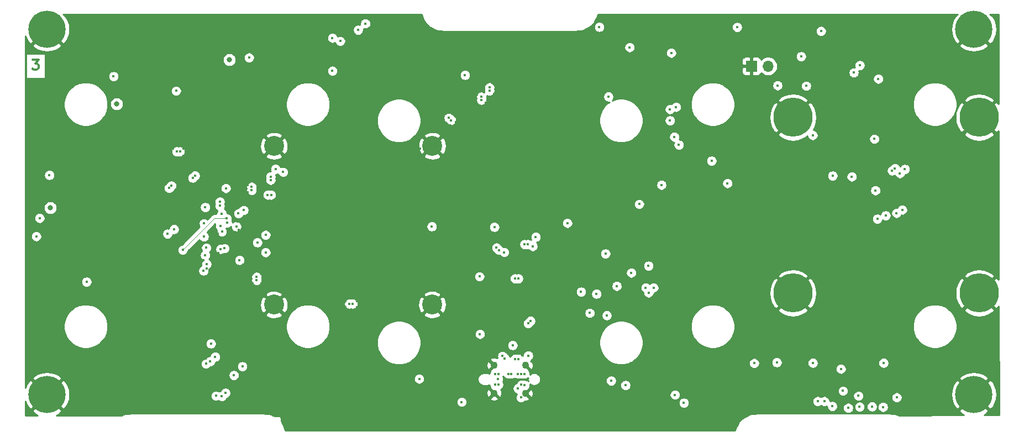
<source format=gbr>
G04 #@! TF.GenerationSoftware,KiCad,Pcbnew,(5.1.9)-1*
G04 #@! TF.CreationDate,2021-07-05T20:40:17-04:00*
G04 #@! TF.ProjectId,DepthABC,44657074-6841-4424-932e-6b696361645f,rev?*
G04 #@! TF.SameCoordinates,Original*
G04 #@! TF.FileFunction,Copper,L3,Inr*
G04 #@! TF.FilePolarity,Positive*
%FSLAX46Y46*%
G04 Gerber Fmt 4.6, Leading zero omitted, Abs format (unit mm)*
G04 Created by KiCad (PCBNEW (5.1.9)-1) date 2021-07-05 20:40:17*
%MOMM*%
%LPD*%
G01*
G04 APERTURE LIST*
G04 #@! TA.AperFunction,NonConductor*
%ADD10C,0.300000*%
G04 #@! TD*
G04 #@! TA.AperFunction,ComponentPad*
%ADD11C,1.100000*%
G04 #@! TD*
G04 #@! TA.AperFunction,ComponentPad*
%ADD12O,1.700000X1.700000*%
G04 #@! TD*
G04 #@! TA.AperFunction,ComponentPad*
%ADD13R,1.700000X1.700000*%
G04 #@! TD*
G04 #@! TA.AperFunction,ComponentPad*
%ADD14C,6.000000*%
G04 #@! TD*
G04 #@! TA.AperFunction,ComponentPad*
%ADD15C,5.700000*%
G04 #@! TD*
G04 #@! TA.AperFunction,ComponentPad*
%ADD16C,3.050000*%
G04 #@! TD*
G04 #@! TA.AperFunction,ViaPad*
%ADD17C,0.400000*%
G04 #@! TD*
G04 #@! TA.AperFunction,ViaPad*
%ADD18C,0.800000*%
G04 #@! TD*
G04 #@! TA.AperFunction,Conductor*
%ADD19C,0.126000*%
G04 #@! TD*
G04 #@! TA.AperFunction,Conductor*
%ADD20C,0.254000*%
G04 #@! TD*
G04 #@! TA.AperFunction,Conductor*
%ADD21C,0.100000*%
G04 #@! TD*
G04 APERTURE END LIST*
D10*
X115211500Y-113461071D02*
X116140071Y-113461071D01*
X115640071Y-114032500D01*
X115854357Y-114032500D01*
X115997214Y-114103928D01*
X116068642Y-114175357D01*
X116140071Y-114318214D01*
X116140071Y-114675357D01*
X116068642Y-114818214D01*
X115997214Y-114889642D01*
X115854357Y-114961071D01*
X115425785Y-114961071D01*
X115282928Y-114889642D01*
X115211500Y-114818214D01*
D11*
G04 #@! TO.N,GND*
G04 #@! TO.C,J5*
X185955500Y-160265500D03*
X190755500Y-160265500D03*
X185955500Y-164565500D03*
X190755500Y-164565500D03*
G04 #@! TD*
D12*
G04 #@! TO.N,+5V*
G04 #@! TO.C,J2*
X227916000Y-114447600D03*
D13*
G04 #@! TO.N,GND*
X225376000Y-114447600D03*
G04 #@! TD*
D14*
G04 #@! TO.N,GND*
G04 #@! TO.C,H12*
X260252300Y-149210200D03*
G04 #@! TD*
G04 #@! TO.N,GND*
G04 #@! TO.C,H11*
X260252700Y-122280800D03*
G04 #@! TD*
G04 #@! TO.N,GND*
G04 #@! TO.C,H10*
X231757500Y-149207500D03*
G04 #@! TD*
G04 #@! TO.N,GND*
G04 #@! TO.C,H9*
X231757500Y-122283500D03*
G04 #@! TD*
D15*
G04 #@! TO.N,GND*
G04 #@! TO.C,H4*
X259457900Y-108767500D03*
G04 #@! TD*
G04 #@! TO.N,GND*
G04 #@! TO.C,H3*
X259454672Y-164766700D03*
G04 #@! TD*
G04 #@! TO.N,GND*
G04 #@! TO.C,H2*
X117448500Y-108767500D03*
G04 #@! TD*
G04 #@! TO.N,GND*
G04 #@! TO.C,H1*
X117448500Y-164766700D03*
G04 #@! TD*
D16*
G04 #@! TO.N,GND*
G04 #@! TO.C,H8*
X176481000Y-126665000D03*
G04 #@! TD*
G04 #@! TO.N,GND*
G04 #@! TO.C,H7*
X152224000Y-150985500D03*
G04 #@! TD*
G04 #@! TO.N,GND*
G04 #@! TO.C,H6*
X152224000Y-126665000D03*
G04 #@! TD*
G04 #@! TO.N,GND*
G04 #@! TO.C,H5*
X176463220Y-150985500D03*
G04 #@! TD*
D17*
G04 #@! TO.N,+3V3*
X116321100Y-137726700D03*
X241759000Y-164955500D03*
X181497500Y-115806500D03*
X206081020Y-163332882D03*
X174474400Y-162352002D03*
X146077200Y-161793200D03*
X233770700Y-117457500D03*
D18*
X145391400Y-113457000D03*
X117959400Y-136151900D03*
X128132100Y-120226100D03*
D17*
X223194880Y-108458000D03*
X236545120Y-165790880D03*
X235529120Y-165790880D03*
X240207800Y-166806880D03*
X241945160Y-166634160D03*
X243850160Y-166603680D03*
X245541800Y-166669720D03*
X247650000Y-165201600D03*
X245623080Y-159918400D03*
X225806000Y-159948880D03*
X229265480Y-159832040D03*
X234787440Y-159918400D03*
X244805200Y-116382800D03*
G04 #@! TO.N,VBUS*
X186577500Y-162352000D03*
X203024000Y-143175000D03*
X189605500Y-163832500D03*
X190070000Y-165209500D03*
X189605500Y-161585500D03*
X200599254Y-152261490D03*
X144248400Y-139796800D03*
X203890370Y-162646870D03*
G04 #@! TO.N,/USBC&POWER/TXB_P*
X190628800Y-163317200D03*
X191523848Y-153481352D03*
G04 #@! TO.N,/USBC&POWER/TXB_N*
X190120800Y-163266400D03*
X191156152Y-153849048D03*
G04 #@! TO.N,/USBC&POWER/TXC_P*
X187586848Y-159233848D03*
X186605500Y-161585500D03*
G04 #@! TO.N,/USBC&POWER/TXC_N*
X187219152Y-158866152D03*
X186105500Y-161585500D03*
G04 #@! TO.N,MIPI_RX4_D1_N*
X179358537Y-122726697D03*
X140125697Y-131207263D03*
G04 #@! TO.N,MIPI_RX4_D1_P*
X179004983Y-122373143D03*
X139772143Y-131560817D03*
G04 #@! TO.N,MIPI_RX4_C_N*
X184007760Y-119619840D03*
X137816400Y-127518160D03*
G04 #@! TO.N,I2C1_SCL*
X153621000Y-130665500D03*
X143933225Y-135836151D03*
G04 #@! TO.N,MIPI_RX4_C_P*
X184007760Y-119119840D03*
X137316400Y-127518160D03*
G04 #@! TO.N,I2C2_SCL*
X144223000Y-165019000D03*
X143207000Y-158986500D03*
X239409500Y-164193500D03*
X141901685Y-144768933D03*
G04 #@! TO.N,CAM_B_PWDN_N*
X141861853Y-142268010D03*
X141810000Y-160047510D03*
G04 #@! TO.N,I2C2_SDA*
X142572000Y-156954500D03*
X141429000Y-145778500D03*
X239092000Y-160828000D03*
X147385300Y-160447000D03*
X213658220Y-164798780D03*
G04 #@! TO.N,CAM_B_CLK_OUT*
X142445000Y-159685000D03*
X143334000Y-164955500D03*
X141682934Y-143426110D03*
X237758500Y-166543000D03*
G04 #@! TO.N,/CAMERA_FFC_DUAL/STROBE1*
X215025500Y-166035000D03*
X144794500Y-164511000D03*
G04 #@! TO.N,CAM_B_D_PWM*
X144032500Y-142476500D03*
X180983150Y-165901650D03*
G04 #@! TO.N,MIPI_RX3_D0_N*
X164285000Y-150858500D03*
X149557000Y-146735000D03*
G04 #@! TO.N,MIPI_RX3_D0_P*
X163785000Y-150858500D03*
X149557000Y-147235000D03*
G04 #@! TO.N,COM_AUX_IO2*
X144985000Y-137777500D03*
X138254000Y-142603500D03*
G04 #@! TO.N,Net-(R17-Pad2)*
X191871600Y-142036800D03*
X192328800Y-140614400D03*
G04 #@! TO.N,/USBC&POWER/CC1*
X201627000Y-149334500D03*
X209628000Y-149144000D03*
G04 #@! TO.N,/USBC&POWER/CC2*
X210390000Y-148382000D03*
X199277510Y-149017000D03*
X191187600Y-158796000D03*
X188793650Y-157214850D03*
G04 #@! TO.N,/USBC&POWER/RXB_P*
X190605500Y-161585500D03*
X189695000Y-159304000D03*
G04 #@! TO.N,/USBC&POWER/RXB_N*
X190105500Y-161585500D03*
X189175000Y-159304000D03*
G04 #@! TO.N,/USBC&POWER/RXC_P*
X189664900Y-146985000D03*
X186105500Y-163245500D03*
G04 #@! TO.N,/USBC&POWER/RXC_N*
X189144900Y-146985000D03*
X186605500Y-163245500D03*
G04 #@! TO.N,USB_TX_N*
X148795000Y-133461120D03*
X186683348Y-142614348D03*
G04 #@! TO.N,USB_TX_P*
X148795000Y-132941120D03*
X186315652Y-142246652D03*
G04 #@! TO.N,USB_D_N*
X151265500Y-134158000D03*
X188105500Y-161585500D03*
G04 #@! TO.N,USB_D_P*
X151785500Y-134158000D03*
X188605500Y-161585500D03*
G04 #@! TO.N,/SoM_BW1099/AUX_IO_IRQ*
X136920500Y-139428500D03*
X162384000Y-110599500D03*
G04 #@! TO.N,_RST*
X137238000Y-118219500D03*
X161177500Y-110111500D03*
X202071500Y-108440500D03*
G04 #@! TO.N,SPI_CS_1*
X232996000Y-112949000D03*
X214250800Y-126487200D03*
G04 #@! TO.N,SPI_SIO0*
X211596500Y-132634000D03*
X208188607Y-135575047D03*
G04 #@! TO.N,SPI_SIO2*
X149684000Y-141460498D03*
X150954000Y-140311510D03*
G04 #@! TO.N,I2C3_SCL*
X144667500Y-142349500D03*
X166222680Y-107909360D03*
G04 #@! TO.N,I2C3_SDA*
X165114500Y-108885000D03*
X146953500Y-144176130D03*
G04 #@! TO.N,I2C1_SDA*
X143943755Y-135212255D03*
X152478000Y-130195600D03*
G04 #@! TO.N,/SoM_BW1099/2485_PGOOD*
X141683000Y-136063000D03*
X135904500Y-140127000D03*
G04 #@! TO.N,/USBC&POWER/P1.03*
X219280000Y-128951000D03*
X240743000Y-131364000D03*
G04 #@! TO.N,/USBC&POWER/P1.15*
X248490000Y-136444000D03*
X248871000Y-130221000D03*
G04 #@! TO.N,/USBC&POWER/P1.11*
X247601000Y-136952000D03*
X248109000Y-130856000D03*
G04 #@! TO.N,/USBC&POWER/P0.31*
X221693000Y-132380000D03*
X237822000Y-131237000D03*
G04 #@! TO.N,1V8*
X161177500Y-115151500D03*
X148414000Y-113126800D03*
X241985060Y-114297740D03*
X236046727Y-109057999D03*
G04 #@! TO.N,/USBC&POWER/P0.30*
X245950000Y-137333000D03*
X247352990Y-130088920D03*
G04 #@! TO.N,/USBC&POWER/SCLK*
X246917740Y-130447060D03*
X244680000Y-137841000D03*
G04 #@! TO.N,USB_RX_P*
X151716000Y-131358000D03*
X191125000Y-141732000D03*
G04 #@! TO.N,USB_RX_N*
X151716000Y-131878000D03*
X190605000Y-141732000D03*
G04 #@! TO.N,+5V*
X229376500Y-117394000D03*
X127649500Y-115997000D03*
X123522000Y-147493000D03*
X115813100Y-140520700D03*
X117807000Y-131135400D03*
X141492500Y-138539500D03*
X241060500Y-115425500D03*
X209183500Y-148382000D03*
X204738496Y-148128000D03*
X186006000Y-139085600D03*
X146466480Y-139001120D03*
X143994400Y-138933200D03*
X234774000Y-125014000D03*
X176401120Y-139001120D03*
G04 #@! TO.N,MIPI_RX5_D2_N*
X136500377Y-132762023D03*
X185244000Y-118202800D03*
G04 #@! TO.N,MIPI_RX5_D2_P*
X136146823Y-133115577D03*
X185244000Y-117702800D03*
G04 #@! TO.N,SD_HST0_D3*
X144863990Y-133142000D03*
X206707000Y-111552000D03*
G04 #@! TO.N,SD_HST0_D1*
X203468500Y-119101790D03*
X213095840Y-112405160D03*
G04 #@! TO.N,SD_HST0_D0*
X213819000Y-120696000D03*
X213559010Y-125272089D03*
G04 #@! TO.N,SD_HST0_CD*
X147588500Y-136507500D03*
X144228990Y-137061897D03*
G04 #@! TO.N,SD_HST0_CLK*
X212898250Y-121045250D03*
X150954000Y-142976130D03*
X197182000Y-138483990D03*
X212898250Y-122767740D03*
X145029810Y-138433190D03*
G04 #@! TO.N,SD_HST0_CMD*
X141492500Y-140571500D03*
X146784531Y-137008990D03*
G04 #@! TO.N,/USBC&POWER/DIR*
X203214500Y-152636500D03*
X187502800Y-142951200D03*
G04 #@! TO.N,GND*
X184444640Y-118450360D03*
X150293600Y-146299200D03*
X186710320Y-158140400D03*
X190222400Y-158745200D03*
X136730000Y-127046000D03*
X138355600Y-127046000D03*
X138355600Y-128163600D03*
X136780800Y-128265200D03*
X136730000Y-129738400D03*
X136628400Y-130906800D03*
X138558800Y-130398800D03*
X136476000Y-131922800D03*
X135256800Y-133142000D03*
X136222000Y-134005600D03*
X137390400Y-132583200D03*
X183313600Y-118765600D03*
X184634400Y-120035600D03*
X183262800Y-120035600D03*
X185968640Y-118729760D03*
X184583600Y-117241600D03*
X185904400Y-117190800D03*
X163146000Y-150414000D03*
X163146000Y-151379200D03*
X164924000Y-150414000D03*
X164924000Y-151379200D03*
X257697500Y-107615000D03*
X229489000Y-120446800D03*
X176608000Y-124442500D03*
X174576000Y-127109500D03*
X150954000Y-128443000D03*
X140095500Y-164765000D03*
X143207000Y-164066500D03*
X121045500Y-164447500D03*
X146572500Y-128506500D03*
X147017000Y-130157500D03*
X201436500Y-161526500D03*
X138000000Y-138412500D03*
X179846500Y-153716000D03*
X241314500Y-164320500D03*
X229630500Y-161844000D03*
X232170500Y-161780500D03*
X236044000Y-161653500D03*
X238965000Y-161717000D03*
X206580000Y-150858500D03*
X261888500Y-164257000D03*
X133047000Y-134729500D03*
X183148500Y-115108000D03*
X185625000Y-111869500D03*
X191594000Y-111806000D03*
X195277000Y-115235000D03*
X146890000Y-149017000D03*
X148985500Y-146223000D03*
X148922000Y-147747000D03*
X147525000Y-144826000D03*
X147842500Y-143937000D03*
X146826500Y-139555500D03*
X146636000Y-138222000D03*
X147461500Y-134666000D03*
X148223500Y-133777000D03*
X148223500Y-132634000D03*
X148160000Y-131364000D03*
X141619500Y-128951000D03*
X141619500Y-130284500D03*
X144032500Y-131046500D03*
X141683000Y-132634000D03*
X141683000Y-133840500D03*
X141619500Y-137333000D03*
X143651500Y-146540500D03*
X143588000Y-140127000D03*
X141429000Y-144191000D03*
X147652000Y-142976130D03*
X149747500Y-138412500D03*
X145704560Y-163977320D03*
X143700221Y-143102566D03*
X244620060Y-111732800D03*
X205335510Y-152185090D03*
X258226560Y-120512840D03*
X206326000Y-117648000D03*
X211406000Y-113139500D03*
X121680500Y-107551500D03*
X139778000Y-143365500D03*
X122556800Y-126944400D03*
X120169200Y-146197600D03*
X134393200Y-123998000D03*
X129243550Y-113057150D03*
X150293600Y-147721600D03*
X186361600Y-158948400D03*
X245337860Y-133426480D03*
X245325920Y-130337076D03*
X242394000Y-133396000D03*
X119148889Y-134255289D03*
X250928400Y-127909600D03*
X241632000Y-127808000D03*
X204294000Y-108038470D03*
X140573760Y-130469640D03*
X139669520Y-132476240D03*
X179019200Y-121462800D03*
X178125120Y-122321320D03*
X179263040Y-123535440D03*
X180126640Y-122986800D03*
X141869160Y-147380960D03*
X141955520Y-145455640D03*
X155676600Y-144602200D03*
X159318960Y-144983200D03*
X162722560Y-145186400D03*
X170022520Y-144602200D03*
X175940720Y-144546320D03*
X171028360Y-147279360D03*
X163814760Y-146161760D03*
X166629080Y-150017480D03*
X181747160Y-149103080D03*
X181676040Y-151465280D03*
X176545240Y-155112720D03*
X177144680Y-158079440D03*
X175483520Y-157454600D03*
X175539400Y-159034480D03*
X183255920Y-158211520D03*
X185577480Y-158175960D03*
X184368440Y-158993840D03*
X183189880Y-159547560D03*
X182798720Y-161610040D03*
X182697120Y-163276280D03*
X184566560Y-164338000D03*
X183951880Y-163433760D03*
X192760600Y-163377880D03*
X192750440Y-161371280D03*
X194624960Y-164068760D03*
X193781680Y-162173920D03*
X193781680Y-159908240D03*
X195849240Y-159938720D03*
X200131680Y-160665160D03*
X201635380Y-162529500D03*
X199771000Y-162519360D03*
X213837520Y-156489400D03*
X210093560Y-150733760D03*
X211028280Y-149438360D03*
X209765900Y-146954240D03*
X210586320Y-145917920D03*
X210621880Y-146776440D03*
X199379840Y-147868640D03*
X197860920Y-150312120D03*
X195976240Y-147040600D03*
X192867280Y-145785840D03*
X193662070Y-143964430D03*
X195778120Y-141848840D03*
X202026520Y-140563600D03*
X213862920Y-140263880D03*
X193192400Y-141376400D03*
X185872120Y-141137640D03*
X185420000Y-141884400D03*
X206324200Y-114584480D03*
X213954360Y-115783360D03*
X225292920Y-117038120D03*
X225785680Y-118094760D03*
X246115840Y-110220760D03*
X227517960Y-162631120D03*
X234624880Y-163896040D03*
X237246160Y-161808160D03*
X232849860Y-161911860D03*
X241611500Y-163833460D03*
X241924840Y-161549080D03*
X244795400Y-162798400D03*
X244819700Y-165481740D03*
X246280340Y-164122700D03*
X226483580Y-164122700D03*
X229232180Y-162923500D03*
X247700800Y-162092640D03*
X247700800Y-160020000D03*
X242976400Y-159766000D03*
X225973640Y-161858960D03*
X224657920Y-161843720D03*
X225333560Y-163174680D03*
X235224320Y-167528240D03*
X187096400Y-115189000D03*
X187995560Y-115199160D03*
X188737240Y-112679480D03*
X190113920Y-112725200D03*
X187138520Y-114735400D03*
X188455300Y-114739420D03*
X191638520Y-112790640D03*
X185638520Y-112831800D03*
X184038970Y-112831150D03*
X184043320Y-111841280D03*
X182285640Y-111831120D03*
X181424300Y-112631500D03*
X179930320Y-113957840D03*
X178508380Y-112631500D03*
X181071520Y-114487960D03*
X178150520Y-114442240D03*
X176413160Y-112029240D03*
X177815240Y-111963200D03*
X175193960Y-114950240D03*
X179334160Y-115021360D03*
X173944280Y-110576360D03*
X173842680Y-108493560D03*
X173431200Y-117139720D03*
X176702720Y-117094000D03*
X180578760Y-117083840D03*
X191429640Y-118689120D03*
X193735960Y-118043960D03*
X193360390Y-114802570D03*
X194651120Y-114863120D03*
X194638520Y-112927080D03*
X195368900Y-112631500D03*
X198340700Y-112631500D03*
X196846720Y-111311160D03*
X195138040Y-110286800D03*
X199745600Y-110220760D03*
X199796400Y-111521240D03*
X187827920Y-110576360D03*
X199867520Y-113263680D03*
X197972680Y-115122960D03*
X170550840Y-110134400D03*
X171368720Y-108280200D03*
X172166280Y-110109000D03*
X167919400Y-108005880D03*
X170098720Y-111714280D03*
X133673304Y-160047510D03*
X147375600Y-164257000D03*
X142270480Y-165501320D03*
X141505050Y-163877370D03*
X139020369Y-163894951D03*
X137324470Y-163889050D03*
X139364720Y-165577520D03*
X137276840Y-166471600D03*
X135474830Y-163907590D03*
X133476720Y-164257000D03*
X130420780Y-164122700D03*
X131950720Y-162735000D03*
X131950720Y-165549320D03*
X150398480Y-164211000D03*
X129087880Y-166207440D03*
X133786880Y-166415720D03*
X129052320Y-163149280D03*
X134158920Y-161806960D03*
X134158920Y-163965960D03*
X132588000Y-158145480D03*
X132552440Y-155884880D03*
X170515280Y-115133120D03*
X172552360Y-114564160D03*
X170037760Y-113761520D03*
X169986960Y-117144800D03*
X176885600Y-164937440D03*
X176184560Y-164261800D03*
X175483520Y-163560760D03*
X180253640Y-163723320D03*
X179308760Y-162915600D03*
X178150520Y-161864040D03*
X180065680Y-161381440D03*
X180146960Y-158953200D03*
X185348880Y-155696920D03*
X185267600Y-154157680D03*
X185856880Y-151734520D03*
X185729880Y-147467320D03*
X143510400Y-144770240D03*
X143700221Y-143934459D03*
X144810480Y-145115280D03*
X140675360Y-144942560D03*
X138277600Y-143626840D03*
X138160760Y-145323560D03*
X142083100Y-134954700D03*
X140060680Y-135747760D03*
X140101320Y-134137400D03*
X138267440Y-134127240D03*
X138323320Y-135625840D03*
X138231880Y-132176520D03*
X142788640Y-128493520D03*
X192722500Y-145097500D03*
X195834000Y-140157200D03*
X186402982Y-143960810D03*
X252272800Y-114147600D03*
X257657600Y-114147600D03*
G04 #@! TO.N,Net-(R12-Pad1)*
X183720000Y-146667500D03*
X183783500Y-155494000D03*
G04 #@! TO.N,Net-(J8-Pad16)*
X244375200Y-133479820D03*
X244208060Y-125587548D03*
G04 #@! TO.N,Net-(IC1-Pad6)*
X209600800Y-145034000D03*
X206959200Y-146100800D03*
G04 #@! TD*
D19*
G04 #@! TO.N,COM_AUX_IO2*
X143080000Y-137777500D02*
X138254000Y-142603500D01*
X144985000Y-137777500D02*
X143080000Y-137777500D01*
G04 #@! TD*
D20*
G04 #@! TO.N,GND*
X263259158Y-120222565D02*
X262811386Y-119901719D01*
X260432305Y-122280800D01*
X262811386Y-124659881D01*
X263262520Y-124336626D01*
X263281182Y-147168823D01*
X263280168Y-147167306D01*
X262810986Y-146831119D01*
X260431905Y-149210200D01*
X262810986Y-151589281D01*
X263280168Y-151253094D01*
X263284513Y-151245052D01*
X263298097Y-167864730D01*
X261019740Y-167881471D01*
X261391471Y-167684206D01*
X261408915Y-167672550D01*
X261727100Y-167218733D01*
X259454672Y-164946305D01*
X257182244Y-167218733D01*
X257500429Y-167672550D01*
X257930654Y-167904170D01*
X248039718Y-167976849D01*
X247982766Y-167946567D01*
X247927474Y-167923778D01*
X247872478Y-167900206D01*
X247863675Y-167897481D01*
X247373866Y-167749599D01*
X247315171Y-167737977D01*
X247256675Y-167725543D01*
X247247510Y-167724580D01*
X246738305Y-167674652D01*
X246738302Y-167674652D01*
X246706319Y-167671502D01*
X226067479Y-167671502D01*
X226038095Y-167674396D01*
X226021779Y-167674282D01*
X226012608Y-167675181D01*
X225503764Y-167728662D01*
X225445145Y-167740695D01*
X225386407Y-167751899D01*
X225377585Y-167754563D01*
X224888820Y-167905861D01*
X224833677Y-167929041D01*
X224778212Y-167951450D01*
X224770075Y-167955777D01*
X224320006Y-168199128D01*
X224270414Y-168232578D01*
X224220359Y-168265333D01*
X224213217Y-168271158D01*
X223818988Y-168597294D01*
X223776851Y-168639726D01*
X223734099Y-168681591D01*
X223728225Y-168688692D01*
X223404849Y-169085189D01*
X223371734Y-169135031D01*
X223337950Y-169184371D01*
X223333567Y-169192477D01*
X223093363Y-169644234D01*
X223070574Y-169699526D01*
X223047002Y-169754522D01*
X223044277Y-169763325D01*
X222896395Y-170253134D01*
X222888482Y-170293100D01*
X153974904Y-170293100D01*
X153964701Y-170239609D01*
X153962037Y-170230787D01*
X153810739Y-169742022D01*
X153787559Y-169686879D01*
X153765150Y-169631414D01*
X153760823Y-169623277D01*
X153517472Y-169173208D01*
X153484022Y-169123616D01*
X153461059Y-169088525D01*
X153262532Y-168170336D01*
X153254910Y-168146635D01*
X153242812Y-168124876D01*
X153226701Y-168105895D01*
X153207196Y-168090422D01*
X153185048Y-168079052D01*
X153161107Y-168072221D01*
X153138816Y-168070176D01*
X152299676Y-168067428D01*
X152072366Y-167946565D01*
X152017074Y-167923776D01*
X151962078Y-167900204D01*
X151953275Y-167897479D01*
X151463466Y-167749597D01*
X151404771Y-167737975D01*
X151346275Y-167725541D01*
X151337110Y-167724578D01*
X150827905Y-167674650D01*
X150827904Y-167674650D01*
X150795921Y-167671500D01*
X130157081Y-167671500D01*
X130127697Y-167674394D01*
X130111381Y-167674280D01*
X130102210Y-167675179D01*
X129593366Y-167728660D01*
X129534747Y-167740693D01*
X129476009Y-167751897D01*
X129467187Y-167754561D01*
X128978422Y-167905859D01*
X128923279Y-167929039D01*
X128867814Y-167951448D01*
X128859677Y-167955775D01*
X128795533Y-167990457D01*
X118869446Y-167957952D01*
X119385299Y-167684206D01*
X119402743Y-167672550D01*
X119720928Y-167218733D01*
X117448500Y-164946305D01*
X115176072Y-167218733D01*
X115494257Y-167672550D01*
X116006968Y-167948578D01*
X114117620Y-167942391D01*
X114117620Y-165791913D01*
X114209202Y-166097107D01*
X114530994Y-166703499D01*
X114542650Y-166720943D01*
X114996467Y-167039128D01*
X117268895Y-164766700D01*
X117628105Y-164766700D01*
X119900533Y-167039128D01*
X120354350Y-166720943D01*
X120679769Y-166116490D01*
X120881012Y-165460165D01*
X120940592Y-164873260D01*
X142499000Y-164873260D01*
X142499000Y-165037740D01*
X142531089Y-165199060D01*
X142594033Y-165351021D01*
X142685413Y-165487781D01*
X142801719Y-165604087D01*
X142938479Y-165695467D01*
X143090440Y-165758411D01*
X143251760Y-165790500D01*
X143416240Y-165790500D01*
X143577560Y-165758411D01*
X143729521Y-165695467D01*
X143730983Y-165694490D01*
X143827479Y-165758967D01*
X143979440Y-165821911D01*
X144140760Y-165854000D01*
X144305240Y-165854000D01*
X144466560Y-165821911D01*
X144472597Y-165819410D01*
X180148150Y-165819410D01*
X180148150Y-165983890D01*
X180180239Y-166145210D01*
X180243183Y-166297171D01*
X180334563Y-166433931D01*
X180450869Y-166550237D01*
X180587629Y-166641617D01*
X180739590Y-166704561D01*
X180900910Y-166736650D01*
X181065390Y-166736650D01*
X181226710Y-166704561D01*
X181378671Y-166641617D01*
X181515431Y-166550237D01*
X181631737Y-166433931D01*
X181723117Y-166297171D01*
X181786061Y-166145210D01*
X181818150Y-165983890D01*
X181818150Y-165819410D01*
X181786061Y-165658090D01*
X181723117Y-165506129D01*
X181638493Y-165379479D01*
X185321126Y-165379479D01*
X185362341Y-165597978D01*
X185575165Y-165693859D01*
X185802605Y-165746378D01*
X186035921Y-165753516D01*
X186266146Y-165715000D01*
X186484434Y-165632308D01*
X186548659Y-165597978D01*
X186589874Y-165379479D01*
X185955500Y-164745105D01*
X185321126Y-165379479D01*
X181638493Y-165379479D01*
X181631737Y-165369369D01*
X181515431Y-165253063D01*
X181378671Y-165161683D01*
X181226710Y-165098739D01*
X181065390Y-165066650D01*
X180900910Y-165066650D01*
X180739590Y-165098739D01*
X180587629Y-165161683D01*
X180450869Y-165253063D01*
X180334563Y-165369369D01*
X180243183Y-165506129D01*
X180180239Y-165658090D01*
X180148150Y-165819410D01*
X144472597Y-165819410D01*
X144618521Y-165758967D01*
X144755281Y-165667587D01*
X144871587Y-165551281D01*
X144962967Y-165414521D01*
X145001640Y-165321155D01*
X145038060Y-165313911D01*
X145190021Y-165250967D01*
X145326781Y-165159587D01*
X145443087Y-165043281D01*
X145534467Y-164906521D01*
X145597411Y-164754560D01*
X145619020Y-164645921D01*
X184767484Y-164645921D01*
X184806000Y-164876146D01*
X184888692Y-165094434D01*
X184923022Y-165158659D01*
X185141521Y-165199874D01*
X185775895Y-164565500D01*
X185141521Y-163931126D01*
X184923022Y-163972341D01*
X184827141Y-164185165D01*
X184774622Y-164412605D01*
X184767484Y-164645921D01*
X145619020Y-164645921D01*
X145629500Y-164593240D01*
X145629500Y-164428760D01*
X145597411Y-164267440D01*
X145534467Y-164115479D01*
X145443087Y-163978719D01*
X145326781Y-163862413D01*
X145190021Y-163771033D01*
X145038060Y-163708089D01*
X144876740Y-163676000D01*
X144712260Y-163676000D01*
X144550940Y-163708089D01*
X144398979Y-163771033D01*
X144262219Y-163862413D01*
X144145913Y-163978719D01*
X144054533Y-164115479D01*
X144015860Y-164208845D01*
X143979440Y-164216089D01*
X143827479Y-164279033D01*
X143826017Y-164280010D01*
X143729521Y-164215533D01*
X143577560Y-164152589D01*
X143416240Y-164120500D01*
X143251760Y-164120500D01*
X143090440Y-164152589D01*
X142938479Y-164215533D01*
X142801719Y-164306913D01*
X142685413Y-164423219D01*
X142594033Y-164559979D01*
X142531089Y-164711940D01*
X142499000Y-164873260D01*
X120940592Y-164873260D01*
X120950345Y-164777190D01*
X120885105Y-164093812D01*
X120687798Y-163436293D01*
X120366006Y-162829901D01*
X120354350Y-162812457D01*
X119900533Y-162494272D01*
X117628105Y-164766700D01*
X117268895Y-164766700D01*
X114996467Y-162494272D01*
X114542650Y-162812457D01*
X114217231Y-163416910D01*
X114117620Y-163741777D01*
X114117620Y-162314667D01*
X115176072Y-162314667D01*
X117448500Y-164587095D01*
X119720928Y-162314667D01*
X119402743Y-161860850D01*
X119124329Y-161710960D01*
X145242200Y-161710960D01*
X145242200Y-161875440D01*
X145274289Y-162036760D01*
X145337233Y-162188721D01*
X145428613Y-162325481D01*
X145544919Y-162441787D01*
X145681679Y-162533167D01*
X145833640Y-162596111D01*
X145994960Y-162628200D01*
X146159440Y-162628200D01*
X146320760Y-162596111D01*
X146472721Y-162533167D01*
X146609481Y-162441787D01*
X146725787Y-162325481D01*
X146763017Y-162269762D01*
X173639400Y-162269762D01*
X173639400Y-162434242D01*
X173671489Y-162595562D01*
X173734433Y-162747523D01*
X173825813Y-162884283D01*
X173942119Y-163000589D01*
X174078879Y-163091969D01*
X174230840Y-163154913D01*
X174392160Y-163187002D01*
X174556640Y-163187002D01*
X174717960Y-163154913D01*
X174869921Y-163091969D01*
X175006681Y-163000589D01*
X175122987Y-162884283D01*
X175214367Y-162747523D01*
X175277311Y-162595562D01*
X175300376Y-162479607D01*
X183423326Y-162479607D01*
X183424259Y-162489126D01*
X183430175Y-162545414D01*
X183442670Y-162606284D01*
X183454295Y-162667222D01*
X183457059Y-162676378D01*
X183473796Y-162730445D01*
X183497848Y-162787660D01*
X183521110Y-162845236D01*
X183525600Y-162853681D01*
X183552519Y-162903467D01*
X183587241Y-162954945D01*
X183621231Y-163006887D01*
X183627275Y-163014299D01*
X183663352Y-163057909D01*
X183707412Y-163101662D01*
X183750849Y-163146018D01*
X183758218Y-163152115D01*
X183802078Y-163187886D01*
X183853782Y-163222237D01*
X183905021Y-163257320D01*
X183913434Y-163261869D01*
X183963408Y-163288440D01*
X184020777Y-163312085D01*
X184077861Y-163336552D01*
X184086998Y-163339380D01*
X184141180Y-163355739D01*
X184202080Y-163367798D01*
X184258795Y-163379853D01*
X184261217Y-163380588D01*
X184268465Y-163381302D01*
X184272328Y-163381708D01*
X184328656Y-163387231D01*
X184328663Y-163387231D01*
X184361853Y-163390500D01*
X184849147Y-163390500D01*
X184882631Y-163387202D01*
X184886395Y-163387202D01*
X184895907Y-163386203D01*
X184918468Y-163383672D01*
X184949783Y-163380588D01*
X184952023Y-163379908D01*
X184952152Y-163379894D01*
X185012922Y-163366977D01*
X185073785Y-163354925D01*
X185082915Y-163352099D01*
X185082919Y-163352098D01*
X185082922Y-163352097D01*
X185136870Y-163334983D01*
X185193913Y-163310534D01*
X185251329Y-163286869D01*
X185259743Y-163282320D01*
X185270500Y-163276406D01*
X185270500Y-163327740D01*
X185302589Y-163489060D01*
X185349342Y-163601933D01*
X185321126Y-163751521D01*
X185955500Y-164385895D01*
X185969643Y-164371753D01*
X186149248Y-164551358D01*
X186135105Y-164565500D01*
X186769479Y-165199874D01*
X186987978Y-165158659D01*
X187083859Y-164945835D01*
X187136378Y-164718395D01*
X187143516Y-164485079D01*
X187105000Y-164254854D01*
X187022308Y-164036566D01*
X186996087Y-163987511D01*
X187001021Y-163985467D01*
X187137781Y-163894087D01*
X187254087Y-163777781D01*
X187345467Y-163641021D01*
X187408411Y-163489060D01*
X187440500Y-163327740D01*
X187440500Y-163163260D01*
X187408411Y-163001940D01*
X187345467Y-162849979D01*
X187297237Y-162777797D01*
X187317467Y-162747521D01*
X187380411Y-162595560D01*
X187412500Y-162434240D01*
X187412500Y-162269760D01*
X187380411Y-162108440D01*
X187334458Y-161997498D01*
X187345467Y-161981021D01*
X187355500Y-161956799D01*
X187365533Y-161981021D01*
X187456913Y-162117781D01*
X187573219Y-162234087D01*
X187709979Y-162325467D01*
X187861940Y-162388411D01*
X188023260Y-162420500D01*
X188187740Y-162420500D01*
X188349060Y-162388411D01*
X188355500Y-162385743D01*
X188361940Y-162388411D01*
X188523260Y-162420500D01*
X188687740Y-162420500D01*
X188849060Y-162388411D01*
X189001021Y-162325467D01*
X189105500Y-162255656D01*
X189209979Y-162325467D01*
X189361940Y-162388411D01*
X189523260Y-162420500D01*
X189687740Y-162420500D01*
X189849060Y-162388411D01*
X189855500Y-162385743D01*
X189861940Y-162388411D01*
X190023260Y-162420500D01*
X190187740Y-162420500D01*
X190349060Y-162388411D01*
X190355500Y-162385743D01*
X190361940Y-162388411D01*
X190523260Y-162420500D01*
X190687740Y-162420500D01*
X190849060Y-162388411D01*
X191001021Y-162325467D01*
X191137781Y-162234087D01*
X191162621Y-162209247D01*
X191140500Y-162320456D01*
X191140500Y-162510544D01*
X191174639Y-162682171D01*
X191161081Y-162668613D01*
X191024321Y-162577233D01*
X190872360Y-162514289D01*
X190711040Y-162482200D01*
X190546560Y-162482200D01*
X190453988Y-162500614D01*
X190364360Y-162463489D01*
X190203040Y-162431400D01*
X190038560Y-162431400D01*
X189877240Y-162463489D01*
X189725279Y-162526433D01*
X189588519Y-162617813D01*
X189472213Y-162734119D01*
X189380833Y-162870879D01*
X189317889Y-163022840D01*
X189312471Y-163050080D01*
X189209979Y-163092533D01*
X189073219Y-163183913D01*
X188956913Y-163300219D01*
X188865533Y-163436979D01*
X188802589Y-163588940D01*
X188770500Y-163750260D01*
X188770500Y-163914740D01*
X188802589Y-164076060D01*
X188865533Y-164228021D01*
X188956913Y-164364781D01*
X189073219Y-164481087D01*
X189209979Y-164572467D01*
X189361940Y-164635411D01*
X189446417Y-164652215D01*
X189421413Y-164677219D01*
X189330033Y-164813979D01*
X189267089Y-164965940D01*
X189235000Y-165127260D01*
X189235000Y-165291740D01*
X189267089Y-165453060D01*
X189330033Y-165605021D01*
X189421413Y-165741781D01*
X189537719Y-165858087D01*
X189674479Y-165949467D01*
X189826440Y-166012411D01*
X189987760Y-166044500D01*
X190152240Y-166044500D01*
X190313560Y-166012411D01*
X190457570Y-165952760D01*
X214190500Y-165952760D01*
X214190500Y-166117240D01*
X214222589Y-166278560D01*
X214285533Y-166430521D01*
X214376913Y-166567281D01*
X214493219Y-166683587D01*
X214629979Y-166774967D01*
X214781940Y-166837911D01*
X214943260Y-166870000D01*
X215107740Y-166870000D01*
X215269060Y-166837911D01*
X215421021Y-166774967D01*
X215557781Y-166683587D01*
X215674087Y-166567281D01*
X215765467Y-166430521D01*
X215828411Y-166278560D01*
X215860500Y-166117240D01*
X215860500Y-165952760D01*
X215828411Y-165791440D01*
X215794115Y-165708640D01*
X234694120Y-165708640D01*
X234694120Y-165873120D01*
X234726209Y-166034440D01*
X234789153Y-166186401D01*
X234880533Y-166323161D01*
X234996839Y-166439467D01*
X235133599Y-166530847D01*
X235285560Y-166593791D01*
X235446880Y-166625880D01*
X235611360Y-166625880D01*
X235772680Y-166593791D01*
X235924641Y-166530847D01*
X236037120Y-166455691D01*
X236149599Y-166530847D01*
X236301560Y-166593791D01*
X236462880Y-166625880D01*
X236627360Y-166625880D01*
X236788680Y-166593791D01*
X236923500Y-166537947D01*
X236923500Y-166625240D01*
X236955589Y-166786560D01*
X237018533Y-166938521D01*
X237109913Y-167075281D01*
X237226219Y-167191587D01*
X237362979Y-167282967D01*
X237514940Y-167345911D01*
X237676260Y-167378000D01*
X237840740Y-167378000D01*
X238002060Y-167345911D01*
X238154021Y-167282967D01*
X238290781Y-167191587D01*
X238407087Y-167075281D01*
X238498467Y-166938521D01*
X238561411Y-166786560D01*
X238573727Y-166724640D01*
X239372800Y-166724640D01*
X239372800Y-166889120D01*
X239404889Y-167050440D01*
X239467833Y-167202401D01*
X239559213Y-167339161D01*
X239675519Y-167455467D01*
X239812279Y-167546847D01*
X239964240Y-167609791D01*
X240125560Y-167641880D01*
X240290040Y-167641880D01*
X240451360Y-167609791D01*
X240603321Y-167546847D01*
X240740081Y-167455467D01*
X240856387Y-167339161D01*
X240947767Y-167202401D01*
X241010711Y-167050440D01*
X241042800Y-166889120D01*
X241042800Y-166724640D01*
X241010711Y-166563320D01*
X241005989Y-166551920D01*
X241110160Y-166551920D01*
X241110160Y-166716400D01*
X241142249Y-166877720D01*
X241205193Y-167029681D01*
X241296573Y-167166441D01*
X241412879Y-167282747D01*
X241549639Y-167374127D01*
X241701600Y-167437071D01*
X241862920Y-167469160D01*
X242027400Y-167469160D01*
X242188720Y-167437071D01*
X242340681Y-167374127D01*
X242477441Y-167282747D01*
X242593747Y-167166441D01*
X242685127Y-167029681D01*
X242748071Y-166877720D01*
X242780160Y-166716400D01*
X242780160Y-166551920D01*
X242774098Y-166521440D01*
X243015160Y-166521440D01*
X243015160Y-166685920D01*
X243047249Y-166847240D01*
X243110193Y-166999201D01*
X243201573Y-167135961D01*
X243317879Y-167252267D01*
X243454639Y-167343647D01*
X243606600Y-167406591D01*
X243767920Y-167438680D01*
X243932400Y-167438680D01*
X244093720Y-167406591D01*
X244245681Y-167343647D01*
X244382441Y-167252267D01*
X244498747Y-167135961D01*
X244590127Y-166999201D01*
X244653071Y-166847240D01*
X244685160Y-166685920D01*
X244685160Y-166587480D01*
X244706800Y-166587480D01*
X244706800Y-166751960D01*
X244738889Y-166913280D01*
X244801833Y-167065241D01*
X244893213Y-167202001D01*
X245009519Y-167318307D01*
X245146279Y-167409687D01*
X245298240Y-167472631D01*
X245459560Y-167504720D01*
X245624040Y-167504720D01*
X245785360Y-167472631D01*
X245937321Y-167409687D01*
X246074081Y-167318307D01*
X246190387Y-167202001D01*
X246281767Y-167065241D01*
X246344711Y-166913280D01*
X246376800Y-166751960D01*
X246376800Y-166587480D01*
X246344711Y-166426160D01*
X246281767Y-166274199D01*
X246190387Y-166137439D01*
X246074081Y-166021133D01*
X245937321Y-165929753D01*
X245785360Y-165866809D01*
X245624040Y-165834720D01*
X245459560Y-165834720D01*
X245298240Y-165866809D01*
X245146279Y-165929753D01*
X245009519Y-166021133D01*
X244893213Y-166137439D01*
X244801833Y-166274199D01*
X244738889Y-166426160D01*
X244706800Y-166587480D01*
X244685160Y-166587480D01*
X244685160Y-166521440D01*
X244653071Y-166360120D01*
X244590127Y-166208159D01*
X244498747Y-166071399D01*
X244382441Y-165955093D01*
X244245681Y-165863713D01*
X244093720Y-165800769D01*
X243932400Y-165768680D01*
X243767920Y-165768680D01*
X243606600Y-165800769D01*
X243454639Y-165863713D01*
X243317879Y-165955093D01*
X243201573Y-166071399D01*
X243110193Y-166208159D01*
X243047249Y-166360120D01*
X243015160Y-166521440D01*
X242774098Y-166521440D01*
X242748071Y-166390600D01*
X242685127Y-166238639D01*
X242593747Y-166101879D01*
X242477441Y-165985573D01*
X242340681Y-165894193D01*
X242188720Y-165831249D01*
X242027400Y-165799160D01*
X241862920Y-165799160D01*
X241701600Y-165831249D01*
X241549639Y-165894193D01*
X241412879Y-165985573D01*
X241296573Y-166101879D01*
X241205193Y-166238639D01*
X241142249Y-166390600D01*
X241110160Y-166551920D01*
X241005989Y-166551920D01*
X240947767Y-166411359D01*
X240856387Y-166274599D01*
X240740081Y-166158293D01*
X240603321Y-166066913D01*
X240451360Y-166003969D01*
X240290040Y-165971880D01*
X240125560Y-165971880D01*
X239964240Y-166003969D01*
X239812279Y-166066913D01*
X239675519Y-166158293D01*
X239559213Y-166274599D01*
X239467833Y-166411359D01*
X239404889Y-166563320D01*
X239372800Y-166724640D01*
X238573727Y-166724640D01*
X238593500Y-166625240D01*
X238593500Y-166460760D01*
X238561411Y-166299440D01*
X238498467Y-166147479D01*
X238407087Y-166010719D01*
X238290781Y-165894413D01*
X238154021Y-165803033D01*
X238002060Y-165740089D01*
X237840740Y-165708000D01*
X237676260Y-165708000D01*
X237514940Y-165740089D01*
X237380120Y-165795933D01*
X237380120Y-165708640D01*
X237348031Y-165547320D01*
X237285087Y-165395359D01*
X237193707Y-165258599D01*
X237077401Y-165142293D01*
X236940641Y-165050913D01*
X236788680Y-164987969D01*
X236627360Y-164955880D01*
X236462880Y-164955880D01*
X236301560Y-164987969D01*
X236149599Y-165050913D01*
X236037120Y-165126069D01*
X235924641Y-165050913D01*
X235772680Y-164987969D01*
X235611360Y-164955880D01*
X235446880Y-164955880D01*
X235285560Y-164987969D01*
X235133599Y-165050913D01*
X234996839Y-165142293D01*
X234880533Y-165258599D01*
X234789153Y-165395359D01*
X234726209Y-165547320D01*
X234694120Y-165708640D01*
X215794115Y-165708640D01*
X215765467Y-165639479D01*
X215674087Y-165502719D01*
X215557781Y-165386413D01*
X215421021Y-165295033D01*
X215269060Y-165232089D01*
X215107740Y-165200000D01*
X214943260Y-165200000D01*
X214781940Y-165232089D01*
X214629979Y-165295033D01*
X214493219Y-165386413D01*
X214376913Y-165502719D01*
X214285533Y-165639479D01*
X214222589Y-165791440D01*
X214190500Y-165952760D01*
X190457570Y-165952760D01*
X190465521Y-165949467D01*
X190602281Y-165858087D01*
X190710683Y-165749685D01*
X190835921Y-165753516D01*
X191066146Y-165715000D01*
X191284434Y-165632308D01*
X191348659Y-165597978D01*
X191389874Y-165379479D01*
X190780956Y-164770561D01*
X190718587Y-164677219D01*
X190606868Y-164565500D01*
X190935105Y-164565500D01*
X191569479Y-165199874D01*
X191787978Y-165158659D01*
X191883859Y-164945835D01*
X191936378Y-164718395D01*
X191936434Y-164716540D01*
X212823220Y-164716540D01*
X212823220Y-164881020D01*
X212855309Y-165042340D01*
X212918253Y-165194301D01*
X213009633Y-165331061D01*
X213125939Y-165447367D01*
X213262699Y-165538747D01*
X213414660Y-165601691D01*
X213575980Y-165633780D01*
X213740460Y-165633780D01*
X213901780Y-165601691D01*
X214053741Y-165538747D01*
X214190501Y-165447367D01*
X214306807Y-165331061D01*
X214398187Y-165194301D01*
X214461131Y-165042340D01*
X214493220Y-164881020D01*
X214493220Y-164716540D01*
X214461131Y-164555220D01*
X214398187Y-164403259D01*
X214306807Y-164266499D01*
X214190501Y-164150193D01*
X214132234Y-164111260D01*
X238574500Y-164111260D01*
X238574500Y-164275740D01*
X238606589Y-164437060D01*
X238669533Y-164589021D01*
X238760913Y-164725781D01*
X238877219Y-164842087D01*
X239013979Y-164933467D01*
X239165940Y-164996411D01*
X239327260Y-165028500D01*
X239491740Y-165028500D01*
X239653060Y-164996411D01*
X239805021Y-164933467D01*
X239895127Y-164873260D01*
X240924000Y-164873260D01*
X240924000Y-165037740D01*
X240956089Y-165199060D01*
X241019033Y-165351021D01*
X241110413Y-165487781D01*
X241226719Y-165604087D01*
X241363479Y-165695467D01*
X241515440Y-165758411D01*
X241676760Y-165790500D01*
X241841240Y-165790500D01*
X242002560Y-165758411D01*
X242154521Y-165695467D01*
X242291281Y-165604087D01*
X242407587Y-165487781D01*
X242498967Y-165351021D01*
X242561911Y-165199060D01*
X242577764Y-165119360D01*
X246815000Y-165119360D01*
X246815000Y-165283840D01*
X246847089Y-165445160D01*
X246910033Y-165597121D01*
X247001413Y-165733881D01*
X247117719Y-165850187D01*
X247254479Y-165941567D01*
X247406440Y-166004511D01*
X247567760Y-166036600D01*
X247732240Y-166036600D01*
X247893560Y-166004511D01*
X248045521Y-165941567D01*
X248182281Y-165850187D01*
X248298587Y-165733881D01*
X248389967Y-165597121D01*
X248452911Y-165445160D01*
X248485000Y-165283840D01*
X248485000Y-165119360D01*
X248452911Y-164958040D01*
X248389967Y-164806079D01*
X248356646Y-164756210D01*
X255952827Y-164756210D01*
X256018067Y-165439588D01*
X256215374Y-166097107D01*
X256537166Y-166703499D01*
X256548822Y-166720943D01*
X257002639Y-167039128D01*
X259275067Y-164766700D01*
X259634277Y-164766700D01*
X261906705Y-167039128D01*
X262360522Y-166720943D01*
X262685941Y-166116490D01*
X262887184Y-165460165D01*
X262956517Y-164777190D01*
X262891277Y-164093812D01*
X262693970Y-163436293D01*
X262372178Y-162829901D01*
X262360522Y-162812457D01*
X261906705Y-162494272D01*
X259634277Y-164766700D01*
X259275067Y-164766700D01*
X257002639Y-162494272D01*
X256548822Y-162812457D01*
X256223403Y-163416910D01*
X256022160Y-164073235D01*
X255952827Y-164756210D01*
X248356646Y-164756210D01*
X248298587Y-164669319D01*
X248182281Y-164553013D01*
X248045521Y-164461633D01*
X247893560Y-164398689D01*
X247732240Y-164366600D01*
X247567760Y-164366600D01*
X247406440Y-164398689D01*
X247254479Y-164461633D01*
X247117719Y-164553013D01*
X247001413Y-164669319D01*
X246910033Y-164806079D01*
X246847089Y-164958040D01*
X246815000Y-165119360D01*
X242577764Y-165119360D01*
X242594000Y-165037740D01*
X242594000Y-164873260D01*
X242561911Y-164711940D01*
X242498967Y-164559979D01*
X242407587Y-164423219D01*
X242291281Y-164306913D01*
X242154521Y-164215533D01*
X242002560Y-164152589D01*
X241841240Y-164120500D01*
X241676760Y-164120500D01*
X241515440Y-164152589D01*
X241363479Y-164215533D01*
X241226719Y-164306913D01*
X241110413Y-164423219D01*
X241019033Y-164559979D01*
X240956089Y-164711940D01*
X240924000Y-164873260D01*
X239895127Y-164873260D01*
X239941781Y-164842087D01*
X240058087Y-164725781D01*
X240149467Y-164589021D01*
X240212411Y-164437060D01*
X240244500Y-164275740D01*
X240244500Y-164111260D01*
X240212411Y-163949940D01*
X240149467Y-163797979D01*
X240058087Y-163661219D01*
X239941781Y-163544913D01*
X239805021Y-163453533D01*
X239653060Y-163390589D01*
X239491740Y-163358500D01*
X239327260Y-163358500D01*
X239165940Y-163390589D01*
X239013979Y-163453533D01*
X238877219Y-163544913D01*
X238760913Y-163661219D01*
X238669533Y-163797979D01*
X238606589Y-163949940D01*
X238574500Y-164111260D01*
X214132234Y-164111260D01*
X214053741Y-164058813D01*
X213901780Y-163995869D01*
X213740460Y-163963780D01*
X213575980Y-163963780D01*
X213414660Y-163995869D01*
X213262699Y-164058813D01*
X213125939Y-164150193D01*
X213009633Y-164266499D01*
X212918253Y-164403259D01*
X212855309Y-164555220D01*
X212823220Y-164716540D01*
X191936434Y-164716540D01*
X191943516Y-164485079D01*
X191905000Y-164254854D01*
X191822308Y-164036566D01*
X191787978Y-163972341D01*
X191569479Y-163931126D01*
X190935105Y-164565500D01*
X190606868Y-164565500D01*
X190602281Y-164560913D01*
X190572258Y-164540852D01*
X190741358Y-164371753D01*
X190755500Y-164385895D01*
X191389874Y-163751521D01*
X191378241Y-163689849D01*
X191431711Y-163560760D01*
X191463800Y-163399440D01*
X191463800Y-163234960D01*
X191439852Y-163114568D01*
X191490348Y-163165064D01*
X191648401Y-163270672D01*
X191824020Y-163343415D01*
X192010456Y-163380500D01*
X192200544Y-163380500D01*
X192386980Y-163343415D01*
X192562599Y-163270672D01*
X192720652Y-163165064D01*
X192855064Y-163030652D01*
X192960672Y-162872599D01*
X193033415Y-162696980D01*
X193059741Y-162564630D01*
X203055370Y-162564630D01*
X203055370Y-162729110D01*
X203087459Y-162890430D01*
X203150403Y-163042391D01*
X203241783Y-163179151D01*
X203358089Y-163295457D01*
X203494849Y-163386837D01*
X203646810Y-163449781D01*
X203808130Y-163481870D01*
X203972610Y-163481870D01*
X204133930Y-163449781D01*
X204285891Y-163386837D01*
X204422651Y-163295457D01*
X204467466Y-163250642D01*
X205246020Y-163250642D01*
X205246020Y-163415122D01*
X205278109Y-163576442D01*
X205341053Y-163728403D01*
X205432433Y-163865163D01*
X205548739Y-163981469D01*
X205685499Y-164072849D01*
X205837460Y-164135793D01*
X205998780Y-164167882D01*
X206163260Y-164167882D01*
X206324580Y-164135793D01*
X206476541Y-164072849D01*
X206613301Y-163981469D01*
X206729607Y-163865163D01*
X206820987Y-163728403D01*
X206883931Y-163576442D01*
X206916020Y-163415122D01*
X206916020Y-163250642D01*
X206883931Y-163089322D01*
X206820987Y-162937361D01*
X206729607Y-162800601D01*
X206613301Y-162684295D01*
X206476541Y-162592915D01*
X206324580Y-162529971D01*
X206163260Y-162497882D01*
X205998780Y-162497882D01*
X205837460Y-162529971D01*
X205685499Y-162592915D01*
X205548739Y-162684295D01*
X205432433Y-162800601D01*
X205341053Y-162937361D01*
X205278109Y-163089322D01*
X205246020Y-163250642D01*
X204467466Y-163250642D01*
X204538957Y-163179151D01*
X204630337Y-163042391D01*
X204693281Y-162890430D01*
X204725370Y-162729110D01*
X204725370Y-162564630D01*
X204693281Y-162403310D01*
X204656565Y-162314667D01*
X257182244Y-162314667D01*
X259454672Y-164587095D01*
X261727100Y-162314667D01*
X261408915Y-161860850D01*
X260804462Y-161535431D01*
X260148137Y-161334188D01*
X259465162Y-161264855D01*
X258781784Y-161330095D01*
X258124265Y-161527402D01*
X257517873Y-161849194D01*
X257500429Y-161860850D01*
X257182244Y-162314667D01*
X204656565Y-162314667D01*
X204630337Y-162251349D01*
X204538957Y-162114589D01*
X204422651Y-161998283D01*
X204285891Y-161906903D01*
X204133930Y-161843959D01*
X203972610Y-161811870D01*
X203808130Y-161811870D01*
X203646810Y-161843959D01*
X203494849Y-161906903D01*
X203358089Y-161998283D01*
X203241783Y-162114589D01*
X203150403Y-162251349D01*
X203087459Y-162403310D01*
X203055370Y-162564630D01*
X193059741Y-162564630D01*
X193070500Y-162510544D01*
X193070500Y-162320456D01*
X193033415Y-162134020D01*
X192960672Y-161958401D01*
X192855064Y-161800348D01*
X192720652Y-161665936D01*
X192562599Y-161560328D01*
X192386980Y-161487585D01*
X192200544Y-161450500D01*
X192010456Y-161450500D01*
X191824020Y-161487585D01*
X191648401Y-161560328D01*
X191490348Y-161665936D01*
X191428570Y-161727714D01*
X191440500Y-161667740D01*
X191440500Y-161503260D01*
X191408411Y-161341940D01*
X191361658Y-161229067D01*
X191389874Y-161079479D01*
X190755500Y-160445105D01*
X190741358Y-160459248D01*
X190561753Y-160279643D01*
X190575895Y-160265500D01*
X190561753Y-160251358D01*
X190741358Y-160071753D01*
X190755500Y-160085895D01*
X190769643Y-160071753D01*
X190949248Y-160251358D01*
X190935105Y-160265500D01*
X191569479Y-160899874D01*
X191787978Y-160858659D01*
X191883859Y-160645835D01*
X191936378Y-160418395D01*
X191943516Y-160185079D01*
X191905000Y-159954854D01*
X191822308Y-159736566D01*
X191787978Y-159672341D01*
X191569482Y-159631126D01*
X191686845Y-159513763D01*
X191658609Y-159485527D01*
X191719881Y-159444587D01*
X191836187Y-159328281D01*
X191927567Y-159191521D01*
X191990511Y-159039560D01*
X192022600Y-158878240D01*
X192022600Y-158713760D01*
X191990511Y-158552440D01*
X191927567Y-158400479D01*
X191836187Y-158263719D01*
X191719881Y-158147413D01*
X191583121Y-158056033D01*
X191431160Y-157993089D01*
X191269840Y-157961000D01*
X191105360Y-157961000D01*
X190944040Y-157993089D01*
X190792079Y-158056033D01*
X190655319Y-158147413D01*
X190539013Y-158263719D01*
X190447633Y-158400479D01*
X190384689Y-158552440D01*
X190352600Y-158713760D01*
X190352600Y-158785208D01*
X190343587Y-158771719D01*
X190227281Y-158655413D01*
X190090521Y-158564033D01*
X189938560Y-158501089D01*
X189777240Y-158469000D01*
X189612760Y-158469000D01*
X189451440Y-158501089D01*
X189435000Y-158507899D01*
X189418560Y-158501089D01*
X189257240Y-158469000D01*
X189092760Y-158469000D01*
X188931440Y-158501089D01*
X188779479Y-158564033D01*
X188642719Y-158655413D01*
X188526413Y-158771719D01*
X188435033Y-158908479D01*
X188393454Y-159008861D01*
X188389759Y-158990288D01*
X188326815Y-158838327D01*
X188235435Y-158701567D01*
X188119129Y-158585261D01*
X187982369Y-158493881D01*
X187965929Y-158487071D01*
X187959119Y-158470631D01*
X187867739Y-158333871D01*
X187751433Y-158217565D01*
X187614673Y-158126185D01*
X187462712Y-158063241D01*
X187301392Y-158031152D01*
X187136912Y-158031152D01*
X186975592Y-158063241D01*
X186823631Y-158126185D01*
X186686871Y-158217565D01*
X186570565Y-158333871D01*
X186479185Y-158470631D01*
X186416241Y-158622592D01*
X186384152Y-158783912D01*
X186384152Y-158948392D01*
X186416241Y-159109712D01*
X186448656Y-159187969D01*
X186335835Y-159137141D01*
X186108395Y-159084622D01*
X185875079Y-159077484D01*
X185644854Y-159116000D01*
X185426566Y-159198692D01*
X185362341Y-159233022D01*
X185321126Y-159451521D01*
X185955500Y-160085895D01*
X185969643Y-160071753D01*
X186149248Y-160251358D01*
X186135105Y-160265500D01*
X186149248Y-160279643D01*
X185969643Y-160459248D01*
X185955500Y-160445105D01*
X185321126Y-161079479D01*
X185349342Y-161229067D01*
X185302589Y-161341940D01*
X185270500Y-161503260D01*
X185270500Y-161554740D01*
X185247592Y-161542560D01*
X185190211Y-161518910D01*
X185133139Y-161494448D01*
X185124002Y-161491620D01*
X185123990Y-161491616D01*
X185123986Y-161491615D01*
X185069820Y-161475261D01*
X185008920Y-161463202D01*
X184952205Y-161451147D01*
X184949783Y-161450412D01*
X184942535Y-161449698D01*
X184938672Y-161449292D01*
X184882344Y-161443769D01*
X184882337Y-161443769D01*
X184849147Y-161440500D01*
X184361853Y-161440500D01*
X184328369Y-161443798D01*
X184324606Y-161443798D01*
X184315094Y-161444797D01*
X184292536Y-161447327D01*
X184261217Y-161450412D01*
X184258977Y-161451092D01*
X184258848Y-161451106D01*
X184198078Y-161464023D01*
X184137215Y-161476075D01*
X184128078Y-161478903D01*
X184074130Y-161496017D01*
X184017087Y-161520466D01*
X183959671Y-161544131D01*
X183951258Y-161548680D01*
X183951252Y-161548683D01*
X183951250Y-161548685D01*
X183901660Y-161575946D01*
X183850444Y-161611014D01*
X183798719Y-161645381D01*
X183791350Y-161651477D01*
X183747992Y-161687858D01*
X183704536Y-161732235D01*
X183660504Y-161775960D01*
X183654459Y-161783371D01*
X183618994Y-161827480D01*
X183584987Y-161879448D01*
X183550276Y-161930909D01*
X183545786Y-161939354D01*
X183519565Y-161989510D01*
X183496297Y-162047102D01*
X183472252Y-162104303D01*
X183469487Y-162113459D01*
X183453507Y-162167754D01*
X183441866Y-162228779D01*
X183429390Y-162289554D01*
X183428457Y-162299067D01*
X183428456Y-162299075D01*
X183428456Y-162299082D01*
X183423327Y-162355438D01*
X183423760Y-162417517D01*
X183423326Y-162479607D01*
X175300376Y-162479607D01*
X175309400Y-162434242D01*
X175309400Y-162269762D01*
X175277311Y-162108442D01*
X175214367Y-161956481D01*
X175122987Y-161819721D01*
X175006681Y-161703415D01*
X174869921Y-161612035D01*
X174717960Y-161549091D01*
X174556640Y-161517002D01*
X174392160Y-161517002D01*
X174230840Y-161549091D01*
X174078879Y-161612035D01*
X173942119Y-161703415D01*
X173825813Y-161819721D01*
X173734433Y-161956481D01*
X173671489Y-162108442D01*
X173639400Y-162269762D01*
X146763017Y-162269762D01*
X146817167Y-162188721D01*
X146880111Y-162036760D01*
X146912200Y-161875440D01*
X146912200Y-161710960D01*
X146880111Y-161549640D01*
X146817167Y-161397679D01*
X146725787Y-161260919D01*
X146609481Y-161144613D01*
X146472721Y-161053233D01*
X146320760Y-160990289D01*
X146159440Y-160958200D01*
X145994960Y-160958200D01*
X145833640Y-160990289D01*
X145681679Y-161053233D01*
X145544919Y-161144613D01*
X145428613Y-161260919D01*
X145337233Y-161397679D01*
X145274289Y-161549640D01*
X145242200Y-161710960D01*
X119124329Y-161710960D01*
X118798290Y-161535431D01*
X118141965Y-161334188D01*
X117458990Y-161264855D01*
X116775612Y-161330095D01*
X116118093Y-161527402D01*
X115511701Y-161849194D01*
X115494257Y-161860850D01*
X115176072Y-162314667D01*
X114117620Y-162314667D01*
X114117620Y-159965270D01*
X140975000Y-159965270D01*
X140975000Y-160129750D01*
X141007089Y-160291070D01*
X141070033Y-160443031D01*
X141161413Y-160579791D01*
X141277719Y-160696097D01*
X141414479Y-160787477D01*
X141566440Y-160850421D01*
X141727760Y-160882510D01*
X141892240Y-160882510D01*
X142053560Y-160850421D01*
X142205521Y-160787477D01*
X142342281Y-160696097D01*
X142458587Y-160579791D01*
X142498538Y-160520000D01*
X142527240Y-160520000D01*
X142688560Y-160487911D01*
X142840521Y-160424967D01*
X142930627Y-160364760D01*
X146550300Y-160364760D01*
X146550300Y-160529240D01*
X146582389Y-160690560D01*
X146645333Y-160842521D01*
X146736713Y-160979281D01*
X146853019Y-161095587D01*
X146989779Y-161186967D01*
X147141740Y-161249911D01*
X147303060Y-161282000D01*
X147467540Y-161282000D01*
X147628860Y-161249911D01*
X147780821Y-161186967D01*
X147917581Y-161095587D01*
X148033887Y-160979281D01*
X148125267Y-160842521D01*
X148188211Y-160690560D01*
X148220300Y-160529240D01*
X148220300Y-160364760D01*
X148216553Y-160345921D01*
X184767484Y-160345921D01*
X184806000Y-160576146D01*
X184888692Y-160794434D01*
X184923022Y-160858659D01*
X185141521Y-160899874D01*
X185775895Y-160265500D01*
X185141521Y-159631126D01*
X184923022Y-159672341D01*
X184827141Y-159885165D01*
X184774622Y-160112605D01*
X184767484Y-160345921D01*
X148216553Y-160345921D01*
X148188211Y-160203440D01*
X148125267Y-160051479D01*
X148033887Y-159914719D01*
X147917581Y-159798413D01*
X147780821Y-159707033D01*
X147628860Y-159644089D01*
X147467540Y-159612000D01*
X147303060Y-159612000D01*
X147141740Y-159644089D01*
X146989779Y-159707033D01*
X146853019Y-159798413D01*
X146736713Y-159914719D01*
X146645333Y-160051479D01*
X146582389Y-160203440D01*
X146550300Y-160364760D01*
X142930627Y-160364760D01*
X142977281Y-160333587D01*
X143093587Y-160217281D01*
X143184967Y-160080521D01*
X143247911Y-159928560D01*
X143269207Y-159821500D01*
X143289240Y-159821500D01*
X143450560Y-159789411D01*
X143602521Y-159726467D01*
X143739281Y-159635087D01*
X143855587Y-159518781D01*
X143946967Y-159382021D01*
X144009911Y-159230060D01*
X144042000Y-159068740D01*
X144042000Y-158904260D01*
X144009911Y-158742940D01*
X143946967Y-158590979D01*
X143855587Y-158454219D01*
X143739281Y-158337913D01*
X143602521Y-158246533D01*
X143450560Y-158183589D01*
X143289240Y-158151500D01*
X143124760Y-158151500D01*
X142963440Y-158183589D01*
X142811479Y-158246533D01*
X142674719Y-158337913D01*
X142558413Y-158454219D01*
X142467033Y-158590979D01*
X142404089Y-158742940D01*
X142382793Y-158850000D01*
X142362760Y-158850000D01*
X142201440Y-158882089D01*
X142049479Y-158945033D01*
X141912719Y-159036413D01*
X141796413Y-159152719D01*
X141756462Y-159212510D01*
X141727760Y-159212510D01*
X141566440Y-159244599D01*
X141414479Y-159307543D01*
X141277719Y-159398923D01*
X141161413Y-159515229D01*
X141070033Y-159651989D01*
X141007089Y-159803950D01*
X140975000Y-159965270D01*
X114117620Y-159965270D01*
X114117620Y-158363897D01*
X114117621Y-158363887D01*
X114117620Y-158333871D01*
X114117620Y-158299081D01*
X114117618Y-158299060D01*
X114117412Y-153991335D01*
X120011920Y-153991335D01*
X120011920Y-154656545D01*
X120141696Y-155308975D01*
X120396261Y-155923549D01*
X120765833Y-156476652D01*
X121236208Y-156947027D01*
X121789311Y-157316599D01*
X122403885Y-157571164D01*
X123056315Y-157700940D01*
X123721525Y-157700940D01*
X124373955Y-157571164D01*
X124988529Y-157316599D01*
X125541632Y-156947027D01*
X125616399Y-156872260D01*
X141737000Y-156872260D01*
X141737000Y-157036740D01*
X141769089Y-157198060D01*
X141832033Y-157350021D01*
X141923413Y-157486781D01*
X142039719Y-157603087D01*
X142176479Y-157694467D01*
X142328440Y-157757411D01*
X142489760Y-157789500D01*
X142654240Y-157789500D01*
X142815560Y-157757411D01*
X142967521Y-157694467D01*
X143104281Y-157603087D01*
X143220587Y-157486781D01*
X143311967Y-157350021D01*
X143374911Y-157198060D01*
X143407000Y-157036740D01*
X143407000Y-156872260D01*
X143374911Y-156710940D01*
X143311967Y-156558979D01*
X143220587Y-156422219D01*
X143104281Y-156305913D01*
X142967521Y-156214533D01*
X142815560Y-156151589D01*
X142654240Y-156119500D01*
X142489760Y-156119500D01*
X142328440Y-156151589D01*
X142176479Y-156214533D01*
X142039719Y-156305913D01*
X141923413Y-156422219D01*
X141832033Y-156558979D01*
X141769089Y-156710940D01*
X141737000Y-156872260D01*
X125616399Y-156872260D01*
X126012007Y-156476652D01*
X126381579Y-155923549D01*
X126636144Y-155308975D01*
X126765920Y-154656545D01*
X126765920Y-153991335D01*
X154051920Y-153991335D01*
X154051920Y-154656545D01*
X154181696Y-155308975D01*
X154436261Y-155923549D01*
X154805833Y-156476652D01*
X155276208Y-156947027D01*
X155829311Y-157316599D01*
X156443885Y-157571164D01*
X157096315Y-157700940D01*
X157761525Y-157700940D01*
X158413955Y-157571164D01*
X159028529Y-157316599D01*
X159581632Y-156947027D01*
X160037324Y-156491335D01*
X167991520Y-156491335D01*
X167991520Y-157156545D01*
X168121296Y-157808975D01*
X168375861Y-158423549D01*
X168745433Y-158976652D01*
X169215808Y-159447027D01*
X169768911Y-159816599D01*
X170383485Y-160071164D01*
X171035915Y-160200940D01*
X171701125Y-160200940D01*
X172353555Y-160071164D01*
X172968129Y-159816599D01*
X173521232Y-159447027D01*
X173991607Y-158976652D01*
X174361179Y-158423549D01*
X174615744Y-157808975D01*
X174745520Y-157156545D01*
X174745520Y-157132610D01*
X187958650Y-157132610D01*
X187958650Y-157297090D01*
X187990739Y-157458410D01*
X188053683Y-157610371D01*
X188145063Y-157747131D01*
X188261369Y-157863437D01*
X188398129Y-157954817D01*
X188550090Y-158017761D01*
X188711410Y-158049850D01*
X188875890Y-158049850D01*
X189037210Y-158017761D01*
X189189171Y-157954817D01*
X189325931Y-157863437D01*
X189442237Y-157747131D01*
X189533617Y-157610371D01*
X189596561Y-157458410D01*
X189628650Y-157297090D01*
X189628650Y-157132610D01*
X189596561Y-156971290D01*
X189533617Y-156819329D01*
X189442237Y-156682569D01*
X189325931Y-156566263D01*
X189213794Y-156491335D01*
X202031520Y-156491335D01*
X202031520Y-157156545D01*
X202161296Y-157808975D01*
X202415861Y-158423549D01*
X202785433Y-158976652D01*
X203255808Y-159447027D01*
X203808911Y-159816599D01*
X204423485Y-160071164D01*
X205075915Y-160200940D01*
X205741125Y-160200940D01*
X206393555Y-160071164D01*
X206887319Y-159866640D01*
X224971000Y-159866640D01*
X224971000Y-160031120D01*
X225003089Y-160192440D01*
X225066033Y-160344401D01*
X225157413Y-160481161D01*
X225273719Y-160597467D01*
X225410479Y-160688847D01*
X225562440Y-160751791D01*
X225723760Y-160783880D01*
X225888240Y-160783880D01*
X226049560Y-160751791D01*
X226201521Y-160688847D01*
X226338281Y-160597467D01*
X226454587Y-160481161D01*
X226545967Y-160344401D01*
X226608911Y-160192440D01*
X226641000Y-160031120D01*
X226641000Y-159866640D01*
X226617759Y-159749800D01*
X228430480Y-159749800D01*
X228430480Y-159914280D01*
X228462569Y-160075600D01*
X228525513Y-160227561D01*
X228616893Y-160364321D01*
X228733199Y-160480627D01*
X228869959Y-160572007D01*
X229021920Y-160634951D01*
X229183240Y-160667040D01*
X229347720Y-160667040D01*
X229509040Y-160634951D01*
X229661001Y-160572007D01*
X229797761Y-160480627D01*
X229914067Y-160364321D01*
X230005447Y-160227561D01*
X230068391Y-160075600D01*
X230100480Y-159914280D01*
X230100480Y-159836160D01*
X233952440Y-159836160D01*
X233952440Y-160000640D01*
X233984529Y-160161960D01*
X234047473Y-160313921D01*
X234138853Y-160450681D01*
X234255159Y-160566987D01*
X234391919Y-160658367D01*
X234543880Y-160721311D01*
X234705200Y-160753400D01*
X234869680Y-160753400D01*
X234908088Y-160745760D01*
X238257000Y-160745760D01*
X238257000Y-160910240D01*
X238289089Y-161071560D01*
X238352033Y-161223521D01*
X238443413Y-161360281D01*
X238559719Y-161476587D01*
X238696479Y-161567967D01*
X238848440Y-161630911D01*
X239009760Y-161663000D01*
X239174240Y-161663000D01*
X239335560Y-161630911D01*
X239487521Y-161567967D01*
X239624281Y-161476587D01*
X239740587Y-161360281D01*
X239831967Y-161223521D01*
X239894911Y-161071560D01*
X239927000Y-160910240D01*
X239927000Y-160745760D01*
X239894911Y-160584440D01*
X239831967Y-160432479D01*
X239740587Y-160295719D01*
X239624281Y-160179413D01*
X239487521Y-160088033D01*
X239335560Y-160025089D01*
X239174240Y-159993000D01*
X239009760Y-159993000D01*
X238848440Y-160025089D01*
X238696479Y-160088033D01*
X238559719Y-160179413D01*
X238443413Y-160295719D01*
X238352033Y-160432479D01*
X238289089Y-160584440D01*
X238257000Y-160745760D01*
X234908088Y-160745760D01*
X235031000Y-160721311D01*
X235182961Y-160658367D01*
X235319721Y-160566987D01*
X235436027Y-160450681D01*
X235527407Y-160313921D01*
X235590351Y-160161960D01*
X235622440Y-160000640D01*
X235622440Y-159836160D01*
X244788080Y-159836160D01*
X244788080Y-160000640D01*
X244820169Y-160161960D01*
X244883113Y-160313921D01*
X244974493Y-160450681D01*
X245090799Y-160566987D01*
X245227559Y-160658367D01*
X245379520Y-160721311D01*
X245540840Y-160753400D01*
X245705320Y-160753400D01*
X245866640Y-160721311D01*
X246018601Y-160658367D01*
X246155361Y-160566987D01*
X246271667Y-160450681D01*
X246363047Y-160313921D01*
X246425991Y-160161960D01*
X246458080Y-160000640D01*
X246458080Y-159836160D01*
X246425991Y-159674840D01*
X246363047Y-159522879D01*
X246271667Y-159386119D01*
X246155361Y-159269813D01*
X246018601Y-159178433D01*
X245866640Y-159115489D01*
X245705320Y-159083400D01*
X245540840Y-159083400D01*
X245379520Y-159115489D01*
X245227559Y-159178433D01*
X245090799Y-159269813D01*
X244974493Y-159386119D01*
X244883113Y-159522879D01*
X244820169Y-159674840D01*
X244788080Y-159836160D01*
X235622440Y-159836160D01*
X235590351Y-159674840D01*
X235527407Y-159522879D01*
X235436027Y-159386119D01*
X235319721Y-159269813D01*
X235182961Y-159178433D01*
X235031000Y-159115489D01*
X234869680Y-159083400D01*
X234705200Y-159083400D01*
X234543880Y-159115489D01*
X234391919Y-159178433D01*
X234255159Y-159269813D01*
X234138853Y-159386119D01*
X234047473Y-159522879D01*
X233984529Y-159674840D01*
X233952440Y-159836160D01*
X230100480Y-159836160D01*
X230100480Y-159749800D01*
X230068391Y-159588480D01*
X230005447Y-159436519D01*
X229914067Y-159299759D01*
X229797761Y-159183453D01*
X229661001Y-159092073D01*
X229509040Y-159029129D01*
X229347720Y-158997040D01*
X229183240Y-158997040D01*
X229021920Y-159029129D01*
X228869959Y-159092073D01*
X228733199Y-159183453D01*
X228616893Y-159299759D01*
X228525513Y-159436519D01*
X228462569Y-159588480D01*
X228430480Y-159749800D01*
X226617759Y-159749800D01*
X226608911Y-159705320D01*
X226545967Y-159553359D01*
X226454587Y-159416599D01*
X226338281Y-159300293D01*
X226201521Y-159208913D01*
X226049560Y-159145969D01*
X225888240Y-159113880D01*
X225723760Y-159113880D01*
X225562440Y-159145969D01*
X225410479Y-159208913D01*
X225273719Y-159300293D01*
X225157413Y-159416599D01*
X225066033Y-159553359D01*
X225003089Y-159705320D01*
X224971000Y-159866640D01*
X206887319Y-159866640D01*
X207008129Y-159816599D01*
X207561232Y-159447027D01*
X208031607Y-158976652D01*
X208401179Y-158423549D01*
X208655744Y-157808975D01*
X208785520Y-157156545D01*
X208785520Y-156491335D01*
X208655744Y-155838905D01*
X208401179Y-155224331D01*
X208031607Y-154671228D01*
X207561232Y-154200853D01*
X207247667Y-153991335D01*
X216072720Y-153991335D01*
X216072720Y-154656545D01*
X216202496Y-155308975D01*
X216457061Y-155923549D01*
X216826633Y-156476652D01*
X217297008Y-156947027D01*
X217850111Y-157316599D01*
X218464685Y-157571164D01*
X219117115Y-157700940D01*
X219782325Y-157700940D01*
X220434755Y-157571164D01*
X221049329Y-157316599D01*
X221602432Y-156947027D01*
X222072807Y-156476652D01*
X222442379Y-155923549D01*
X222696944Y-155308975D01*
X222826720Y-154656545D01*
X222826720Y-153991335D01*
X250112720Y-153991335D01*
X250112720Y-154656545D01*
X250242496Y-155308975D01*
X250497061Y-155923549D01*
X250866633Y-156476652D01*
X251337008Y-156947027D01*
X251890111Y-157316599D01*
X252504685Y-157571164D01*
X253157115Y-157700940D01*
X253822325Y-157700940D01*
X254474755Y-157571164D01*
X255089329Y-157316599D01*
X255642432Y-156947027D01*
X256112807Y-156476652D01*
X256482379Y-155923549D01*
X256736944Y-155308975D01*
X256866720Y-154656545D01*
X256866720Y-153991335D01*
X256736944Y-153338905D01*
X256482379Y-152724331D01*
X256112807Y-152171228D01*
X255710465Y-151768886D01*
X257873219Y-151768886D01*
X258209406Y-152238068D01*
X258839368Y-152578437D01*
X259523627Y-152789366D01*
X260235889Y-152862750D01*
X260948782Y-152795769D01*
X261634909Y-152590996D01*
X262267903Y-152256302D01*
X262295194Y-152238068D01*
X262631381Y-151768886D01*
X260252300Y-149389805D01*
X257873219Y-151768886D01*
X255710465Y-151768886D01*
X255642432Y-151700853D01*
X255089329Y-151331281D01*
X254474755Y-151076716D01*
X253822325Y-150946940D01*
X253157115Y-150946940D01*
X252504685Y-151076716D01*
X251890111Y-151331281D01*
X251337008Y-151700853D01*
X250866633Y-152171228D01*
X250497061Y-152724331D01*
X250242496Y-153338905D01*
X250112720Y-153991335D01*
X222826720Y-153991335D01*
X222696944Y-153338905D01*
X222442379Y-152724331D01*
X222072807Y-152171228D01*
X221667765Y-151766186D01*
X229378419Y-151766186D01*
X229714606Y-152235368D01*
X230344568Y-152575737D01*
X231028827Y-152786666D01*
X231741089Y-152860050D01*
X232453982Y-152793069D01*
X233140109Y-152588296D01*
X233773103Y-152253602D01*
X233800394Y-152235368D01*
X234136581Y-151766186D01*
X231757500Y-149387105D01*
X229378419Y-151766186D01*
X221667765Y-151766186D01*
X221602432Y-151700853D01*
X221049329Y-151331281D01*
X220434755Y-151076716D01*
X219782325Y-150946940D01*
X219117115Y-150946940D01*
X218464685Y-151076716D01*
X217850111Y-151331281D01*
X217297008Y-151700853D01*
X216826633Y-152171228D01*
X216457061Y-152724331D01*
X216202496Y-153338905D01*
X216072720Y-153991335D01*
X207247667Y-153991335D01*
X207008129Y-153831281D01*
X206393555Y-153576716D01*
X205741125Y-153446940D01*
X205075915Y-153446940D01*
X204423485Y-153576716D01*
X203808911Y-153831281D01*
X203255808Y-154200853D01*
X202785433Y-154671228D01*
X202415861Y-155224331D01*
X202161296Y-155838905D01*
X202031520Y-156491335D01*
X189213794Y-156491335D01*
X189189171Y-156474883D01*
X189037210Y-156411939D01*
X188875890Y-156379850D01*
X188711410Y-156379850D01*
X188550090Y-156411939D01*
X188398129Y-156474883D01*
X188261369Y-156566263D01*
X188145063Y-156682569D01*
X188053683Y-156819329D01*
X187990739Y-156971290D01*
X187958650Y-157132610D01*
X174745520Y-157132610D01*
X174745520Y-156491335D01*
X174615744Y-155838905D01*
X174438815Y-155411760D01*
X182948500Y-155411760D01*
X182948500Y-155576240D01*
X182980589Y-155737560D01*
X183043533Y-155889521D01*
X183134913Y-156026281D01*
X183251219Y-156142587D01*
X183387979Y-156233967D01*
X183539940Y-156296911D01*
X183701260Y-156329000D01*
X183865740Y-156329000D01*
X184027060Y-156296911D01*
X184179021Y-156233967D01*
X184315781Y-156142587D01*
X184432087Y-156026281D01*
X184523467Y-155889521D01*
X184586411Y-155737560D01*
X184618500Y-155576240D01*
X184618500Y-155411760D01*
X184586411Y-155250440D01*
X184523467Y-155098479D01*
X184432087Y-154961719D01*
X184315781Y-154845413D01*
X184179021Y-154754033D01*
X184027060Y-154691089D01*
X183865740Y-154659000D01*
X183701260Y-154659000D01*
X183539940Y-154691089D01*
X183387979Y-154754033D01*
X183251219Y-154845413D01*
X183134913Y-154961719D01*
X183043533Y-155098479D01*
X182980589Y-155250440D01*
X182948500Y-155411760D01*
X174438815Y-155411760D01*
X174361179Y-155224331D01*
X173991607Y-154671228D01*
X173521232Y-154200853D01*
X172968129Y-153831281D01*
X172812478Y-153766808D01*
X190321152Y-153766808D01*
X190321152Y-153931288D01*
X190353241Y-154092608D01*
X190416185Y-154244569D01*
X190507565Y-154381329D01*
X190623871Y-154497635D01*
X190760631Y-154589015D01*
X190912592Y-154651959D01*
X191073912Y-154684048D01*
X191238392Y-154684048D01*
X191399712Y-154651959D01*
X191551673Y-154589015D01*
X191688433Y-154497635D01*
X191804739Y-154381329D01*
X191896119Y-154244569D01*
X191902929Y-154228129D01*
X191919369Y-154221319D01*
X192056129Y-154129939D01*
X192172435Y-154013633D01*
X192263815Y-153876873D01*
X192326759Y-153724912D01*
X192358848Y-153563592D01*
X192358848Y-153399112D01*
X192326759Y-153237792D01*
X192263815Y-153085831D01*
X192172435Y-152949071D01*
X192056129Y-152832765D01*
X191919369Y-152741385D01*
X191767408Y-152678441D01*
X191606088Y-152646352D01*
X191441608Y-152646352D01*
X191280288Y-152678441D01*
X191128327Y-152741385D01*
X190991567Y-152832765D01*
X190875261Y-152949071D01*
X190783881Y-153085831D01*
X190777071Y-153102271D01*
X190760631Y-153109081D01*
X190623871Y-153200461D01*
X190507565Y-153316767D01*
X190416185Y-153453527D01*
X190353241Y-153605488D01*
X190321152Y-153766808D01*
X172812478Y-153766808D01*
X172353555Y-153576716D01*
X171701125Y-153446940D01*
X171035915Y-153446940D01*
X170383485Y-153576716D01*
X169768911Y-153831281D01*
X169215808Y-154200853D01*
X168745433Y-154671228D01*
X168375861Y-155224331D01*
X168121296Y-155838905D01*
X167991520Y-156491335D01*
X160037324Y-156491335D01*
X160052007Y-156476652D01*
X160421579Y-155923549D01*
X160676144Y-155308975D01*
X160805920Y-154656545D01*
X160805920Y-153991335D01*
X160676144Y-153338905D01*
X160421579Y-152724331D01*
X160268313Y-152494952D01*
X175133373Y-152494952D01*
X175292392Y-152813072D01*
X175671430Y-153006373D01*
X176080897Y-153122013D01*
X176505057Y-153155548D01*
X176927609Y-153105690D01*
X177332314Y-152974353D01*
X177634048Y-152813072D01*
X177793067Y-152494952D01*
X176463220Y-151165105D01*
X175133373Y-152494952D01*
X160268313Y-152494952D01*
X160052007Y-152171228D01*
X159581632Y-151700853D01*
X159028529Y-151331281D01*
X158413955Y-151076716D01*
X157761525Y-150946940D01*
X157096315Y-150946940D01*
X156443885Y-151076716D01*
X155829311Y-151331281D01*
X155276208Y-151700853D01*
X154805833Y-152171228D01*
X154436261Y-152724331D01*
X154181696Y-153338905D01*
X154051920Y-153991335D01*
X126765920Y-153991335D01*
X126636144Y-153338905D01*
X126381579Y-152724331D01*
X126228313Y-152494952D01*
X150894153Y-152494952D01*
X151053172Y-152813072D01*
X151432210Y-153006373D01*
X151841677Y-153122013D01*
X152265837Y-153155548D01*
X152688389Y-153105690D01*
X153093094Y-152974353D01*
X153394828Y-152813072D01*
X153553847Y-152494952D01*
X152224000Y-151165105D01*
X150894153Y-152494952D01*
X126228313Y-152494952D01*
X126012007Y-152171228D01*
X125541632Y-151700853D01*
X124988529Y-151331281D01*
X124373955Y-151076716D01*
X124125710Y-151027337D01*
X150053952Y-151027337D01*
X150103810Y-151449889D01*
X150235147Y-151854594D01*
X150396428Y-152156328D01*
X150714548Y-152315347D01*
X152044395Y-150985500D01*
X152403605Y-150985500D01*
X153733452Y-152315347D01*
X154051572Y-152156328D01*
X154244873Y-151777290D01*
X154360513Y-151367823D01*
X154394048Y-150943663D01*
X154374296Y-150776260D01*
X162950000Y-150776260D01*
X162950000Y-150940740D01*
X162982089Y-151102060D01*
X163045033Y-151254021D01*
X163136413Y-151390781D01*
X163252719Y-151507087D01*
X163389479Y-151598467D01*
X163541440Y-151661411D01*
X163702760Y-151693500D01*
X163867240Y-151693500D01*
X164028560Y-151661411D01*
X164035000Y-151658743D01*
X164041440Y-151661411D01*
X164202760Y-151693500D01*
X164367240Y-151693500D01*
X164528560Y-151661411D01*
X164680521Y-151598467D01*
X164817281Y-151507087D01*
X164933587Y-151390781D01*
X165024967Y-151254021D01*
X165087911Y-151102060D01*
X165102774Y-151027337D01*
X174293172Y-151027337D01*
X174343030Y-151449889D01*
X174474367Y-151854594D01*
X174635648Y-152156328D01*
X174953768Y-152315347D01*
X176283615Y-150985500D01*
X176642825Y-150985500D01*
X177972672Y-152315347D01*
X178244936Y-152179250D01*
X199764254Y-152179250D01*
X199764254Y-152343730D01*
X199796343Y-152505050D01*
X199859287Y-152657011D01*
X199950667Y-152793771D01*
X200066973Y-152910077D01*
X200203733Y-153001457D01*
X200355694Y-153064401D01*
X200517014Y-153096490D01*
X200681494Y-153096490D01*
X200842814Y-153064401D01*
X200994775Y-153001457D01*
X201131535Y-152910077D01*
X201247841Y-152793771D01*
X201339221Y-152657011D01*
X201381781Y-152554260D01*
X202379500Y-152554260D01*
X202379500Y-152718740D01*
X202411589Y-152880060D01*
X202474533Y-153032021D01*
X202565913Y-153168781D01*
X202682219Y-153285087D01*
X202818979Y-153376467D01*
X202970940Y-153439411D01*
X203132260Y-153471500D01*
X203296740Y-153471500D01*
X203458060Y-153439411D01*
X203610021Y-153376467D01*
X203746781Y-153285087D01*
X203863087Y-153168781D01*
X203954467Y-153032021D01*
X204017411Y-152880060D01*
X204049500Y-152718740D01*
X204049500Y-152554260D01*
X204017411Y-152392940D01*
X203954467Y-152240979D01*
X203863087Y-152104219D01*
X203746781Y-151987913D01*
X203610021Y-151896533D01*
X203458060Y-151833589D01*
X203296740Y-151801500D01*
X203132260Y-151801500D01*
X202970940Y-151833589D01*
X202818979Y-151896533D01*
X202682219Y-151987913D01*
X202565913Y-152104219D01*
X202474533Y-152240979D01*
X202411589Y-152392940D01*
X202379500Y-152554260D01*
X201381781Y-152554260D01*
X201402165Y-152505050D01*
X201434254Y-152343730D01*
X201434254Y-152179250D01*
X201402165Y-152017930D01*
X201339221Y-151865969D01*
X201247841Y-151729209D01*
X201131535Y-151612903D01*
X200994775Y-151521523D01*
X200842814Y-151458579D01*
X200681494Y-151426490D01*
X200517014Y-151426490D01*
X200355694Y-151458579D01*
X200203733Y-151521523D01*
X200066973Y-151612903D01*
X199950667Y-151729209D01*
X199859287Y-151865969D01*
X199796343Y-152017930D01*
X199764254Y-152179250D01*
X178244936Y-152179250D01*
X178290792Y-152156328D01*
X178484093Y-151777290D01*
X178599733Y-151367823D01*
X178633268Y-150943663D01*
X178583410Y-150521111D01*
X178452073Y-150116406D01*
X178290792Y-149814672D01*
X177972672Y-149655653D01*
X176642825Y-150985500D01*
X176283615Y-150985500D01*
X174953768Y-149655653D01*
X174635648Y-149814672D01*
X174442347Y-150193710D01*
X174326707Y-150603177D01*
X174293172Y-151027337D01*
X165102774Y-151027337D01*
X165120000Y-150940740D01*
X165120000Y-150776260D01*
X165087911Y-150614940D01*
X165024967Y-150462979D01*
X164933587Y-150326219D01*
X164817281Y-150209913D01*
X164680521Y-150118533D01*
X164528560Y-150055589D01*
X164367240Y-150023500D01*
X164202760Y-150023500D01*
X164041440Y-150055589D01*
X164035000Y-150058257D01*
X164028560Y-150055589D01*
X163867240Y-150023500D01*
X163702760Y-150023500D01*
X163541440Y-150055589D01*
X163389479Y-150118533D01*
X163252719Y-150209913D01*
X163136413Y-150326219D01*
X163045033Y-150462979D01*
X162982089Y-150614940D01*
X162950000Y-150776260D01*
X154374296Y-150776260D01*
X154344190Y-150521111D01*
X154212853Y-150116406D01*
X154051572Y-149814672D01*
X153733452Y-149655653D01*
X152403605Y-150985500D01*
X152044395Y-150985500D01*
X150714548Y-149655653D01*
X150396428Y-149814672D01*
X150203127Y-150193710D01*
X150087487Y-150603177D01*
X150053952Y-151027337D01*
X124125710Y-151027337D01*
X123721525Y-150946940D01*
X123056315Y-150946940D01*
X122403885Y-151076716D01*
X121789311Y-151331281D01*
X121236208Y-151700853D01*
X120765833Y-152171228D01*
X120396261Y-152724331D01*
X120141696Y-153338905D01*
X120011920Y-153991335D01*
X114117412Y-153991335D01*
X114117196Y-149476048D01*
X150894153Y-149476048D01*
X152224000Y-150805895D01*
X153553847Y-149476048D01*
X175133373Y-149476048D01*
X176463220Y-150805895D01*
X177793067Y-149476048D01*
X177634048Y-149157928D01*
X177255010Y-148964627D01*
X177149255Y-148934760D01*
X198442510Y-148934760D01*
X198442510Y-149099240D01*
X198474599Y-149260560D01*
X198537543Y-149412521D01*
X198628923Y-149549281D01*
X198745229Y-149665587D01*
X198881989Y-149756967D01*
X199033950Y-149819911D01*
X199195270Y-149852000D01*
X199359750Y-149852000D01*
X199521070Y-149819911D01*
X199673031Y-149756967D01*
X199809791Y-149665587D01*
X199926097Y-149549281D01*
X200017477Y-149412521D01*
X200080421Y-149260560D01*
X200082071Y-149252260D01*
X200792000Y-149252260D01*
X200792000Y-149416740D01*
X200824089Y-149578060D01*
X200887033Y-149730021D01*
X200978413Y-149866781D01*
X201094719Y-149983087D01*
X201231479Y-150074467D01*
X201383440Y-150137411D01*
X201544760Y-150169500D01*
X201709240Y-150169500D01*
X201870560Y-150137411D01*
X202022521Y-150074467D01*
X202159281Y-149983087D01*
X202275587Y-149866781D01*
X202366967Y-149730021D01*
X202429911Y-149578060D01*
X202462000Y-149416740D01*
X202462000Y-149252260D01*
X202429911Y-149090940D01*
X202366967Y-148938979D01*
X202275587Y-148802219D01*
X202159281Y-148685913D01*
X202022521Y-148594533D01*
X201870560Y-148531589D01*
X201709240Y-148499500D01*
X201544760Y-148499500D01*
X201383440Y-148531589D01*
X201231479Y-148594533D01*
X201094719Y-148685913D01*
X200978413Y-148802219D01*
X200887033Y-148938979D01*
X200824089Y-149090940D01*
X200792000Y-149252260D01*
X200082071Y-149252260D01*
X200112510Y-149099240D01*
X200112510Y-148934760D01*
X200080421Y-148773440D01*
X200017477Y-148621479D01*
X199926097Y-148484719D01*
X199809791Y-148368413D01*
X199673031Y-148277033D01*
X199521070Y-148214089D01*
X199359750Y-148182000D01*
X199195270Y-148182000D01*
X199033950Y-148214089D01*
X198881989Y-148277033D01*
X198745229Y-148368413D01*
X198628923Y-148484719D01*
X198537543Y-148621479D01*
X198474599Y-148773440D01*
X198442510Y-148934760D01*
X177149255Y-148934760D01*
X176845543Y-148848987D01*
X176421383Y-148815452D01*
X175998831Y-148865310D01*
X175594126Y-148996647D01*
X175292392Y-149157928D01*
X175133373Y-149476048D01*
X153553847Y-149476048D01*
X153394828Y-149157928D01*
X153015790Y-148964627D01*
X152606323Y-148848987D01*
X152182163Y-148815452D01*
X151759611Y-148865310D01*
X151354906Y-148996647D01*
X151053172Y-149157928D01*
X150894153Y-149476048D01*
X114117196Y-149476048D01*
X114117097Y-147410760D01*
X122687000Y-147410760D01*
X122687000Y-147575240D01*
X122719089Y-147736560D01*
X122782033Y-147888521D01*
X122873413Y-148025281D01*
X122989719Y-148141587D01*
X123126479Y-148232967D01*
X123278440Y-148295911D01*
X123439760Y-148328000D01*
X123604240Y-148328000D01*
X123765560Y-148295911D01*
X123917521Y-148232967D01*
X124054281Y-148141587D01*
X124170587Y-148025281D01*
X124261967Y-147888521D01*
X124324911Y-147736560D01*
X124357000Y-147575240D01*
X124357000Y-147410760D01*
X124324911Y-147249440D01*
X124261967Y-147097479D01*
X124170587Y-146960719D01*
X124054281Y-146844413D01*
X123917521Y-146753033D01*
X123765560Y-146690089D01*
X123604240Y-146658000D01*
X123439760Y-146658000D01*
X123278440Y-146690089D01*
X123126479Y-146753033D01*
X122989719Y-146844413D01*
X122873413Y-146960719D01*
X122782033Y-147097479D01*
X122719089Y-147249440D01*
X122687000Y-147410760D01*
X114117097Y-147410760D01*
X114117061Y-146652760D01*
X148722000Y-146652760D01*
X148722000Y-146817240D01*
X148754089Y-146978560D01*
X148756757Y-146985000D01*
X148754089Y-146991440D01*
X148722000Y-147152760D01*
X148722000Y-147317240D01*
X148754089Y-147478560D01*
X148817033Y-147630521D01*
X148908413Y-147767281D01*
X149024719Y-147883587D01*
X149161479Y-147974967D01*
X149313440Y-148037911D01*
X149474760Y-148070000D01*
X149639240Y-148070000D01*
X149761100Y-148045760D01*
X203903496Y-148045760D01*
X203903496Y-148210240D01*
X203935585Y-148371560D01*
X203998529Y-148523521D01*
X204089909Y-148660281D01*
X204206215Y-148776587D01*
X204342975Y-148867967D01*
X204494936Y-148930911D01*
X204656256Y-148963000D01*
X204820736Y-148963000D01*
X204982056Y-148930911D01*
X205134017Y-148867967D01*
X205270777Y-148776587D01*
X205387083Y-148660281D01*
X205478463Y-148523521D01*
X205541407Y-148371560D01*
X205555689Y-148299760D01*
X208348500Y-148299760D01*
X208348500Y-148464240D01*
X208380589Y-148625560D01*
X208443533Y-148777521D01*
X208534913Y-148914281D01*
X208651219Y-149030587D01*
X208787979Y-149121967D01*
X208793000Y-149124047D01*
X208793000Y-149226240D01*
X208825089Y-149387560D01*
X208888033Y-149539521D01*
X208979413Y-149676281D01*
X209095719Y-149792587D01*
X209232479Y-149883967D01*
X209384440Y-149946911D01*
X209545760Y-149979000D01*
X209710240Y-149979000D01*
X209871560Y-149946911D01*
X210023521Y-149883967D01*
X210160281Y-149792587D01*
X210276587Y-149676281D01*
X210367967Y-149539521D01*
X210430911Y-149387560D01*
X210463000Y-149226240D01*
X210463000Y-149217000D01*
X210472240Y-149217000D01*
X210602501Y-149191089D01*
X228104950Y-149191089D01*
X228171931Y-149903982D01*
X228376704Y-150590109D01*
X228711398Y-151223103D01*
X228729632Y-151250394D01*
X229198814Y-151586581D01*
X231577895Y-149207500D01*
X231937105Y-149207500D01*
X234316186Y-151586581D01*
X234785368Y-151250394D01*
X235125737Y-150620432D01*
X235336666Y-149936173D01*
X235410050Y-149223911D01*
X235407220Y-149193789D01*
X256599750Y-149193789D01*
X256666731Y-149906682D01*
X256871504Y-150592809D01*
X257206198Y-151225803D01*
X257224432Y-151253094D01*
X257693614Y-151589281D01*
X260072695Y-149210200D01*
X257693614Y-146831119D01*
X257224432Y-147167306D01*
X256884063Y-147797268D01*
X256673134Y-148481527D01*
X256599750Y-149193789D01*
X235407220Y-149193789D01*
X235343069Y-148511018D01*
X235138296Y-147824891D01*
X234803602Y-147191897D01*
X234785368Y-147164606D01*
X234316186Y-146828419D01*
X231937105Y-149207500D01*
X231577895Y-149207500D01*
X229198814Y-146828419D01*
X228729632Y-147164606D01*
X228389263Y-147794568D01*
X228178334Y-148478827D01*
X228104950Y-149191089D01*
X210602501Y-149191089D01*
X210633560Y-149184911D01*
X210785521Y-149121967D01*
X210922281Y-149030587D01*
X211038587Y-148914281D01*
X211129967Y-148777521D01*
X211192911Y-148625560D01*
X211225000Y-148464240D01*
X211225000Y-148299760D01*
X211192911Y-148138440D01*
X211129967Y-147986479D01*
X211038587Y-147849719D01*
X210922281Y-147733413D01*
X210785521Y-147642033D01*
X210633560Y-147579089D01*
X210472240Y-147547000D01*
X210307760Y-147547000D01*
X210146440Y-147579089D01*
X209994479Y-147642033D01*
X209857719Y-147733413D01*
X209786750Y-147804382D01*
X209715781Y-147733413D01*
X209579021Y-147642033D01*
X209427060Y-147579089D01*
X209265740Y-147547000D01*
X209101260Y-147547000D01*
X208939940Y-147579089D01*
X208787979Y-147642033D01*
X208651219Y-147733413D01*
X208534913Y-147849719D01*
X208443533Y-147986479D01*
X208380589Y-148138440D01*
X208348500Y-148299760D01*
X205555689Y-148299760D01*
X205573496Y-148210240D01*
X205573496Y-148045760D01*
X205541407Y-147884440D01*
X205478463Y-147732479D01*
X205387083Y-147595719D01*
X205270777Y-147479413D01*
X205134017Y-147388033D01*
X204982056Y-147325089D01*
X204820736Y-147293000D01*
X204656256Y-147293000D01*
X204494936Y-147325089D01*
X204342975Y-147388033D01*
X204206215Y-147479413D01*
X204089909Y-147595719D01*
X203998529Y-147732479D01*
X203935585Y-147884440D01*
X203903496Y-148045760D01*
X149761100Y-148045760D01*
X149800560Y-148037911D01*
X149952521Y-147974967D01*
X150089281Y-147883587D01*
X150205587Y-147767281D01*
X150296967Y-147630521D01*
X150359911Y-147478560D01*
X150392000Y-147317240D01*
X150392000Y-147152760D01*
X150359911Y-146991440D01*
X150357243Y-146985000D01*
X150359911Y-146978560D01*
X150392000Y-146817240D01*
X150392000Y-146652760D01*
X150378574Y-146585260D01*
X182885000Y-146585260D01*
X182885000Y-146749740D01*
X182917089Y-146911060D01*
X182980033Y-147063021D01*
X183071413Y-147199781D01*
X183187719Y-147316087D01*
X183324479Y-147407467D01*
X183476440Y-147470411D01*
X183637760Y-147502500D01*
X183802240Y-147502500D01*
X183963560Y-147470411D01*
X184115521Y-147407467D01*
X184252281Y-147316087D01*
X184368587Y-147199781D01*
X184459967Y-147063021D01*
X184522911Y-146911060D01*
X184524561Y-146902760D01*
X188309900Y-146902760D01*
X188309900Y-147067240D01*
X188341989Y-147228560D01*
X188404933Y-147380521D01*
X188496313Y-147517281D01*
X188612619Y-147633587D01*
X188749379Y-147724967D01*
X188901340Y-147787911D01*
X189062660Y-147820000D01*
X189227140Y-147820000D01*
X189388460Y-147787911D01*
X189404900Y-147781101D01*
X189421340Y-147787911D01*
X189582660Y-147820000D01*
X189747140Y-147820000D01*
X189908460Y-147787911D01*
X190060421Y-147724967D01*
X190197181Y-147633587D01*
X190313487Y-147517281D01*
X190404867Y-147380521D01*
X190467811Y-147228560D01*
X190499900Y-147067240D01*
X190499900Y-146902760D01*
X190467811Y-146741440D01*
X190404867Y-146589479D01*
X190313487Y-146452719D01*
X190197181Y-146336413D01*
X190060421Y-146245033D01*
X189908460Y-146182089D01*
X189747140Y-146150000D01*
X189582660Y-146150000D01*
X189421340Y-146182089D01*
X189404900Y-146188899D01*
X189388460Y-146182089D01*
X189227140Y-146150000D01*
X189062660Y-146150000D01*
X188901340Y-146182089D01*
X188749379Y-146245033D01*
X188612619Y-146336413D01*
X188496313Y-146452719D01*
X188404933Y-146589479D01*
X188341989Y-146741440D01*
X188309900Y-146902760D01*
X184524561Y-146902760D01*
X184555000Y-146749740D01*
X184555000Y-146585260D01*
X184522911Y-146423940D01*
X184459967Y-146271979D01*
X184368587Y-146135219D01*
X184252281Y-146018913D01*
X184251753Y-146018560D01*
X206124200Y-146018560D01*
X206124200Y-146183040D01*
X206156289Y-146344360D01*
X206219233Y-146496321D01*
X206310613Y-146633081D01*
X206426919Y-146749387D01*
X206563679Y-146840767D01*
X206715640Y-146903711D01*
X206876960Y-146935800D01*
X207041440Y-146935800D01*
X207202760Y-146903711D01*
X207354721Y-146840767D01*
X207491481Y-146749387D01*
X207592054Y-146648814D01*
X229378419Y-146648814D01*
X231757500Y-149027895D01*
X234133881Y-146651514D01*
X257873219Y-146651514D01*
X260252300Y-149030595D01*
X262631381Y-146651514D01*
X262295194Y-146182332D01*
X261665232Y-145841963D01*
X260980973Y-145631034D01*
X260268711Y-145557650D01*
X259555818Y-145624631D01*
X258869691Y-145829404D01*
X258236697Y-146164098D01*
X258209406Y-146182332D01*
X257873219Y-146651514D01*
X234133881Y-146651514D01*
X234136581Y-146648814D01*
X233800394Y-146179632D01*
X233170432Y-145839263D01*
X232486173Y-145628334D01*
X231773911Y-145554950D01*
X231061018Y-145621931D01*
X230374891Y-145826704D01*
X229741897Y-146161398D01*
X229714606Y-146179632D01*
X229378419Y-146648814D01*
X207592054Y-146648814D01*
X207607787Y-146633081D01*
X207699167Y-146496321D01*
X207762111Y-146344360D01*
X207794200Y-146183040D01*
X207794200Y-146018560D01*
X207762111Y-145857240D01*
X207699167Y-145705279D01*
X207607787Y-145568519D01*
X207491481Y-145452213D01*
X207354721Y-145360833D01*
X207202760Y-145297889D01*
X207041440Y-145265800D01*
X206876960Y-145265800D01*
X206715640Y-145297889D01*
X206563679Y-145360833D01*
X206426919Y-145452213D01*
X206310613Y-145568519D01*
X206219233Y-145705279D01*
X206156289Y-145857240D01*
X206124200Y-146018560D01*
X184251753Y-146018560D01*
X184115521Y-145927533D01*
X183963560Y-145864589D01*
X183802240Y-145832500D01*
X183637760Y-145832500D01*
X183476440Y-145864589D01*
X183324479Y-145927533D01*
X183187719Y-146018913D01*
X183071413Y-146135219D01*
X182980033Y-146271979D01*
X182917089Y-146423940D01*
X182885000Y-146585260D01*
X150378574Y-146585260D01*
X150359911Y-146491440D01*
X150296967Y-146339479D01*
X150205587Y-146202719D01*
X150089281Y-146086413D01*
X149952521Y-145995033D01*
X149800560Y-145932089D01*
X149639240Y-145900000D01*
X149474760Y-145900000D01*
X149313440Y-145932089D01*
X149161479Y-145995033D01*
X149024719Y-146086413D01*
X148908413Y-146202719D01*
X148817033Y-146339479D01*
X148754089Y-146491440D01*
X148722000Y-146652760D01*
X114117061Y-146652760D01*
X114117015Y-145696260D01*
X140594000Y-145696260D01*
X140594000Y-145860740D01*
X140626089Y-146022060D01*
X140689033Y-146174021D01*
X140780413Y-146310781D01*
X140896719Y-146427087D01*
X141033479Y-146518467D01*
X141185440Y-146581411D01*
X141346760Y-146613500D01*
X141511240Y-146613500D01*
X141672560Y-146581411D01*
X141824521Y-146518467D01*
X141961281Y-146427087D01*
X142077587Y-146310781D01*
X142168967Y-146174021D01*
X142231911Y-146022060D01*
X142264000Y-145860740D01*
X142264000Y-145696260D01*
X142232096Y-145535869D01*
X142297206Y-145508900D01*
X142433966Y-145417520D01*
X142550272Y-145301214D01*
X142641652Y-145164454D01*
X142704596Y-145012493D01*
X142736685Y-144851173D01*
X142736685Y-144686693D01*
X142704596Y-144525373D01*
X142641652Y-144373412D01*
X142550272Y-144236652D01*
X142433966Y-144120346D01*
X142394372Y-144093890D01*
X146118500Y-144093890D01*
X146118500Y-144258370D01*
X146150589Y-144419690D01*
X146213533Y-144571651D01*
X146304913Y-144708411D01*
X146421219Y-144824717D01*
X146557979Y-144916097D01*
X146709940Y-144979041D01*
X146871260Y-145011130D01*
X147035740Y-145011130D01*
X147197060Y-144979041D01*
X147262922Y-144951760D01*
X208765800Y-144951760D01*
X208765800Y-145116240D01*
X208797889Y-145277560D01*
X208860833Y-145429521D01*
X208952213Y-145566281D01*
X209068519Y-145682587D01*
X209205279Y-145773967D01*
X209357240Y-145836911D01*
X209518560Y-145869000D01*
X209683040Y-145869000D01*
X209844360Y-145836911D01*
X209996321Y-145773967D01*
X210133081Y-145682587D01*
X210249387Y-145566281D01*
X210340767Y-145429521D01*
X210403711Y-145277560D01*
X210435800Y-145116240D01*
X210435800Y-144951760D01*
X210403711Y-144790440D01*
X210340767Y-144638479D01*
X210249387Y-144501719D01*
X210133081Y-144385413D01*
X209996321Y-144294033D01*
X209844360Y-144231089D01*
X209683040Y-144199000D01*
X209518560Y-144199000D01*
X209357240Y-144231089D01*
X209205279Y-144294033D01*
X209068519Y-144385413D01*
X208952213Y-144501719D01*
X208860833Y-144638479D01*
X208797889Y-144790440D01*
X208765800Y-144951760D01*
X147262922Y-144951760D01*
X147349021Y-144916097D01*
X147485781Y-144824717D01*
X147602087Y-144708411D01*
X147693467Y-144571651D01*
X147756411Y-144419690D01*
X147788500Y-144258370D01*
X147788500Y-144093890D01*
X147756411Y-143932570D01*
X147693467Y-143780609D01*
X147602087Y-143643849D01*
X147485781Y-143527543D01*
X147349021Y-143436163D01*
X147197060Y-143373219D01*
X147035740Y-143341130D01*
X146871260Y-143341130D01*
X146709940Y-143373219D01*
X146557979Y-143436163D01*
X146421219Y-143527543D01*
X146304913Y-143643849D01*
X146213533Y-143780609D01*
X146150589Y-143932570D01*
X146118500Y-144093890D01*
X142394372Y-144093890D01*
X142297206Y-144028966D01*
X142271566Y-144018346D01*
X142331521Y-143958391D01*
X142422901Y-143821631D01*
X142485845Y-143669670D01*
X142517934Y-143508350D01*
X142517934Y-143343870D01*
X142485845Y-143182550D01*
X142422901Y-143030589D01*
X142361364Y-142938493D01*
X142394134Y-142916597D01*
X142510440Y-142800291D01*
X142601820Y-142663531D01*
X142664764Y-142511570D01*
X142688098Y-142394260D01*
X143197500Y-142394260D01*
X143197500Y-142558740D01*
X143229589Y-142720060D01*
X143292533Y-142872021D01*
X143383913Y-143008781D01*
X143500219Y-143125087D01*
X143636979Y-143216467D01*
X143788940Y-143279411D01*
X143950260Y-143311500D01*
X144114740Y-143311500D01*
X144276060Y-143279411D01*
X144428021Y-143216467D01*
X144500959Y-143167731D01*
X144585260Y-143184500D01*
X144749740Y-143184500D01*
X144911060Y-143152411D01*
X145063021Y-143089467D01*
X145199781Y-142998087D01*
X145303978Y-142893890D01*
X150119000Y-142893890D01*
X150119000Y-143058370D01*
X150151089Y-143219690D01*
X150214033Y-143371651D01*
X150305413Y-143508411D01*
X150421719Y-143624717D01*
X150558479Y-143716097D01*
X150710440Y-143779041D01*
X150871760Y-143811130D01*
X151036240Y-143811130D01*
X151197560Y-143779041D01*
X151349521Y-143716097D01*
X151486281Y-143624717D01*
X151602587Y-143508411D01*
X151693967Y-143371651D01*
X151756911Y-143219690D01*
X151789000Y-143058370D01*
X151789000Y-142893890D01*
X151756911Y-142732570D01*
X151693967Y-142580609D01*
X151602587Y-142443849D01*
X151486281Y-142327543D01*
X151349521Y-142236163D01*
X151197560Y-142173219D01*
X151153285Y-142164412D01*
X185480652Y-142164412D01*
X185480652Y-142328892D01*
X185512741Y-142490212D01*
X185575685Y-142642173D01*
X185667065Y-142778933D01*
X185783371Y-142895239D01*
X185920131Y-142986619D01*
X185936571Y-142993429D01*
X185943381Y-143009869D01*
X186034761Y-143146629D01*
X186151067Y-143262935D01*
X186287827Y-143354315D01*
X186439788Y-143417259D01*
X186601108Y-143449348D01*
X186765588Y-143449348D01*
X186823684Y-143437792D01*
X186854213Y-143483481D01*
X186970519Y-143599787D01*
X187107279Y-143691167D01*
X187259240Y-143754111D01*
X187420560Y-143786200D01*
X187585040Y-143786200D01*
X187746360Y-143754111D01*
X187898321Y-143691167D01*
X188035081Y-143599787D01*
X188151387Y-143483481D01*
X188242767Y-143346721D01*
X188305711Y-143194760D01*
X188326000Y-143092760D01*
X202189000Y-143092760D01*
X202189000Y-143257240D01*
X202221089Y-143418560D01*
X202284033Y-143570521D01*
X202375413Y-143707281D01*
X202491719Y-143823587D01*
X202628479Y-143914967D01*
X202780440Y-143977911D01*
X202941760Y-144010000D01*
X203106240Y-144010000D01*
X203267560Y-143977911D01*
X203419521Y-143914967D01*
X203556281Y-143823587D01*
X203672587Y-143707281D01*
X203763967Y-143570521D01*
X203826911Y-143418560D01*
X203859000Y-143257240D01*
X203859000Y-143092760D01*
X203826911Y-142931440D01*
X203763967Y-142779479D01*
X203672587Y-142642719D01*
X203556281Y-142526413D01*
X203419521Y-142435033D01*
X203267560Y-142372089D01*
X203106240Y-142340000D01*
X202941760Y-142340000D01*
X202780440Y-142372089D01*
X202628479Y-142435033D01*
X202491719Y-142526413D01*
X202375413Y-142642719D01*
X202284033Y-142779479D01*
X202221089Y-142931440D01*
X202189000Y-143092760D01*
X188326000Y-143092760D01*
X188337800Y-143033440D01*
X188337800Y-142868960D01*
X188305711Y-142707640D01*
X188242767Y-142555679D01*
X188151387Y-142418919D01*
X188035081Y-142302613D01*
X187898321Y-142211233D01*
X187746360Y-142148289D01*
X187585040Y-142116200D01*
X187420560Y-142116200D01*
X187362464Y-142127756D01*
X187331935Y-142082067D01*
X187215629Y-141965761D01*
X187078869Y-141874381D01*
X187062429Y-141867571D01*
X187055619Y-141851131D01*
X186964239Y-141714371D01*
X186899628Y-141649760D01*
X189770000Y-141649760D01*
X189770000Y-141814240D01*
X189802089Y-141975560D01*
X189865033Y-142127521D01*
X189956413Y-142264281D01*
X190072719Y-142380587D01*
X190209479Y-142471967D01*
X190361440Y-142534911D01*
X190522760Y-142567000D01*
X190687240Y-142567000D01*
X190848560Y-142534911D01*
X190865000Y-142528101D01*
X190881440Y-142534911D01*
X191042760Y-142567000D01*
X191207240Y-142567000D01*
X191219935Y-142564475D01*
X191223013Y-142569081D01*
X191339319Y-142685387D01*
X191476079Y-142776767D01*
X191628040Y-142839711D01*
X191789360Y-142871800D01*
X191953840Y-142871800D01*
X192115160Y-142839711D01*
X192267121Y-142776767D01*
X192403881Y-142685387D01*
X192520187Y-142569081D01*
X192611567Y-142432321D01*
X192674511Y-142280360D01*
X192706600Y-142119040D01*
X192706600Y-141954560D01*
X192674511Y-141793240D01*
X192611567Y-141641279D01*
X192520187Y-141504519D01*
X192456104Y-141440436D01*
X192572360Y-141417311D01*
X192724321Y-141354367D01*
X192861081Y-141262987D01*
X192977387Y-141146681D01*
X193068767Y-141009921D01*
X193131711Y-140857960D01*
X193163800Y-140696640D01*
X193163800Y-140532160D01*
X193131711Y-140370840D01*
X193068767Y-140218879D01*
X192977387Y-140082119D01*
X192861081Y-139965813D01*
X192724321Y-139874433D01*
X192572360Y-139811489D01*
X192411040Y-139779400D01*
X192246560Y-139779400D01*
X192085240Y-139811489D01*
X191933279Y-139874433D01*
X191796519Y-139965813D01*
X191680213Y-140082119D01*
X191588833Y-140218879D01*
X191525889Y-140370840D01*
X191493800Y-140532160D01*
X191493800Y-140696640D01*
X191525889Y-140857960D01*
X191588833Y-141009921D01*
X191622338Y-141060065D01*
X191520521Y-140992033D01*
X191368560Y-140929089D01*
X191207240Y-140897000D01*
X191042760Y-140897000D01*
X190881440Y-140929089D01*
X190865000Y-140935899D01*
X190848560Y-140929089D01*
X190687240Y-140897000D01*
X190522760Y-140897000D01*
X190361440Y-140929089D01*
X190209479Y-140992033D01*
X190072719Y-141083413D01*
X189956413Y-141199719D01*
X189865033Y-141336479D01*
X189802089Y-141488440D01*
X189770000Y-141649760D01*
X186899628Y-141649760D01*
X186847933Y-141598065D01*
X186711173Y-141506685D01*
X186559212Y-141443741D01*
X186397892Y-141411652D01*
X186233412Y-141411652D01*
X186072092Y-141443741D01*
X185920131Y-141506685D01*
X185783371Y-141598065D01*
X185667065Y-141714371D01*
X185575685Y-141851131D01*
X185512741Y-142003092D01*
X185480652Y-142164412D01*
X151153285Y-142164412D01*
X151036240Y-142141130D01*
X150871760Y-142141130D01*
X150710440Y-142173219D01*
X150558479Y-142236163D01*
X150421719Y-142327543D01*
X150305413Y-142443849D01*
X150214033Y-142580609D01*
X150151089Y-142732570D01*
X150119000Y-142893890D01*
X145303978Y-142893890D01*
X145316087Y-142881781D01*
X145407467Y-142745021D01*
X145470411Y-142593060D01*
X145502500Y-142431740D01*
X145502500Y-142267260D01*
X145470411Y-142105940D01*
X145407467Y-141953979D01*
X145316087Y-141817219D01*
X145199781Y-141700913D01*
X145063021Y-141609533D01*
X144911060Y-141546589D01*
X144749740Y-141514500D01*
X144585260Y-141514500D01*
X144423940Y-141546589D01*
X144271979Y-141609533D01*
X144199041Y-141658269D01*
X144114740Y-141641500D01*
X143950260Y-141641500D01*
X143788940Y-141673589D01*
X143636979Y-141736533D01*
X143500219Y-141827913D01*
X143383913Y-141944219D01*
X143292533Y-142080979D01*
X143229589Y-142232940D01*
X143197500Y-142394260D01*
X142688098Y-142394260D01*
X142696853Y-142350250D01*
X142696853Y-142185770D01*
X142664764Y-142024450D01*
X142601820Y-141872489D01*
X142510440Y-141735729D01*
X142394134Y-141619423D01*
X142257374Y-141528043D01*
X142105413Y-141465099D01*
X141944093Y-141433010D01*
X141779613Y-141433010D01*
X141618293Y-141465099D01*
X141466332Y-141528043D01*
X141329572Y-141619423D01*
X141213266Y-141735729D01*
X141121886Y-141872489D01*
X141058942Y-142024450D01*
X141026853Y-142185770D01*
X141026853Y-142350250D01*
X141058942Y-142511570D01*
X141121886Y-142663531D01*
X141183423Y-142755627D01*
X141150653Y-142777523D01*
X141034347Y-142893829D01*
X140942967Y-143030589D01*
X140880023Y-143182550D01*
X140847934Y-143343870D01*
X140847934Y-143508350D01*
X140880023Y-143669670D01*
X140942967Y-143821631D01*
X141034347Y-143958391D01*
X141150653Y-144074697D01*
X141287413Y-144166077D01*
X141313053Y-144176697D01*
X141253098Y-144236652D01*
X141161718Y-144373412D01*
X141098774Y-144525373D01*
X141066685Y-144686693D01*
X141066685Y-144851173D01*
X141098589Y-145011564D01*
X141033479Y-145038533D01*
X140896719Y-145129913D01*
X140780413Y-145246219D01*
X140689033Y-145382979D01*
X140626089Y-145534940D01*
X140594000Y-145696260D01*
X114117015Y-145696260D01*
X114116863Y-142521260D01*
X137419000Y-142521260D01*
X137419000Y-142685740D01*
X137451089Y-142847060D01*
X137514033Y-142999021D01*
X137605413Y-143135781D01*
X137721719Y-143252087D01*
X137858479Y-143343467D01*
X138010440Y-143406411D01*
X138171760Y-143438500D01*
X138336240Y-143438500D01*
X138497560Y-143406411D01*
X138649521Y-143343467D01*
X138786281Y-143252087D01*
X138902587Y-143135781D01*
X138993967Y-142999021D01*
X139056911Y-142847060D01*
X139071648Y-142772972D01*
X140802628Y-141041993D01*
X140843913Y-141103781D01*
X140960219Y-141220087D01*
X141096979Y-141311467D01*
X141248940Y-141374411D01*
X141410260Y-141406500D01*
X141574740Y-141406500D01*
X141716720Y-141378258D01*
X148849000Y-141378258D01*
X148849000Y-141542738D01*
X148881089Y-141704058D01*
X148944033Y-141856019D01*
X149035413Y-141992779D01*
X149151719Y-142109085D01*
X149288479Y-142200465D01*
X149440440Y-142263409D01*
X149601760Y-142295498D01*
X149766240Y-142295498D01*
X149927560Y-142263409D01*
X150079521Y-142200465D01*
X150216281Y-142109085D01*
X150332587Y-141992779D01*
X150423967Y-141856019D01*
X150486911Y-141704058D01*
X150519000Y-141542738D01*
X150519000Y-141378258D01*
X150486911Y-141216938D01*
X150423967Y-141064977D01*
X150332587Y-140928217D01*
X150216281Y-140811911D01*
X150079521Y-140720531D01*
X149927560Y-140657587D01*
X149766240Y-140625498D01*
X149601760Y-140625498D01*
X149440440Y-140657587D01*
X149288479Y-140720531D01*
X149151719Y-140811911D01*
X149035413Y-140928217D01*
X148944033Y-141064977D01*
X148881089Y-141216938D01*
X148849000Y-141378258D01*
X141716720Y-141378258D01*
X141736060Y-141374411D01*
X141888021Y-141311467D01*
X142024781Y-141220087D01*
X142141087Y-141103781D01*
X142232467Y-140967021D01*
X142295411Y-140815060D01*
X142327500Y-140653740D01*
X142327500Y-140489260D01*
X142295411Y-140327940D01*
X142232467Y-140175979D01*
X142141087Y-140039219D01*
X142024781Y-139922913D01*
X141962993Y-139881628D01*
X143217304Y-138627317D01*
X143191489Y-138689640D01*
X143159400Y-138850960D01*
X143159400Y-139015440D01*
X143191489Y-139176760D01*
X143254433Y-139328721D01*
X143345813Y-139465481D01*
X143443512Y-139563180D01*
X143413400Y-139714560D01*
X143413400Y-139879040D01*
X143445489Y-140040360D01*
X143508433Y-140192321D01*
X143599813Y-140329081D01*
X143716119Y-140445387D01*
X143852879Y-140536767D01*
X144004840Y-140599711D01*
X144166160Y-140631800D01*
X144330640Y-140631800D01*
X144491960Y-140599711D01*
X144643921Y-140536767D01*
X144780681Y-140445387D01*
X144896987Y-140329081D01*
X144963678Y-140229270D01*
X150119000Y-140229270D01*
X150119000Y-140393750D01*
X150151089Y-140555070D01*
X150214033Y-140707031D01*
X150305413Y-140843791D01*
X150421719Y-140960097D01*
X150558479Y-141051477D01*
X150710440Y-141114421D01*
X150871760Y-141146510D01*
X151036240Y-141146510D01*
X151197560Y-141114421D01*
X151349521Y-141051477D01*
X151486281Y-140960097D01*
X151602587Y-140843791D01*
X151693967Y-140707031D01*
X151756911Y-140555070D01*
X151789000Y-140393750D01*
X151789000Y-140229270D01*
X151756911Y-140067950D01*
X151693967Y-139915989D01*
X151602587Y-139779229D01*
X151486281Y-139662923D01*
X151349521Y-139571543D01*
X151197560Y-139508599D01*
X151036240Y-139476510D01*
X150871760Y-139476510D01*
X150710440Y-139508599D01*
X150558479Y-139571543D01*
X150421719Y-139662923D01*
X150305413Y-139779229D01*
X150214033Y-139915989D01*
X150151089Y-140067950D01*
X150119000Y-140229270D01*
X144963678Y-140229270D01*
X144988367Y-140192321D01*
X145051311Y-140040360D01*
X145083400Y-139879040D01*
X145083400Y-139714560D01*
X145051311Y-139553240D01*
X144988367Y-139401279D01*
X144896987Y-139264519D01*
X144889009Y-139256541D01*
X144947570Y-139268190D01*
X145112050Y-139268190D01*
X145273370Y-139236101D01*
X145425331Y-139173157D01*
X145562091Y-139081777D01*
X145631480Y-139012388D01*
X145631480Y-139083360D01*
X145663569Y-139244680D01*
X145726513Y-139396641D01*
X145817893Y-139533401D01*
X145934199Y-139649707D01*
X146070959Y-139741087D01*
X146222920Y-139804031D01*
X146384240Y-139836120D01*
X146548720Y-139836120D01*
X146710040Y-139804031D01*
X146862001Y-139741087D01*
X146998761Y-139649707D01*
X147115067Y-139533401D01*
X147206447Y-139396641D01*
X147269391Y-139244680D01*
X147301480Y-139083360D01*
X147301480Y-138918880D01*
X175566120Y-138918880D01*
X175566120Y-139083360D01*
X175598209Y-139244680D01*
X175661153Y-139396641D01*
X175752533Y-139533401D01*
X175868839Y-139649707D01*
X176005599Y-139741087D01*
X176157560Y-139804031D01*
X176318880Y-139836120D01*
X176483360Y-139836120D01*
X176644680Y-139804031D01*
X176796641Y-139741087D01*
X176933401Y-139649707D01*
X177049707Y-139533401D01*
X177141087Y-139396641D01*
X177204031Y-139244680D01*
X177236120Y-139083360D01*
X177236120Y-139003360D01*
X185171000Y-139003360D01*
X185171000Y-139167840D01*
X185203089Y-139329160D01*
X185266033Y-139481121D01*
X185357413Y-139617881D01*
X185473719Y-139734187D01*
X185610479Y-139825567D01*
X185762440Y-139888511D01*
X185923760Y-139920600D01*
X186088240Y-139920600D01*
X186249560Y-139888511D01*
X186401521Y-139825567D01*
X186538281Y-139734187D01*
X186654587Y-139617881D01*
X186745967Y-139481121D01*
X186808911Y-139329160D01*
X186841000Y-139167840D01*
X186841000Y-139003360D01*
X186808911Y-138842040D01*
X186745967Y-138690079D01*
X186654587Y-138553319D01*
X186538281Y-138437013D01*
X186485507Y-138401750D01*
X196347000Y-138401750D01*
X196347000Y-138566230D01*
X196379089Y-138727550D01*
X196442033Y-138879511D01*
X196533413Y-139016271D01*
X196649719Y-139132577D01*
X196786479Y-139223957D01*
X196938440Y-139286901D01*
X197099760Y-139318990D01*
X197264240Y-139318990D01*
X197425560Y-139286901D01*
X197577521Y-139223957D01*
X197714281Y-139132577D01*
X197830587Y-139016271D01*
X197921967Y-138879511D01*
X197984911Y-138727550D01*
X198017000Y-138566230D01*
X198017000Y-138401750D01*
X197984911Y-138240430D01*
X197921967Y-138088469D01*
X197830587Y-137951709D01*
X197714281Y-137835403D01*
X197599577Y-137758760D01*
X243845000Y-137758760D01*
X243845000Y-137923240D01*
X243877089Y-138084560D01*
X243940033Y-138236521D01*
X244031413Y-138373281D01*
X244147719Y-138489587D01*
X244284479Y-138580967D01*
X244436440Y-138643911D01*
X244597760Y-138676000D01*
X244762240Y-138676000D01*
X244923560Y-138643911D01*
X245075521Y-138580967D01*
X245212281Y-138489587D01*
X245328587Y-138373281D01*
X245419967Y-138236521D01*
X245482911Y-138084560D01*
X245493343Y-138032117D01*
X245554479Y-138072967D01*
X245706440Y-138135911D01*
X245867760Y-138168000D01*
X246032240Y-138168000D01*
X246193560Y-138135911D01*
X246345521Y-138072967D01*
X246482281Y-137981587D01*
X246598587Y-137865281D01*
X246689967Y-137728521D01*
X246752911Y-137576560D01*
X246785000Y-137415240D01*
X246785000Y-137250760D01*
X246752911Y-137089440D01*
X246689967Y-136937479D01*
X246644719Y-136869760D01*
X246766000Y-136869760D01*
X246766000Y-137034240D01*
X246798089Y-137195560D01*
X246861033Y-137347521D01*
X246952413Y-137484281D01*
X247068719Y-137600587D01*
X247205479Y-137691967D01*
X247357440Y-137754911D01*
X247518760Y-137787000D01*
X247683240Y-137787000D01*
X247844560Y-137754911D01*
X247996521Y-137691967D01*
X248133281Y-137600587D01*
X248249587Y-137484281D01*
X248340967Y-137347521D01*
X248372273Y-137271941D01*
X248407760Y-137279000D01*
X248572240Y-137279000D01*
X248733560Y-137246911D01*
X248885521Y-137183967D01*
X249022281Y-137092587D01*
X249138587Y-136976281D01*
X249229967Y-136839521D01*
X249292911Y-136687560D01*
X249325000Y-136526240D01*
X249325000Y-136361760D01*
X249292911Y-136200440D01*
X249229967Y-136048479D01*
X249138587Y-135911719D01*
X249022281Y-135795413D01*
X248885521Y-135704033D01*
X248733560Y-135641089D01*
X248572240Y-135609000D01*
X248407760Y-135609000D01*
X248246440Y-135641089D01*
X248094479Y-135704033D01*
X247957719Y-135795413D01*
X247841413Y-135911719D01*
X247750033Y-136048479D01*
X247718727Y-136124059D01*
X247683240Y-136117000D01*
X247518760Y-136117000D01*
X247357440Y-136149089D01*
X247205479Y-136212033D01*
X247068719Y-136303413D01*
X246952413Y-136419719D01*
X246861033Y-136556479D01*
X246798089Y-136708440D01*
X246766000Y-136869760D01*
X246644719Y-136869760D01*
X246598587Y-136800719D01*
X246482281Y-136684413D01*
X246345521Y-136593033D01*
X246193560Y-136530089D01*
X246032240Y-136498000D01*
X245867760Y-136498000D01*
X245706440Y-136530089D01*
X245554479Y-136593033D01*
X245417719Y-136684413D01*
X245301413Y-136800719D01*
X245210033Y-136937479D01*
X245147089Y-137089440D01*
X245136657Y-137141883D01*
X245075521Y-137101033D01*
X244923560Y-137038089D01*
X244762240Y-137006000D01*
X244597760Y-137006000D01*
X244436440Y-137038089D01*
X244284479Y-137101033D01*
X244147719Y-137192413D01*
X244031413Y-137308719D01*
X243940033Y-137445479D01*
X243877089Y-137597440D01*
X243845000Y-137758760D01*
X197599577Y-137758760D01*
X197577521Y-137744023D01*
X197425560Y-137681079D01*
X197264240Y-137648990D01*
X197099760Y-137648990D01*
X196938440Y-137681079D01*
X196786479Y-137744023D01*
X196649719Y-137835403D01*
X196533413Y-137951709D01*
X196442033Y-138088469D01*
X196379089Y-138240430D01*
X196347000Y-138401750D01*
X186485507Y-138401750D01*
X186401521Y-138345633D01*
X186249560Y-138282689D01*
X186088240Y-138250600D01*
X185923760Y-138250600D01*
X185762440Y-138282689D01*
X185610479Y-138345633D01*
X185473719Y-138437013D01*
X185357413Y-138553319D01*
X185266033Y-138690079D01*
X185203089Y-138842040D01*
X185171000Y-139003360D01*
X177236120Y-139003360D01*
X177236120Y-138918880D01*
X177204031Y-138757560D01*
X177141087Y-138605599D01*
X177049707Y-138468839D01*
X176933401Y-138352533D01*
X176796641Y-138261153D01*
X176644680Y-138198209D01*
X176483360Y-138166120D01*
X176318880Y-138166120D01*
X176157560Y-138198209D01*
X176005599Y-138261153D01*
X175868839Y-138352533D01*
X175752533Y-138468839D01*
X175661153Y-138605599D01*
X175598209Y-138757560D01*
X175566120Y-138918880D01*
X147301480Y-138918880D01*
X147269391Y-138757560D01*
X147206447Y-138605599D01*
X147115067Y-138468839D01*
X146998761Y-138352533D01*
X146862001Y-138261153D01*
X146710040Y-138198209D01*
X146548720Y-138166120D01*
X146384240Y-138166120D01*
X146222920Y-138198209D01*
X146070959Y-138261153D01*
X145934199Y-138352533D01*
X145864810Y-138421922D01*
X145864810Y-138350950D01*
X145832721Y-138189630D01*
X145775404Y-138051254D01*
X145787911Y-138021060D01*
X145820000Y-137859740D01*
X145820000Y-137695260D01*
X145787911Y-137533940D01*
X145724967Y-137381979D01*
X145633587Y-137245219D01*
X145517281Y-137128913D01*
X145380521Y-137037533D01*
X145228560Y-136974589D01*
X145067240Y-136942500D01*
X145056599Y-136942500D01*
X145053467Y-136926750D01*
X145949531Y-136926750D01*
X145949531Y-137091230D01*
X145981620Y-137252550D01*
X146044564Y-137404511D01*
X146135944Y-137541271D01*
X146252250Y-137657577D01*
X146389010Y-137748957D01*
X146540971Y-137811901D01*
X146702291Y-137843990D01*
X146866771Y-137843990D01*
X147028091Y-137811901D01*
X147180052Y-137748957D01*
X147316812Y-137657577D01*
X147433118Y-137541271D01*
X147524498Y-137404511D01*
X147550184Y-137342500D01*
X147670740Y-137342500D01*
X147832060Y-137310411D01*
X147984021Y-137247467D01*
X148120781Y-137156087D01*
X148237087Y-137039781D01*
X148328467Y-136903021D01*
X148391411Y-136751060D01*
X148423500Y-136589740D01*
X148423500Y-136425260D01*
X148391411Y-136263940D01*
X148328467Y-136111979D01*
X148237087Y-135975219D01*
X148120781Y-135858913D01*
X147984021Y-135767533D01*
X147832060Y-135704589D01*
X147670740Y-135672500D01*
X147506260Y-135672500D01*
X147344940Y-135704589D01*
X147192979Y-135767533D01*
X147056219Y-135858913D01*
X146939913Y-135975219D01*
X146848533Y-136111979D01*
X146822847Y-136173990D01*
X146702291Y-136173990D01*
X146540971Y-136206079D01*
X146389010Y-136269023D01*
X146252250Y-136360403D01*
X146135944Y-136476709D01*
X146044564Y-136613469D01*
X145981620Y-136765430D01*
X145949531Y-136926750D01*
X145053467Y-136926750D01*
X145031901Y-136818337D01*
X144968957Y-136666376D01*
X144877577Y-136529616D01*
X144761271Y-136413310D01*
X144624511Y-136321930D01*
X144615404Y-136318158D01*
X144673192Y-136231672D01*
X144736136Y-136079711D01*
X144768225Y-135918391D01*
X144768225Y-135753911D01*
X144736136Y-135592591D01*
X144713074Y-135536914D01*
X144731343Y-135492807D01*
X207353607Y-135492807D01*
X207353607Y-135657287D01*
X207385696Y-135818607D01*
X207448640Y-135970568D01*
X207540020Y-136107328D01*
X207656326Y-136223634D01*
X207793086Y-136315014D01*
X207945047Y-136377958D01*
X208106367Y-136410047D01*
X208270847Y-136410047D01*
X208432167Y-136377958D01*
X208584128Y-136315014D01*
X208720888Y-136223634D01*
X208837194Y-136107328D01*
X208928574Y-135970568D01*
X208991518Y-135818607D01*
X209023607Y-135657287D01*
X209023607Y-135492807D01*
X208991518Y-135331487D01*
X208928574Y-135179526D01*
X208837194Y-135042766D01*
X208720888Y-134926460D01*
X208584128Y-134835080D01*
X208432167Y-134772136D01*
X208270847Y-134740047D01*
X208106367Y-134740047D01*
X207945047Y-134772136D01*
X207793086Y-134835080D01*
X207656326Y-134926460D01*
X207540020Y-135042766D01*
X207448640Y-135179526D01*
X207385696Y-135331487D01*
X207353607Y-135492807D01*
X144731343Y-135492807D01*
X144746666Y-135455815D01*
X144778755Y-135294495D01*
X144778755Y-135130015D01*
X144746666Y-134968695D01*
X144683722Y-134816734D01*
X144592342Y-134679974D01*
X144476036Y-134563668D01*
X144339276Y-134472288D01*
X144187315Y-134409344D01*
X144025995Y-134377255D01*
X143861515Y-134377255D01*
X143700195Y-134409344D01*
X143548234Y-134472288D01*
X143411474Y-134563668D01*
X143295168Y-134679974D01*
X143203788Y-134816734D01*
X143140844Y-134968695D01*
X143108755Y-135130015D01*
X143108755Y-135294495D01*
X143140844Y-135455815D01*
X143163906Y-135511492D01*
X143130314Y-135592591D01*
X143098225Y-135753911D01*
X143098225Y-135918391D01*
X143130314Y-136079711D01*
X143193258Y-136231672D01*
X143284638Y-136368432D01*
X143400944Y-136484738D01*
X143537704Y-136576118D01*
X143546811Y-136579890D01*
X143489023Y-136666376D01*
X143426079Y-136818337D01*
X143393990Y-136979657D01*
X143393990Y-137079500D01*
X143114279Y-137079500D01*
X143080000Y-137076124D01*
X143045721Y-137079500D01*
X143045713Y-137079500D01*
X142943168Y-137089600D01*
X142811595Y-137129512D01*
X142690336Y-137194326D01*
X142634946Y-137239784D01*
X142610684Y-137259695D01*
X142610682Y-137259697D01*
X142584052Y-137281552D01*
X142562197Y-137308182D01*
X141997617Y-137872762D01*
X141888021Y-137799533D01*
X141736060Y-137736589D01*
X141574740Y-137704500D01*
X141410260Y-137704500D01*
X141248940Y-137736589D01*
X141096979Y-137799533D01*
X140960219Y-137890913D01*
X140843913Y-138007219D01*
X140752533Y-138143979D01*
X140689589Y-138295940D01*
X140657500Y-138457260D01*
X140657500Y-138621740D01*
X140689589Y-138783060D01*
X140752533Y-138935021D01*
X140825763Y-139044617D01*
X138084528Y-141785852D01*
X138010440Y-141800589D01*
X137858479Y-141863533D01*
X137721719Y-141954913D01*
X137605413Y-142071219D01*
X137514033Y-142207979D01*
X137451089Y-142359940D01*
X137419000Y-142521260D01*
X114116863Y-142521260D01*
X114116762Y-140438460D01*
X114978100Y-140438460D01*
X114978100Y-140602940D01*
X115010189Y-140764260D01*
X115073133Y-140916221D01*
X115164513Y-141052981D01*
X115280819Y-141169287D01*
X115417579Y-141260667D01*
X115569540Y-141323611D01*
X115730860Y-141355700D01*
X115895340Y-141355700D01*
X116056660Y-141323611D01*
X116208621Y-141260667D01*
X116345381Y-141169287D01*
X116461687Y-141052981D01*
X116553067Y-140916221D01*
X116616011Y-140764260D01*
X116648100Y-140602940D01*
X116648100Y-140438460D01*
X116616011Y-140277140D01*
X116553067Y-140125179D01*
X116499333Y-140044760D01*
X135069500Y-140044760D01*
X135069500Y-140209240D01*
X135101589Y-140370560D01*
X135164533Y-140522521D01*
X135255913Y-140659281D01*
X135372219Y-140775587D01*
X135508979Y-140866967D01*
X135660940Y-140929911D01*
X135822260Y-140962000D01*
X135986740Y-140962000D01*
X136148060Y-140929911D01*
X136300021Y-140866967D01*
X136436781Y-140775587D01*
X136553087Y-140659281D01*
X136644467Y-140522521D01*
X136707411Y-140370560D01*
X136732877Y-140242538D01*
X136838260Y-140263500D01*
X137002740Y-140263500D01*
X137164060Y-140231411D01*
X137316021Y-140168467D01*
X137452781Y-140077087D01*
X137569087Y-139960781D01*
X137660467Y-139824021D01*
X137723411Y-139672060D01*
X137755500Y-139510740D01*
X137755500Y-139346260D01*
X137723411Y-139184940D01*
X137660467Y-139032979D01*
X137569087Y-138896219D01*
X137452781Y-138779913D01*
X137316021Y-138688533D01*
X137164060Y-138625589D01*
X137002740Y-138593500D01*
X136838260Y-138593500D01*
X136676940Y-138625589D01*
X136524979Y-138688533D01*
X136388219Y-138779913D01*
X136271913Y-138896219D01*
X136180533Y-139032979D01*
X136117589Y-139184940D01*
X136092123Y-139312962D01*
X135986740Y-139292000D01*
X135822260Y-139292000D01*
X135660940Y-139324089D01*
X135508979Y-139387033D01*
X135372219Y-139478413D01*
X135255913Y-139594719D01*
X135164533Y-139731479D01*
X135101589Y-139883440D01*
X135069500Y-140044760D01*
X116499333Y-140044760D01*
X116461687Y-139988419D01*
X116345381Y-139872113D01*
X116208621Y-139780733D01*
X116056660Y-139717789D01*
X115895340Y-139685700D01*
X115730860Y-139685700D01*
X115569540Y-139717789D01*
X115417579Y-139780733D01*
X115280819Y-139872113D01*
X115164513Y-139988419D01*
X115073133Y-140125179D01*
X115010189Y-140277140D01*
X114978100Y-140438460D01*
X114116762Y-140438460D01*
X114116628Y-137644460D01*
X115486100Y-137644460D01*
X115486100Y-137808940D01*
X115518189Y-137970260D01*
X115581133Y-138122221D01*
X115672513Y-138258981D01*
X115788819Y-138375287D01*
X115925579Y-138466667D01*
X116077540Y-138529611D01*
X116238860Y-138561700D01*
X116403340Y-138561700D01*
X116564660Y-138529611D01*
X116716621Y-138466667D01*
X116853381Y-138375287D01*
X116969687Y-138258981D01*
X117061067Y-138122221D01*
X117124011Y-137970260D01*
X117156100Y-137808940D01*
X117156100Y-137644460D01*
X117124011Y-137483140D01*
X117061067Y-137331179D01*
X116969687Y-137194419D01*
X116853381Y-137078113D01*
X116716621Y-136986733D01*
X116564660Y-136923789D01*
X116403340Y-136891700D01*
X116238860Y-136891700D01*
X116077540Y-136923789D01*
X115925579Y-136986733D01*
X115788819Y-137078113D01*
X115672513Y-137194419D01*
X115581133Y-137331179D01*
X115518189Y-137483140D01*
X115486100Y-137644460D01*
X114116628Y-137644460D01*
X114116552Y-136049961D01*
X116924400Y-136049961D01*
X116924400Y-136253839D01*
X116964174Y-136453798D01*
X117042195Y-136642156D01*
X117155463Y-136811674D01*
X117299626Y-136955837D01*
X117469144Y-137069105D01*
X117657502Y-137147126D01*
X117857461Y-137186900D01*
X118061339Y-137186900D01*
X118261298Y-137147126D01*
X118449656Y-137069105D01*
X118619174Y-136955837D01*
X118763337Y-136811674D01*
X118876605Y-136642156D01*
X118954626Y-136453798D01*
X118994400Y-136253839D01*
X118994400Y-136049961D01*
X118980636Y-135980760D01*
X140848000Y-135980760D01*
X140848000Y-136145240D01*
X140880089Y-136306560D01*
X140943033Y-136458521D01*
X141034413Y-136595281D01*
X141150719Y-136711587D01*
X141287479Y-136802967D01*
X141439440Y-136865911D01*
X141600760Y-136898000D01*
X141765240Y-136898000D01*
X141926560Y-136865911D01*
X142078521Y-136802967D01*
X142215281Y-136711587D01*
X142331587Y-136595281D01*
X142422967Y-136458521D01*
X142485911Y-136306560D01*
X142518000Y-136145240D01*
X142518000Y-135980760D01*
X142485911Y-135819440D01*
X142422967Y-135667479D01*
X142331587Y-135530719D01*
X142215281Y-135414413D01*
X142078521Y-135323033D01*
X141926560Y-135260089D01*
X141765240Y-135228000D01*
X141600760Y-135228000D01*
X141439440Y-135260089D01*
X141287479Y-135323033D01*
X141150719Y-135414413D01*
X141034413Y-135530719D01*
X140943033Y-135667479D01*
X140880089Y-135819440D01*
X140848000Y-135980760D01*
X118980636Y-135980760D01*
X118954626Y-135850002D01*
X118876605Y-135661644D01*
X118763337Y-135492126D01*
X118619174Y-135347963D01*
X118449656Y-135234695D01*
X118261298Y-135156674D01*
X118061339Y-135116900D01*
X117857461Y-135116900D01*
X117657502Y-135156674D01*
X117469144Y-135234695D01*
X117299626Y-135347963D01*
X117155463Y-135492126D01*
X117042195Y-135661644D01*
X116964174Y-135850002D01*
X116924400Y-136049961D01*
X114116552Y-136049961D01*
X114116408Y-133033337D01*
X135311823Y-133033337D01*
X135311823Y-133197817D01*
X135343912Y-133359137D01*
X135406856Y-133511098D01*
X135498236Y-133647858D01*
X135614542Y-133764164D01*
X135751302Y-133855544D01*
X135903263Y-133918488D01*
X136064583Y-133950577D01*
X136229063Y-133950577D01*
X136390383Y-133918488D01*
X136542344Y-133855544D01*
X136679104Y-133764164D01*
X136795410Y-133647858D01*
X136886790Y-133511098D01*
X136889458Y-133504658D01*
X136895898Y-133501990D01*
X137032658Y-133410610D01*
X137148964Y-133294304D01*
X137240344Y-133157544D01*
X137280847Y-133059760D01*
X144028990Y-133059760D01*
X144028990Y-133224240D01*
X144061079Y-133385560D01*
X144124023Y-133537521D01*
X144215403Y-133674281D01*
X144331709Y-133790587D01*
X144468469Y-133881967D01*
X144620430Y-133944911D01*
X144781750Y-133977000D01*
X144946230Y-133977000D01*
X145107550Y-133944911D01*
X145259511Y-133881967D01*
X145396271Y-133790587D01*
X145512577Y-133674281D01*
X145603957Y-133537521D01*
X145666901Y-133385560D01*
X145698990Y-133224240D01*
X145698990Y-133059760D01*
X145666901Y-132898440D01*
X145650515Y-132858880D01*
X147960000Y-132858880D01*
X147960000Y-133023360D01*
X147992089Y-133184680D01*
X147998899Y-133201120D01*
X147992089Y-133217560D01*
X147960000Y-133378880D01*
X147960000Y-133543360D01*
X147992089Y-133704680D01*
X148055033Y-133856641D01*
X148146413Y-133993401D01*
X148262719Y-134109707D01*
X148399479Y-134201087D01*
X148551440Y-134264031D01*
X148712760Y-134296120D01*
X148877240Y-134296120D01*
X149038560Y-134264031D01*
X149190521Y-134201087D01*
X149327281Y-134109707D01*
X149361228Y-134075760D01*
X150430500Y-134075760D01*
X150430500Y-134240240D01*
X150462589Y-134401560D01*
X150525533Y-134553521D01*
X150616913Y-134690281D01*
X150733219Y-134806587D01*
X150869979Y-134897967D01*
X151021940Y-134960911D01*
X151183260Y-134993000D01*
X151347740Y-134993000D01*
X151509060Y-134960911D01*
X151525500Y-134954101D01*
X151541940Y-134960911D01*
X151703260Y-134993000D01*
X151867740Y-134993000D01*
X152029060Y-134960911D01*
X152181021Y-134897967D01*
X152317781Y-134806587D01*
X152434087Y-134690281D01*
X152525467Y-134553521D01*
X152588411Y-134401560D01*
X152620500Y-134240240D01*
X152620500Y-134075760D01*
X152588411Y-133914440D01*
X152525467Y-133762479D01*
X152434087Y-133625719D01*
X152317781Y-133509413D01*
X152181021Y-133418033D01*
X152029060Y-133355089D01*
X151867740Y-133323000D01*
X151703260Y-133323000D01*
X151541940Y-133355089D01*
X151525500Y-133361899D01*
X151509060Y-133355089D01*
X151347740Y-133323000D01*
X151183260Y-133323000D01*
X151021940Y-133355089D01*
X150869979Y-133418033D01*
X150733219Y-133509413D01*
X150616913Y-133625719D01*
X150525533Y-133762479D01*
X150462589Y-133914440D01*
X150430500Y-134075760D01*
X149361228Y-134075760D01*
X149443587Y-133993401D01*
X149534967Y-133856641D01*
X149597911Y-133704680D01*
X149630000Y-133543360D01*
X149630000Y-133378880D01*
X149597911Y-133217560D01*
X149591101Y-133201120D01*
X149597911Y-133184680D01*
X149630000Y-133023360D01*
X149630000Y-132858880D01*
X149597911Y-132697560D01*
X149534967Y-132545599D01*
X149443587Y-132408839D01*
X149327281Y-132292533D01*
X149190521Y-132201153D01*
X149038560Y-132138209D01*
X148877240Y-132106120D01*
X148712760Y-132106120D01*
X148551440Y-132138209D01*
X148399479Y-132201153D01*
X148262719Y-132292533D01*
X148146413Y-132408839D01*
X148055033Y-132545599D01*
X147992089Y-132697560D01*
X147960000Y-132858880D01*
X145650515Y-132858880D01*
X145603957Y-132746479D01*
X145512577Y-132609719D01*
X145396271Y-132493413D01*
X145259511Y-132402033D01*
X145107550Y-132339089D01*
X144946230Y-132307000D01*
X144781750Y-132307000D01*
X144620430Y-132339089D01*
X144468469Y-132402033D01*
X144331709Y-132493413D01*
X144215403Y-132609719D01*
X144124023Y-132746479D01*
X144061079Y-132898440D01*
X144028990Y-133059760D01*
X137280847Y-133059760D01*
X137303288Y-133005583D01*
X137335377Y-132844263D01*
X137335377Y-132679783D01*
X137303288Y-132518463D01*
X137240344Y-132366502D01*
X137148964Y-132229742D01*
X137032658Y-132113436D01*
X136895898Y-132022056D01*
X136743937Y-131959112D01*
X136582617Y-131927023D01*
X136418137Y-131927023D01*
X136256817Y-131959112D01*
X136104856Y-132022056D01*
X135968096Y-132113436D01*
X135851790Y-132229742D01*
X135760410Y-132366502D01*
X135757742Y-132372942D01*
X135751302Y-132375610D01*
X135614542Y-132466990D01*
X135498236Y-132583296D01*
X135406856Y-132720056D01*
X135343912Y-132872017D01*
X135311823Y-133033337D01*
X114116408Y-133033337D01*
X114116313Y-131053160D01*
X116972000Y-131053160D01*
X116972000Y-131217640D01*
X117004089Y-131378960D01*
X117067033Y-131530921D01*
X117158413Y-131667681D01*
X117274719Y-131783987D01*
X117411479Y-131875367D01*
X117563440Y-131938311D01*
X117724760Y-131970400D01*
X117889240Y-131970400D01*
X118050560Y-131938311D01*
X118202521Y-131875367D01*
X118339281Y-131783987D01*
X118455587Y-131667681D01*
X118546967Y-131530921D01*
X118568648Y-131478577D01*
X138937143Y-131478577D01*
X138937143Y-131643057D01*
X138969232Y-131804377D01*
X139032176Y-131956338D01*
X139123556Y-132093098D01*
X139239862Y-132209404D01*
X139376622Y-132300784D01*
X139528583Y-132363728D01*
X139689903Y-132395817D01*
X139854383Y-132395817D01*
X140015703Y-132363728D01*
X140167664Y-132300784D01*
X140304424Y-132209404D01*
X140420730Y-132093098D01*
X140512110Y-131956338D01*
X140514778Y-131949898D01*
X140521218Y-131947230D01*
X140657978Y-131855850D01*
X140774284Y-131739544D01*
X140865664Y-131602784D01*
X140928608Y-131450823D01*
X140960697Y-131289503D01*
X140960697Y-131275760D01*
X150881000Y-131275760D01*
X150881000Y-131440240D01*
X150913089Y-131601560D01*
X150919899Y-131618000D01*
X150913089Y-131634440D01*
X150881000Y-131795760D01*
X150881000Y-131960240D01*
X150913089Y-132121560D01*
X150976033Y-132273521D01*
X151067413Y-132410281D01*
X151183719Y-132526587D01*
X151320479Y-132617967D01*
X151472440Y-132680911D01*
X151633760Y-132713000D01*
X151798240Y-132713000D01*
X151959560Y-132680911D01*
X152111521Y-132617967D01*
X152210606Y-132551760D01*
X210761500Y-132551760D01*
X210761500Y-132716240D01*
X210793589Y-132877560D01*
X210856533Y-133029521D01*
X210947913Y-133166281D01*
X211064219Y-133282587D01*
X211200979Y-133373967D01*
X211352940Y-133436911D01*
X211514260Y-133469000D01*
X211678740Y-133469000D01*
X211840060Y-133436911D01*
X211935013Y-133397580D01*
X243540200Y-133397580D01*
X243540200Y-133562060D01*
X243572289Y-133723380D01*
X243635233Y-133875341D01*
X243726613Y-134012101D01*
X243842919Y-134128407D01*
X243979679Y-134219787D01*
X244131640Y-134282731D01*
X244292960Y-134314820D01*
X244457440Y-134314820D01*
X244618760Y-134282731D01*
X244770721Y-134219787D01*
X244907481Y-134128407D01*
X245023787Y-134012101D01*
X245115167Y-133875341D01*
X245178111Y-133723380D01*
X245210200Y-133562060D01*
X245210200Y-133397580D01*
X245178111Y-133236260D01*
X245115167Y-133084299D01*
X245023787Y-132947539D01*
X244907481Y-132831233D01*
X244770721Y-132739853D01*
X244618760Y-132676909D01*
X244457440Y-132644820D01*
X244292960Y-132644820D01*
X244131640Y-132676909D01*
X243979679Y-132739853D01*
X243842919Y-132831233D01*
X243726613Y-132947539D01*
X243635233Y-133084299D01*
X243572289Y-133236260D01*
X243540200Y-133397580D01*
X211935013Y-133397580D01*
X211992021Y-133373967D01*
X212128781Y-133282587D01*
X212245087Y-133166281D01*
X212336467Y-133029521D01*
X212399411Y-132877560D01*
X212431500Y-132716240D01*
X212431500Y-132551760D01*
X212399411Y-132390440D01*
X212361022Y-132297760D01*
X220858000Y-132297760D01*
X220858000Y-132462240D01*
X220890089Y-132623560D01*
X220953033Y-132775521D01*
X221044413Y-132912281D01*
X221160719Y-133028587D01*
X221297479Y-133119967D01*
X221449440Y-133182911D01*
X221610760Y-133215000D01*
X221775240Y-133215000D01*
X221936560Y-133182911D01*
X222088521Y-133119967D01*
X222225281Y-133028587D01*
X222341587Y-132912281D01*
X222432967Y-132775521D01*
X222495911Y-132623560D01*
X222528000Y-132462240D01*
X222528000Y-132297760D01*
X222495911Y-132136440D01*
X222432967Y-131984479D01*
X222341587Y-131847719D01*
X222225281Y-131731413D01*
X222088521Y-131640033D01*
X221936560Y-131577089D01*
X221775240Y-131545000D01*
X221610760Y-131545000D01*
X221449440Y-131577089D01*
X221297479Y-131640033D01*
X221160719Y-131731413D01*
X221044413Y-131847719D01*
X220953033Y-131984479D01*
X220890089Y-132136440D01*
X220858000Y-132297760D01*
X212361022Y-132297760D01*
X212336467Y-132238479D01*
X212245087Y-132101719D01*
X212128781Y-131985413D01*
X211992021Y-131894033D01*
X211840060Y-131831089D01*
X211678740Y-131799000D01*
X211514260Y-131799000D01*
X211352940Y-131831089D01*
X211200979Y-131894033D01*
X211064219Y-131985413D01*
X210947913Y-132101719D01*
X210856533Y-132238479D01*
X210793589Y-132390440D01*
X210761500Y-132551760D01*
X152210606Y-132551760D01*
X152248281Y-132526587D01*
X152364587Y-132410281D01*
X152455967Y-132273521D01*
X152518911Y-132121560D01*
X152551000Y-131960240D01*
X152551000Y-131795760D01*
X152518911Y-131634440D01*
X152512101Y-131618000D01*
X152518911Y-131601560D01*
X152551000Y-131440240D01*
X152551000Y-131275760D01*
X152518911Y-131114440D01*
X152484184Y-131030600D01*
X152560240Y-131030600D01*
X152721560Y-130998511D01*
X152835578Y-130951283D01*
X152881033Y-131061021D01*
X152972413Y-131197781D01*
X153088719Y-131314087D01*
X153225479Y-131405467D01*
X153377440Y-131468411D01*
X153538760Y-131500500D01*
X153703240Y-131500500D01*
X153864560Y-131468411D01*
X154016521Y-131405467D01*
X154153281Y-131314087D01*
X154269587Y-131197781D01*
X154298332Y-131154760D01*
X236987000Y-131154760D01*
X236987000Y-131319240D01*
X237019089Y-131480560D01*
X237082033Y-131632521D01*
X237173413Y-131769281D01*
X237289719Y-131885587D01*
X237426479Y-131976967D01*
X237578440Y-132039911D01*
X237739760Y-132072000D01*
X237904240Y-132072000D01*
X238065560Y-132039911D01*
X238217521Y-131976967D01*
X238354281Y-131885587D01*
X238470587Y-131769281D01*
X238561967Y-131632521D01*
X238624911Y-131480560D01*
X238657000Y-131319240D01*
X238657000Y-131281760D01*
X239908000Y-131281760D01*
X239908000Y-131446240D01*
X239940089Y-131607560D01*
X240003033Y-131759521D01*
X240094413Y-131896281D01*
X240210719Y-132012587D01*
X240347479Y-132103967D01*
X240499440Y-132166911D01*
X240660760Y-132199000D01*
X240825240Y-132199000D01*
X240986560Y-132166911D01*
X241138521Y-132103967D01*
X241275281Y-132012587D01*
X241391587Y-131896281D01*
X241482967Y-131759521D01*
X241545911Y-131607560D01*
X241578000Y-131446240D01*
X241578000Y-131281760D01*
X241545911Y-131120440D01*
X241482967Y-130968479D01*
X241391587Y-130831719D01*
X241275281Y-130715413D01*
X241138521Y-130624033D01*
X240986560Y-130561089D01*
X240825240Y-130529000D01*
X240660760Y-130529000D01*
X240499440Y-130561089D01*
X240347479Y-130624033D01*
X240210719Y-130715413D01*
X240094413Y-130831719D01*
X240003033Y-130968479D01*
X239940089Y-131120440D01*
X239908000Y-131281760D01*
X238657000Y-131281760D01*
X238657000Y-131154760D01*
X238624911Y-130993440D01*
X238561967Y-130841479D01*
X238470587Y-130704719D01*
X238354281Y-130588413D01*
X238217521Y-130497033D01*
X238065560Y-130434089D01*
X237904240Y-130402000D01*
X237739760Y-130402000D01*
X237578440Y-130434089D01*
X237426479Y-130497033D01*
X237289719Y-130588413D01*
X237173413Y-130704719D01*
X237082033Y-130841479D01*
X237019089Y-130993440D01*
X236987000Y-131154760D01*
X154298332Y-131154760D01*
X154360967Y-131061021D01*
X154423911Y-130909060D01*
X154456000Y-130747740D01*
X154456000Y-130583260D01*
X154423911Y-130421940D01*
X154400252Y-130364820D01*
X246082740Y-130364820D01*
X246082740Y-130529300D01*
X246114829Y-130690620D01*
X246177773Y-130842581D01*
X246269153Y-130979341D01*
X246385459Y-131095647D01*
X246522219Y-131187027D01*
X246674180Y-131249971D01*
X246835500Y-131282060D01*
X246999980Y-131282060D01*
X247161300Y-131249971D01*
X247313261Y-131187027D01*
X247336020Y-131171820D01*
X247369033Y-131251521D01*
X247460413Y-131388281D01*
X247576719Y-131504587D01*
X247713479Y-131595967D01*
X247865440Y-131658911D01*
X248026760Y-131691000D01*
X248191240Y-131691000D01*
X248352560Y-131658911D01*
X248504521Y-131595967D01*
X248641281Y-131504587D01*
X248757587Y-131388281D01*
X248848967Y-131251521D01*
X248911911Y-131099560D01*
X248920576Y-131056000D01*
X248953240Y-131056000D01*
X249114560Y-131023911D01*
X249266521Y-130960967D01*
X249403281Y-130869587D01*
X249519587Y-130753281D01*
X249610967Y-130616521D01*
X249673911Y-130464560D01*
X249706000Y-130303240D01*
X249706000Y-130138760D01*
X249673911Y-129977440D01*
X249610967Y-129825479D01*
X249519587Y-129688719D01*
X249403281Y-129572413D01*
X249266521Y-129481033D01*
X249114560Y-129418089D01*
X248953240Y-129386000D01*
X248788760Y-129386000D01*
X248627440Y-129418089D01*
X248475479Y-129481033D01*
X248338719Y-129572413D01*
X248222413Y-129688719D01*
X248141301Y-129810112D01*
X248092957Y-129693399D01*
X248001577Y-129556639D01*
X247885271Y-129440333D01*
X247748511Y-129348953D01*
X247596550Y-129286009D01*
X247435230Y-129253920D01*
X247270750Y-129253920D01*
X247109430Y-129286009D01*
X246957469Y-129348953D01*
X246820709Y-129440333D01*
X246704403Y-129556639D01*
X246635120Y-129660328D01*
X246522219Y-129707093D01*
X246385459Y-129798473D01*
X246269153Y-129914779D01*
X246177773Y-130051539D01*
X246114829Y-130203500D01*
X246082740Y-130364820D01*
X154400252Y-130364820D01*
X154360967Y-130269979D01*
X154269587Y-130133219D01*
X154153281Y-130016913D01*
X154016521Y-129925533D01*
X153864560Y-129862589D01*
X153703240Y-129830500D01*
X153538760Y-129830500D01*
X153377440Y-129862589D01*
X153263422Y-129909817D01*
X153217967Y-129800079D01*
X153126587Y-129663319D01*
X153010281Y-129547013D01*
X152873521Y-129455633D01*
X152721560Y-129392689D01*
X152560240Y-129360600D01*
X152395760Y-129360600D01*
X152234440Y-129392689D01*
X152082479Y-129455633D01*
X151945719Y-129547013D01*
X151829413Y-129663319D01*
X151738033Y-129800079D01*
X151675089Y-129952040D01*
X151643000Y-130113360D01*
X151643000Y-130277840D01*
X151675089Y-130439160D01*
X151709816Y-130523000D01*
X151633760Y-130523000D01*
X151472440Y-130555089D01*
X151320479Y-130618033D01*
X151183719Y-130709413D01*
X151067413Y-130825719D01*
X150976033Y-130962479D01*
X150913089Y-131114440D01*
X150881000Y-131275760D01*
X140960697Y-131275760D01*
X140960697Y-131125023D01*
X140928608Y-130963703D01*
X140865664Y-130811742D01*
X140774284Y-130674982D01*
X140657978Y-130558676D01*
X140521218Y-130467296D01*
X140369257Y-130404352D01*
X140207937Y-130372263D01*
X140043457Y-130372263D01*
X139882137Y-130404352D01*
X139730176Y-130467296D01*
X139593416Y-130558676D01*
X139477110Y-130674982D01*
X139385730Y-130811742D01*
X139383062Y-130818182D01*
X139376622Y-130820850D01*
X139239862Y-130912230D01*
X139123556Y-131028536D01*
X139032176Y-131165296D01*
X138969232Y-131317257D01*
X138937143Y-131478577D01*
X118568648Y-131478577D01*
X118609911Y-131378960D01*
X118642000Y-131217640D01*
X118642000Y-131053160D01*
X118609911Y-130891840D01*
X118546967Y-130739879D01*
X118455587Y-130603119D01*
X118339281Y-130486813D01*
X118202521Y-130395433D01*
X118050560Y-130332489D01*
X117889240Y-130300400D01*
X117724760Y-130300400D01*
X117563440Y-130332489D01*
X117411479Y-130395433D01*
X117274719Y-130486813D01*
X117158413Y-130603119D01*
X117067033Y-130739879D01*
X117004089Y-130891840D01*
X116972000Y-131053160D01*
X114116313Y-131053160D01*
X114116209Y-128868760D01*
X218445000Y-128868760D01*
X218445000Y-129033240D01*
X218477089Y-129194560D01*
X218540033Y-129346521D01*
X218631413Y-129483281D01*
X218747719Y-129599587D01*
X218884479Y-129690967D01*
X219036440Y-129753911D01*
X219197760Y-129786000D01*
X219362240Y-129786000D01*
X219523560Y-129753911D01*
X219675521Y-129690967D01*
X219812281Y-129599587D01*
X219928587Y-129483281D01*
X220019967Y-129346521D01*
X220082911Y-129194560D01*
X220115000Y-129033240D01*
X220115000Y-128868760D01*
X220082911Y-128707440D01*
X220019967Y-128555479D01*
X219928587Y-128418719D01*
X219812281Y-128302413D01*
X219675521Y-128211033D01*
X219523560Y-128148089D01*
X219362240Y-128116000D01*
X219197760Y-128116000D01*
X219036440Y-128148089D01*
X218884479Y-128211033D01*
X218747719Y-128302413D01*
X218631413Y-128418719D01*
X218540033Y-128555479D01*
X218477089Y-128707440D01*
X218445000Y-128868760D01*
X114116209Y-128868760D01*
X114116140Y-127435920D01*
X136481400Y-127435920D01*
X136481400Y-127600400D01*
X136513489Y-127761720D01*
X136576433Y-127913681D01*
X136667813Y-128050441D01*
X136784119Y-128166747D01*
X136920879Y-128258127D01*
X137072840Y-128321071D01*
X137234160Y-128353160D01*
X137398640Y-128353160D01*
X137559960Y-128321071D01*
X137566400Y-128318403D01*
X137572840Y-128321071D01*
X137734160Y-128353160D01*
X137898640Y-128353160D01*
X138059960Y-128321071D01*
X138211921Y-128258127D01*
X138337149Y-128174452D01*
X150894153Y-128174452D01*
X151053172Y-128492572D01*
X151432210Y-128685873D01*
X151841677Y-128801513D01*
X152265837Y-128835048D01*
X152688389Y-128785190D01*
X153093094Y-128653853D01*
X153394828Y-128492572D01*
X153553847Y-128174452D01*
X175151153Y-128174452D01*
X175310172Y-128492572D01*
X175689210Y-128685873D01*
X176098677Y-128801513D01*
X176522837Y-128835048D01*
X176945389Y-128785190D01*
X177350094Y-128653853D01*
X177651828Y-128492572D01*
X177810847Y-128174452D01*
X176481000Y-126844605D01*
X175151153Y-128174452D01*
X153553847Y-128174452D01*
X152224000Y-126844605D01*
X150894153Y-128174452D01*
X138337149Y-128174452D01*
X138348681Y-128166747D01*
X138464987Y-128050441D01*
X138556367Y-127913681D01*
X138619311Y-127761720D01*
X138651400Y-127600400D01*
X138651400Y-127435920D01*
X138619311Y-127274600D01*
X138556367Y-127122639D01*
X138464987Y-126985879D01*
X138348681Y-126869573D01*
X138211921Y-126778193D01*
X138059960Y-126715249D01*
X138017671Y-126706837D01*
X150053952Y-126706837D01*
X150103810Y-127129389D01*
X150235147Y-127534094D01*
X150396428Y-127835828D01*
X150714548Y-127994847D01*
X152044395Y-126665000D01*
X152403605Y-126665000D01*
X153733452Y-127994847D01*
X154051572Y-127835828D01*
X154244873Y-127456790D01*
X154360513Y-127047323D01*
X154387432Y-126706837D01*
X174310952Y-126706837D01*
X174360810Y-127129389D01*
X174492147Y-127534094D01*
X174653428Y-127835828D01*
X174971548Y-127994847D01*
X176301395Y-126665000D01*
X176660605Y-126665000D01*
X177990452Y-127994847D01*
X178308572Y-127835828D01*
X178501873Y-127456790D01*
X178617513Y-127047323D01*
X178651048Y-126623163D01*
X178601190Y-126200611D01*
X178469853Y-125795906D01*
X178308572Y-125494172D01*
X177990452Y-125335153D01*
X176660605Y-126665000D01*
X176301395Y-126665000D01*
X174971548Y-125335153D01*
X174653428Y-125494172D01*
X174460127Y-125873210D01*
X174344487Y-126282677D01*
X174310952Y-126706837D01*
X154387432Y-126706837D01*
X154394048Y-126623163D01*
X154344190Y-126200611D01*
X154212853Y-125795906D01*
X154051572Y-125494172D01*
X153733452Y-125335153D01*
X152403605Y-126665000D01*
X152044395Y-126665000D01*
X150714548Y-125335153D01*
X150396428Y-125494172D01*
X150203127Y-125873210D01*
X150087487Y-126282677D01*
X150053952Y-126706837D01*
X138017671Y-126706837D01*
X137898640Y-126683160D01*
X137734160Y-126683160D01*
X137572840Y-126715249D01*
X137566400Y-126717917D01*
X137559960Y-126715249D01*
X137398640Y-126683160D01*
X137234160Y-126683160D01*
X137072840Y-126715249D01*
X136920879Y-126778193D01*
X136784119Y-126869573D01*
X136667813Y-126985879D01*
X136576433Y-127122639D01*
X136513489Y-127274600D01*
X136481400Y-127435920D01*
X114116140Y-127435920D01*
X114116031Y-125155548D01*
X150894153Y-125155548D01*
X152224000Y-126485395D01*
X153553847Y-125155548D01*
X153394828Y-124837428D01*
X153015790Y-124644127D01*
X152606323Y-124528487D01*
X152182163Y-124494952D01*
X151759611Y-124544810D01*
X151354906Y-124676147D01*
X151053172Y-124837428D01*
X150894153Y-125155548D01*
X114116031Y-125155548D01*
X114115780Y-119951335D01*
X120011920Y-119951335D01*
X120011920Y-120616545D01*
X120141696Y-121268975D01*
X120396261Y-121883549D01*
X120765833Y-122436652D01*
X121236208Y-122907027D01*
X121789311Y-123276599D01*
X122403885Y-123531164D01*
X123056315Y-123660940D01*
X123721525Y-123660940D01*
X124373955Y-123531164D01*
X124988529Y-123276599D01*
X125541632Y-122907027D01*
X126012007Y-122436652D01*
X126381579Y-121883549D01*
X126636144Y-121268975D01*
X126765920Y-120616545D01*
X126765920Y-120124161D01*
X127097100Y-120124161D01*
X127097100Y-120328039D01*
X127136874Y-120527998D01*
X127214895Y-120716356D01*
X127328163Y-120885874D01*
X127472326Y-121030037D01*
X127641844Y-121143305D01*
X127830202Y-121221326D01*
X128030161Y-121261100D01*
X128234039Y-121261100D01*
X128433998Y-121221326D01*
X128622356Y-121143305D01*
X128791874Y-121030037D01*
X128936037Y-120885874D01*
X129049305Y-120716356D01*
X129127326Y-120527998D01*
X129167100Y-120328039D01*
X129167100Y-120124161D01*
X129132724Y-119951335D01*
X154051920Y-119951335D01*
X154051920Y-120616545D01*
X154181696Y-121268975D01*
X154436261Y-121883549D01*
X154805833Y-122436652D01*
X155276208Y-122907027D01*
X155829311Y-123276599D01*
X156443885Y-123531164D01*
X157096315Y-123660940D01*
X157761525Y-123660940D01*
X158413955Y-123531164D01*
X159028529Y-123276599D01*
X159581632Y-122907027D01*
X160037324Y-122451335D01*
X167991520Y-122451335D01*
X167991520Y-123116545D01*
X168121296Y-123768975D01*
X168375861Y-124383549D01*
X168745433Y-124936652D01*
X169215808Y-125407027D01*
X169768911Y-125776599D01*
X170383485Y-126031164D01*
X171035915Y-126160940D01*
X171701125Y-126160940D01*
X172353555Y-126031164D01*
X172968129Y-125776599D01*
X173521232Y-125407027D01*
X173772711Y-125155548D01*
X175151153Y-125155548D01*
X176481000Y-126485395D01*
X177810847Y-125155548D01*
X177651828Y-124837428D01*
X177272790Y-124644127D01*
X176863323Y-124528487D01*
X176439163Y-124494952D01*
X176016611Y-124544810D01*
X175611906Y-124676147D01*
X175310172Y-124837428D01*
X175151153Y-125155548D01*
X173772711Y-125155548D01*
X173991607Y-124936652D01*
X174361179Y-124383549D01*
X174615744Y-123768975D01*
X174745520Y-123116545D01*
X174745520Y-122451335D01*
X174713609Y-122290903D01*
X178169983Y-122290903D01*
X178169983Y-122455383D01*
X178202072Y-122616703D01*
X178265016Y-122768664D01*
X178356396Y-122905424D01*
X178472702Y-123021730D01*
X178609462Y-123113110D01*
X178615902Y-123115778D01*
X178618570Y-123122218D01*
X178709950Y-123258978D01*
X178826256Y-123375284D01*
X178963016Y-123466664D01*
X179114977Y-123529608D01*
X179276297Y-123561697D01*
X179440777Y-123561697D01*
X179602097Y-123529608D01*
X179754058Y-123466664D01*
X179890818Y-123375284D01*
X180007124Y-123258978D01*
X180098504Y-123122218D01*
X180161448Y-122970257D01*
X180193537Y-122808937D01*
X180193537Y-122644457D01*
X180161448Y-122483137D01*
X180148276Y-122451335D01*
X202031520Y-122451335D01*
X202031520Y-123116545D01*
X202161296Y-123768975D01*
X202415861Y-124383549D01*
X202785433Y-124936652D01*
X203255808Y-125407027D01*
X203808911Y-125776599D01*
X204423485Y-126031164D01*
X205075915Y-126160940D01*
X205741125Y-126160940D01*
X206393555Y-126031164D01*
X207008129Y-125776599D01*
X207561232Y-125407027D01*
X207778410Y-125189849D01*
X212724010Y-125189849D01*
X212724010Y-125354329D01*
X212756099Y-125515649D01*
X212819043Y-125667610D01*
X212910423Y-125804370D01*
X213026729Y-125920676D01*
X213163489Y-126012056D01*
X213315450Y-126075000D01*
X213476770Y-126107089D01*
X213504450Y-126107089D01*
X213447889Y-126243640D01*
X213415800Y-126404960D01*
X213415800Y-126569440D01*
X213447889Y-126730760D01*
X213510833Y-126882721D01*
X213602213Y-127019481D01*
X213718519Y-127135787D01*
X213855279Y-127227167D01*
X214007240Y-127290111D01*
X214168560Y-127322200D01*
X214333040Y-127322200D01*
X214494360Y-127290111D01*
X214646321Y-127227167D01*
X214783081Y-127135787D01*
X214899387Y-127019481D01*
X214990767Y-126882721D01*
X215053711Y-126730760D01*
X215085800Y-126569440D01*
X215085800Y-126404960D01*
X215053711Y-126243640D01*
X214990767Y-126091679D01*
X214899387Y-125954919D01*
X214783081Y-125838613D01*
X214646321Y-125747233D01*
X214494360Y-125684289D01*
X214333040Y-125652200D01*
X214305360Y-125652200D01*
X214361921Y-125515649D01*
X214394010Y-125354329D01*
X214394010Y-125189849D01*
X214361921Y-125028529D01*
X214298977Y-124876568D01*
X214276004Y-124842186D01*
X229378419Y-124842186D01*
X229714606Y-125311368D01*
X230344568Y-125651737D01*
X231028827Y-125862666D01*
X231741089Y-125936050D01*
X232453982Y-125869069D01*
X233140109Y-125664296D01*
X233773103Y-125329602D01*
X233800394Y-125311368D01*
X233942377Y-125113217D01*
X233971089Y-125257560D01*
X234034033Y-125409521D01*
X234125413Y-125546281D01*
X234241719Y-125662587D01*
X234378479Y-125753967D01*
X234530440Y-125816911D01*
X234691760Y-125849000D01*
X234856240Y-125849000D01*
X235017560Y-125816911D01*
X235169521Y-125753967D01*
X235306281Y-125662587D01*
X235422587Y-125546281D01*
X235449964Y-125505308D01*
X243373060Y-125505308D01*
X243373060Y-125669788D01*
X243405149Y-125831108D01*
X243468093Y-125983069D01*
X243559473Y-126119829D01*
X243675779Y-126236135D01*
X243812539Y-126327515D01*
X243964500Y-126390459D01*
X244125820Y-126422548D01*
X244290300Y-126422548D01*
X244451620Y-126390459D01*
X244603581Y-126327515D01*
X244740341Y-126236135D01*
X244856647Y-126119829D01*
X244948027Y-125983069D01*
X245010971Y-125831108D01*
X245043060Y-125669788D01*
X245043060Y-125505308D01*
X245010971Y-125343988D01*
X244948027Y-125192027D01*
X244856647Y-125055267D01*
X244740341Y-124938961D01*
X244603581Y-124847581D01*
X244584038Y-124839486D01*
X257873619Y-124839486D01*
X258209806Y-125308668D01*
X258839768Y-125649037D01*
X259524027Y-125859966D01*
X260236289Y-125933350D01*
X260949182Y-125866369D01*
X261635309Y-125661596D01*
X262268303Y-125326902D01*
X262295594Y-125308668D01*
X262631781Y-124839486D01*
X260252700Y-122460405D01*
X257873619Y-124839486D01*
X244584038Y-124839486D01*
X244451620Y-124784637D01*
X244290300Y-124752548D01*
X244125820Y-124752548D01*
X243964500Y-124784637D01*
X243812539Y-124847581D01*
X243675779Y-124938961D01*
X243559473Y-125055267D01*
X243468093Y-125192027D01*
X243405149Y-125343988D01*
X243373060Y-125505308D01*
X235449964Y-125505308D01*
X235513967Y-125409521D01*
X235576911Y-125257560D01*
X235609000Y-125096240D01*
X235609000Y-124931760D01*
X235576911Y-124770440D01*
X235513967Y-124618479D01*
X235422587Y-124481719D01*
X235306281Y-124365413D01*
X235169521Y-124274033D01*
X235017560Y-124211089D01*
X234864154Y-124180574D01*
X235125737Y-123696432D01*
X235336666Y-123012173D01*
X235410050Y-122299911D01*
X235343069Y-121587018D01*
X235138296Y-120900891D01*
X234803602Y-120267897D01*
X234785368Y-120240606D01*
X234381662Y-119951335D01*
X250112720Y-119951335D01*
X250112720Y-120616545D01*
X250242496Y-121268975D01*
X250497061Y-121883549D01*
X250866633Y-122436652D01*
X251337008Y-122907027D01*
X251890111Y-123276599D01*
X252504685Y-123531164D01*
X253157115Y-123660940D01*
X253822325Y-123660940D01*
X254474755Y-123531164D01*
X255089329Y-123276599D01*
X255642432Y-122907027D01*
X256112807Y-122436652D01*
X256227909Y-122264389D01*
X256600150Y-122264389D01*
X256667131Y-122977282D01*
X256871904Y-123663409D01*
X257206598Y-124296403D01*
X257224832Y-124323694D01*
X257694014Y-124659881D01*
X260073095Y-122280800D01*
X257694014Y-119901719D01*
X257224832Y-120237906D01*
X256884463Y-120867868D01*
X256673534Y-121552127D01*
X256600150Y-122264389D01*
X256227909Y-122264389D01*
X256482379Y-121883549D01*
X256736944Y-121268975D01*
X256866720Y-120616545D01*
X256866720Y-119951335D01*
X256821126Y-119722114D01*
X257873619Y-119722114D01*
X260252700Y-122101195D01*
X262631781Y-119722114D01*
X262295594Y-119252932D01*
X261665632Y-118912563D01*
X260981373Y-118701634D01*
X260269111Y-118628250D01*
X259556218Y-118695231D01*
X258870091Y-118900004D01*
X258237097Y-119234698D01*
X258209806Y-119252932D01*
X257873619Y-119722114D01*
X256821126Y-119722114D01*
X256736944Y-119298905D01*
X256482379Y-118684331D01*
X256112807Y-118131228D01*
X255642432Y-117660853D01*
X255089329Y-117291281D01*
X254474755Y-117036716D01*
X253822325Y-116906940D01*
X253157115Y-116906940D01*
X252504685Y-117036716D01*
X251890111Y-117291281D01*
X251337008Y-117660853D01*
X250866633Y-118131228D01*
X250497061Y-118684331D01*
X250242496Y-119298905D01*
X250112720Y-119951335D01*
X234381662Y-119951335D01*
X234316186Y-119904419D01*
X231937105Y-122283500D01*
X231951248Y-122297643D01*
X231771643Y-122477248D01*
X231757500Y-122463105D01*
X229378419Y-124842186D01*
X214276004Y-124842186D01*
X214207597Y-124739808D01*
X214091291Y-124623502D01*
X213954531Y-124532122D01*
X213802570Y-124469178D01*
X213641250Y-124437089D01*
X213476770Y-124437089D01*
X213315450Y-124469178D01*
X213163489Y-124532122D01*
X213026729Y-124623502D01*
X212910423Y-124739808D01*
X212819043Y-124876568D01*
X212756099Y-125028529D01*
X212724010Y-125189849D01*
X207778410Y-125189849D01*
X208031607Y-124936652D01*
X208401179Y-124383549D01*
X208655744Y-123768975D01*
X208785520Y-123116545D01*
X208785520Y-122685500D01*
X212063250Y-122685500D01*
X212063250Y-122849980D01*
X212095339Y-123011300D01*
X212158283Y-123163261D01*
X212249663Y-123300021D01*
X212365969Y-123416327D01*
X212502729Y-123507707D01*
X212654690Y-123570651D01*
X212816010Y-123602740D01*
X212980490Y-123602740D01*
X213141810Y-123570651D01*
X213293771Y-123507707D01*
X213430531Y-123416327D01*
X213546837Y-123300021D01*
X213638217Y-123163261D01*
X213701161Y-123011300D01*
X213733250Y-122849980D01*
X213733250Y-122685500D01*
X213701161Y-122524180D01*
X213638217Y-122372219D01*
X213546837Y-122235459D01*
X213430531Y-122119153D01*
X213293771Y-122027773D01*
X213141810Y-121964829D01*
X212980490Y-121932740D01*
X212816010Y-121932740D01*
X212654690Y-121964829D01*
X212502729Y-122027773D01*
X212365969Y-122119153D01*
X212249663Y-122235459D01*
X212158283Y-122372219D01*
X212095339Y-122524180D01*
X212063250Y-122685500D01*
X208785520Y-122685500D01*
X208785520Y-122451335D01*
X208655744Y-121798905D01*
X208401179Y-121184331D01*
X208253297Y-120963010D01*
X212063250Y-120963010D01*
X212063250Y-121127490D01*
X212095339Y-121288810D01*
X212158283Y-121440771D01*
X212249663Y-121577531D01*
X212365969Y-121693837D01*
X212502729Y-121785217D01*
X212654690Y-121848161D01*
X212816010Y-121880250D01*
X212980490Y-121880250D01*
X213141810Y-121848161D01*
X213293771Y-121785217D01*
X213430531Y-121693837D01*
X213546837Y-121577531D01*
X213596562Y-121503112D01*
X213736760Y-121531000D01*
X213901240Y-121531000D01*
X214062560Y-121498911D01*
X214214521Y-121435967D01*
X214351281Y-121344587D01*
X214467587Y-121228281D01*
X214558967Y-121091521D01*
X214621911Y-120939560D01*
X214654000Y-120778240D01*
X214654000Y-120613760D01*
X214621911Y-120452440D01*
X214558967Y-120300479D01*
X214467587Y-120163719D01*
X214351281Y-120047413D01*
X214214521Y-119956033D01*
X214203179Y-119951335D01*
X216072720Y-119951335D01*
X216072720Y-120616545D01*
X216202496Y-121268975D01*
X216457061Y-121883549D01*
X216826633Y-122436652D01*
X217297008Y-122907027D01*
X217850111Y-123276599D01*
X218464685Y-123531164D01*
X219117115Y-123660940D01*
X219782325Y-123660940D01*
X220434755Y-123531164D01*
X221049329Y-123276599D01*
X221602432Y-122907027D01*
X222072807Y-122436652D01*
X222186105Y-122267089D01*
X228104950Y-122267089D01*
X228171931Y-122979982D01*
X228376704Y-123666109D01*
X228711398Y-124299103D01*
X228729632Y-124326394D01*
X229198814Y-124662581D01*
X231577895Y-122283500D01*
X229198814Y-119904419D01*
X228729632Y-120240606D01*
X228389263Y-120870568D01*
X228178334Y-121554827D01*
X228104950Y-122267089D01*
X222186105Y-122267089D01*
X222442379Y-121883549D01*
X222696944Y-121268975D01*
X222826720Y-120616545D01*
X222826720Y-119951335D01*
X222781663Y-119724814D01*
X229378419Y-119724814D01*
X231757500Y-122103895D01*
X234136581Y-119724814D01*
X233800394Y-119255632D01*
X233170432Y-118915263D01*
X232486173Y-118704334D01*
X231773911Y-118630950D01*
X231061018Y-118697931D01*
X230374891Y-118902704D01*
X229741897Y-119237398D01*
X229714606Y-119255632D01*
X229378419Y-119724814D01*
X222781663Y-119724814D01*
X222696944Y-119298905D01*
X222442379Y-118684331D01*
X222072807Y-118131228D01*
X221602432Y-117660853D01*
X221079978Y-117311760D01*
X228541500Y-117311760D01*
X228541500Y-117476240D01*
X228573589Y-117637560D01*
X228636533Y-117789521D01*
X228727913Y-117926281D01*
X228844219Y-118042587D01*
X228980979Y-118133967D01*
X229132940Y-118196911D01*
X229294260Y-118229000D01*
X229458740Y-118229000D01*
X229620060Y-118196911D01*
X229772021Y-118133967D01*
X229908781Y-118042587D01*
X230025087Y-117926281D01*
X230116467Y-117789521D01*
X230179411Y-117637560D01*
X230211500Y-117476240D01*
X230211500Y-117375260D01*
X232935700Y-117375260D01*
X232935700Y-117539740D01*
X232967789Y-117701060D01*
X233030733Y-117853021D01*
X233122113Y-117989781D01*
X233238419Y-118106087D01*
X233375179Y-118197467D01*
X233527140Y-118260411D01*
X233688460Y-118292500D01*
X233852940Y-118292500D01*
X234014260Y-118260411D01*
X234166221Y-118197467D01*
X234302981Y-118106087D01*
X234419287Y-117989781D01*
X234510667Y-117853021D01*
X234573611Y-117701060D01*
X234605700Y-117539740D01*
X234605700Y-117375260D01*
X234573611Y-117213940D01*
X234510667Y-117061979D01*
X234419287Y-116925219D01*
X234302981Y-116808913D01*
X234166221Y-116717533D01*
X234014260Y-116654589D01*
X233852940Y-116622500D01*
X233688460Y-116622500D01*
X233527140Y-116654589D01*
X233375179Y-116717533D01*
X233238419Y-116808913D01*
X233122113Y-116925219D01*
X233030733Y-117061979D01*
X232967789Y-117213940D01*
X232935700Y-117375260D01*
X230211500Y-117375260D01*
X230211500Y-117311760D01*
X230179411Y-117150440D01*
X230116467Y-116998479D01*
X230025087Y-116861719D01*
X229908781Y-116745413D01*
X229772021Y-116654033D01*
X229620060Y-116591089D01*
X229458740Y-116559000D01*
X229294260Y-116559000D01*
X229132940Y-116591089D01*
X228980979Y-116654033D01*
X228844219Y-116745413D01*
X228727913Y-116861719D01*
X228636533Y-116998479D01*
X228573589Y-117150440D01*
X228541500Y-117311760D01*
X221079978Y-117311760D01*
X221049329Y-117291281D01*
X220434755Y-117036716D01*
X219782325Y-116906940D01*
X219117115Y-116906940D01*
X218464685Y-117036716D01*
X217850111Y-117291281D01*
X217297008Y-117660853D01*
X216826633Y-118131228D01*
X216457061Y-118684331D01*
X216202496Y-119298905D01*
X216072720Y-119951335D01*
X214203179Y-119951335D01*
X214062560Y-119893089D01*
X213901240Y-119861000D01*
X213736760Y-119861000D01*
X213575440Y-119893089D01*
X213423479Y-119956033D01*
X213286719Y-120047413D01*
X213170413Y-120163719D01*
X213120688Y-120238138D01*
X212980490Y-120210250D01*
X212816010Y-120210250D01*
X212654690Y-120242339D01*
X212502729Y-120305283D01*
X212365969Y-120396663D01*
X212249663Y-120512969D01*
X212158283Y-120649729D01*
X212095339Y-120801690D01*
X212063250Y-120963010D01*
X208253297Y-120963010D01*
X208031607Y-120631228D01*
X207561232Y-120160853D01*
X207008129Y-119791281D01*
X206393555Y-119536716D01*
X205741125Y-119406940D01*
X205075915Y-119406940D01*
X204423485Y-119536716D01*
X204066626Y-119684532D01*
X204117087Y-119634071D01*
X204208467Y-119497311D01*
X204271411Y-119345350D01*
X204303500Y-119184030D01*
X204303500Y-119019550D01*
X204271411Y-118858230D01*
X204208467Y-118706269D01*
X204117087Y-118569509D01*
X204000781Y-118453203D01*
X203864021Y-118361823D01*
X203712060Y-118298879D01*
X203550740Y-118266790D01*
X203386260Y-118266790D01*
X203224940Y-118298879D01*
X203072979Y-118361823D01*
X202936219Y-118453203D01*
X202819913Y-118569509D01*
X202728533Y-118706269D01*
X202665589Y-118858230D01*
X202633500Y-119019550D01*
X202633500Y-119184030D01*
X202665589Y-119345350D01*
X202728533Y-119497311D01*
X202819913Y-119634071D01*
X202936219Y-119750377D01*
X203072979Y-119841757D01*
X203224940Y-119904701D01*
X203386260Y-119936790D01*
X203550740Y-119936790D01*
X203608267Y-119925347D01*
X203255808Y-120160853D01*
X202785433Y-120631228D01*
X202415861Y-121184331D01*
X202161296Y-121798905D01*
X202031520Y-122451335D01*
X180148276Y-122451335D01*
X180098504Y-122331176D01*
X180007124Y-122194416D01*
X179890818Y-122078110D01*
X179754058Y-121986730D01*
X179747618Y-121984062D01*
X179744950Y-121977622D01*
X179653570Y-121840862D01*
X179537264Y-121724556D01*
X179400504Y-121633176D01*
X179248543Y-121570232D01*
X179087223Y-121538143D01*
X178922743Y-121538143D01*
X178761423Y-121570232D01*
X178609462Y-121633176D01*
X178472702Y-121724556D01*
X178356396Y-121840862D01*
X178265016Y-121977622D01*
X178202072Y-122129583D01*
X178169983Y-122290903D01*
X174713609Y-122290903D01*
X174615744Y-121798905D01*
X174361179Y-121184331D01*
X173991607Y-120631228D01*
X173521232Y-120160853D01*
X172968129Y-119791281D01*
X172353555Y-119536716D01*
X171701125Y-119406940D01*
X171035915Y-119406940D01*
X170383485Y-119536716D01*
X169768911Y-119791281D01*
X169215808Y-120160853D01*
X168745433Y-120631228D01*
X168375861Y-121184331D01*
X168121296Y-121798905D01*
X167991520Y-122451335D01*
X160037324Y-122451335D01*
X160052007Y-122436652D01*
X160421579Y-121883549D01*
X160676144Y-121268975D01*
X160805920Y-120616545D01*
X160805920Y-119951335D01*
X160676144Y-119298905D01*
X160567908Y-119037600D01*
X183172760Y-119037600D01*
X183172760Y-119202080D01*
X183204849Y-119363400D01*
X183207517Y-119369840D01*
X183204849Y-119376280D01*
X183172760Y-119537600D01*
X183172760Y-119702080D01*
X183204849Y-119863400D01*
X183267793Y-120015361D01*
X183359173Y-120152121D01*
X183475479Y-120268427D01*
X183612239Y-120359807D01*
X183764200Y-120422751D01*
X183925520Y-120454840D01*
X184090000Y-120454840D01*
X184251320Y-120422751D01*
X184403281Y-120359807D01*
X184540041Y-120268427D01*
X184656347Y-120152121D01*
X184747727Y-120015361D01*
X184810671Y-119863400D01*
X184842760Y-119702080D01*
X184842760Y-119537600D01*
X184810671Y-119376280D01*
X184808003Y-119369840D01*
X184810671Y-119363400D01*
X184842760Y-119202080D01*
X184842760Y-119037600D01*
X184820128Y-118923824D01*
X184848479Y-118942767D01*
X185000440Y-119005711D01*
X185161760Y-119037800D01*
X185326240Y-119037800D01*
X185487560Y-119005711D01*
X185639521Y-118942767D01*
X185776281Y-118851387D01*
X185892587Y-118735081D01*
X185983967Y-118598321D01*
X186046911Y-118446360D01*
X186079000Y-118285040D01*
X186079000Y-118120560D01*
X186046911Y-117959240D01*
X186044243Y-117952800D01*
X186046911Y-117946360D01*
X186079000Y-117785040D01*
X186079000Y-117620560D01*
X186046911Y-117459240D01*
X185983967Y-117307279D01*
X185892587Y-117170519D01*
X185776281Y-117054213D01*
X185639521Y-116962833D01*
X185487560Y-116899889D01*
X185326240Y-116867800D01*
X185161760Y-116867800D01*
X185000440Y-116899889D01*
X184848479Y-116962833D01*
X184711719Y-117054213D01*
X184595413Y-117170519D01*
X184504033Y-117307279D01*
X184441089Y-117459240D01*
X184409000Y-117620560D01*
X184409000Y-117785040D01*
X184441089Y-117946360D01*
X184443757Y-117952800D01*
X184441089Y-117959240D01*
X184409000Y-118120560D01*
X184409000Y-118285040D01*
X184431632Y-118398816D01*
X184403281Y-118379873D01*
X184251320Y-118316929D01*
X184090000Y-118284840D01*
X183925520Y-118284840D01*
X183764200Y-118316929D01*
X183612239Y-118379873D01*
X183475479Y-118471253D01*
X183359173Y-118587559D01*
X183267793Y-118724319D01*
X183204849Y-118876280D01*
X183172760Y-119037600D01*
X160567908Y-119037600D01*
X160421579Y-118684331D01*
X160052007Y-118131228D01*
X159581632Y-117660853D01*
X159028529Y-117291281D01*
X158413955Y-117036716D01*
X157761525Y-116906940D01*
X157096315Y-116906940D01*
X156443885Y-117036716D01*
X155829311Y-117291281D01*
X155276208Y-117660853D01*
X154805833Y-118131228D01*
X154436261Y-118684331D01*
X154181696Y-119298905D01*
X154051920Y-119951335D01*
X129132724Y-119951335D01*
X129127326Y-119924202D01*
X129049305Y-119735844D01*
X128936037Y-119566326D01*
X128791874Y-119422163D01*
X128622356Y-119308895D01*
X128433998Y-119230874D01*
X128234039Y-119191100D01*
X128030161Y-119191100D01*
X127830202Y-119230874D01*
X127641844Y-119308895D01*
X127472326Y-119422163D01*
X127328163Y-119566326D01*
X127214895Y-119735844D01*
X127136874Y-119924202D01*
X127097100Y-120124161D01*
X126765920Y-120124161D01*
X126765920Y-119951335D01*
X126636144Y-119298905D01*
X126381579Y-118684331D01*
X126016038Y-118137260D01*
X136403000Y-118137260D01*
X136403000Y-118301740D01*
X136435089Y-118463060D01*
X136498033Y-118615021D01*
X136589413Y-118751781D01*
X136705719Y-118868087D01*
X136842479Y-118959467D01*
X136994440Y-119022411D01*
X137155760Y-119054500D01*
X137320240Y-119054500D01*
X137481560Y-119022411D01*
X137633521Y-118959467D01*
X137770281Y-118868087D01*
X137886587Y-118751781D01*
X137977967Y-118615021D01*
X138040911Y-118463060D01*
X138073000Y-118301740D01*
X138073000Y-118137260D01*
X138040911Y-117975940D01*
X137977967Y-117823979D01*
X137886587Y-117687219D01*
X137770281Y-117570913D01*
X137633521Y-117479533D01*
X137481560Y-117416589D01*
X137320240Y-117384500D01*
X137155760Y-117384500D01*
X136994440Y-117416589D01*
X136842479Y-117479533D01*
X136705719Y-117570913D01*
X136589413Y-117687219D01*
X136498033Y-117823979D01*
X136435089Y-117975940D01*
X136403000Y-118137260D01*
X126016038Y-118137260D01*
X126012007Y-118131228D01*
X125541632Y-117660853D01*
X124988529Y-117291281D01*
X124373955Y-117036716D01*
X123721525Y-116906940D01*
X123056315Y-116906940D01*
X122403885Y-117036716D01*
X121789311Y-117291281D01*
X121236208Y-117660853D01*
X120765833Y-118131228D01*
X120396261Y-118684331D01*
X120141696Y-119298905D01*
X120011920Y-119951335D01*
X114115780Y-119951335D01*
X114115421Y-112492500D01*
X114212215Y-112492500D01*
X114212215Y-116312500D01*
X117210786Y-116312500D01*
X117210786Y-115914760D01*
X126814500Y-115914760D01*
X126814500Y-116079240D01*
X126846589Y-116240560D01*
X126909533Y-116392521D01*
X127000913Y-116529281D01*
X127117219Y-116645587D01*
X127253979Y-116736967D01*
X127405940Y-116799911D01*
X127567260Y-116832000D01*
X127731740Y-116832000D01*
X127893060Y-116799911D01*
X128045021Y-116736967D01*
X128181781Y-116645587D01*
X128298087Y-116529281D01*
X128389467Y-116392521D01*
X128452411Y-116240560D01*
X128484500Y-116079240D01*
X128484500Y-115914760D01*
X128452411Y-115753440D01*
X128389467Y-115601479D01*
X128298087Y-115464719D01*
X128181781Y-115348413D01*
X128045021Y-115257033D01*
X127893060Y-115194089D01*
X127731740Y-115162000D01*
X127567260Y-115162000D01*
X127405940Y-115194089D01*
X127253979Y-115257033D01*
X127117219Y-115348413D01*
X127000913Y-115464719D01*
X126909533Y-115601479D01*
X126846589Y-115753440D01*
X126814500Y-115914760D01*
X117210786Y-115914760D01*
X117210786Y-115069260D01*
X160342500Y-115069260D01*
X160342500Y-115233740D01*
X160374589Y-115395060D01*
X160437533Y-115547021D01*
X160528913Y-115683781D01*
X160645219Y-115800087D01*
X160781979Y-115891467D01*
X160933940Y-115954411D01*
X161095260Y-115986500D01*
X161259740Y-115986500D01*
X161421060Y-115954411D01*
X161573021Y-115891467D01*
X161709781Y-115800087D01*
X161785608Y-115724260D01*
X180662500Y-115724260D01*
X180662500Y-115888740D01*
X180694589Y-116050060D01*
X180757533Y-116202021D01*
X180848913Y-116338781D01*
X180965219Y-116455087D01*
X181101979Y-116546467D01*
X181253940Y-116609411D01*
X181415260Y-116641500D01*
X181579740Y-116641500D01*
X181741060Y-116609411D01*
X181893021Y-116546467D01*
X182029781Y-116455087D01*
X182146087Y-116338781D01*
X182171625Y-116300560D01*
X243970200Y-116300560D01*
X243970200Y-116465040D01*
X244002289Y-116626360D01*
X244065233Y-116778321D01*
X244156613Y-116915081D01*
X244272919Y-117031387D01*
X244409679Y-117122767D01*
X244561640Y-117185711D01*
X244722960Y-117217800D01*
X244887440Y-117217800D01*
X245048760Y-117185711D01*
X245200721Y-117122767D01*
X245337481Y-117031387D01*
X245453787Y-116915081D01*
X245545167Y-116778321D01*
X245608111Y-116626360D01*
X245640200Y-116465040D01*
X245640200Y-116300560D01*
X245608111Y-116139240D01*
X245545167Y-115987279D01*
X245453787Y-115850519D01*
X245337481Y-115734213D01*
X245200721Y-115642833D01*
X245048760Y-115579889D01*
X244887440Y-115547800D01*
X244722960Y-115547800D01*
X244561640Y-115579889D01*
X244409679Y-115642833D01*
X244272919Y-115734213D01*
X244156613Y-115850519D01*
X244065233Y-115987279D01*
X244002289Y-116139240D01*
X243970200Y-116300560D01*
X182171625Y-116300560D01*
X182237467Y-116202021D01*
X182300411Y-116050060D01*
X182332500Y-115888740D01*
X182332500Y-115724260D01*
X182300411Y-115562940D01*
X182237467Y-115410979D01*
X182161710Y-115297600D01*
X223887928Y-115297600D01*
X223900188Y-115422082D01*
X223936498Y-115541780D01*
X223995463Y-115652094D01*
X224074815Y-115748785D01*
X224171506Y-115828137D01*
X224281820Y-115887102D01*
X224401518Y-115923412D01*
X224526000Y-115935672D01*
X225090250Y-115932600D01*
X225249000Y-115773850D01*
X225249000Y-114574600D01*
X224049750Y-114574600D01*
X223891000Y-114733350D01*
X223887928Y-115297600D01*
X182161710Y-115297600D01*
X182146087Y-115274219D01*
X182029781Y-115157913D01*
X181893021Y-115066533D01*
X181741060Y-115003589D01*
X181579740Y-114971500D01*
X181415260Y-114971500D01*
X181253940Y-115003589D01*
X181101979Y-115066533D01*
X180965219Y-115157913D01*
X180848913Y-115274219D01*
X180757533Y-115410979D01*
X180694589Y-115562940D01*
X180662500Y-115724260D01*
X161785608Y-115724260D01*
X161826087Y-115683781D01*
X161917467Y-115547021D01*
X161980411Y-115395060D01*
X162012500Y-115233740D01*
X162012500Y-115069260D01*
X161980411Y-114907940D01*
X161917467Y-114755979D01*
X161826087Y-114619219D01*
X161709781Y-114502913D01*
X161573021Y-114411533D01*
X161421060Y-114348589D01*
X161259740Y-114316500D01*
X161095260Y-114316500D01*
X160933940Y-114348589D01*
X160781979Y-114411533D01*
X160645219Y-114502913D01*
X160528913Y-114619219D01*
X160437533Y-114755979D01*
X160374589Y-114907940D01*
X160342500Y-115069260D01*
X117210786Y-115069260D01*
X117210786Y-113355061D01*
X144356400Y-113355061D01*
X144356400Y-113558939D01*
X144396174Y-113758898D01*
X144474195Y-113947256D01*
X144587463Y-114116774D01*
X144731626Y-114260937D01*
X144901144Y-114374205D01*
X145089502Y-114452226D01*
X145289461Y-114492000D01*
X145493339Y-114492000D01*
X145693298Y-114452226D01*
X145881656Y-114374205D01*
X146051174Y-114260937D01*
X146195337Y-114116774D01*
X146308605Y-113947256D01*
X146386626Y-113758898D01*
X146426400Y-113558939D01*
X146426400Y-113355061D01*
X146386626Y-113155102D01*
X146340838Y-113044560D01*
X147579000Y-113044560D01*
X147579000Y-113209040D01*
X147611089Y-113370360D01*
X147674033Y-113522321D01*
X147765413Y-113659081D01*
X147881719Y-113775387D01*
X148018479Y-113866767D01*
X148170440Y-113929711D01*
X148331760Y-113961800D01*
X148496240Y-113961800D01*
X148657560Y-113929711D01*
X148809521Y-113866767D01*
X148946281Y-113775387D01*
X149062587Y-113659081D01*
X149103667Y-113597600D01*
X223887928Y-113597600D01*
X223891000Y-114161850D01*
X224049750Y-114320600D01*
X225249000Y-114320600D01*
X225249000Y-113121350D01*
X225503000Y-113121350D01*
X225503000Y-114320600D01*
X225523000Y-114320600D01*
X225523000Y-114574600D01*
X225503000Y-114574600D01*
X225503000Y-115773850D01*
X225661750Y-115932600D01*
X226226000Y-115935672D01*
X226350482Y-115923412D01*
X226470180Y-115887102D01*
X226580494Y-115828137D01*
X226677185Y-115748785D01*
X226756537Y-115652094D01*
X226815502Y-115541780D01*
X226837513Y-115469220D01*
X226969368Y-115601075D01*
X227212589Y-115763590D01*
X227482842Y-115875532D01*
X227769740Y-115932600D01*
X228062260Y-115932600D01*
X228349158Y-115875532D01*
X228619411Y-115763590D01*
X228862632Y-115601075D01*
X229069475Y-115394232D01*
X229103533Y-115343260D01*
X240225500Y-115343260D01*
X240225500Y-115507740D01*
X240257589Y-115669060D01*
X240320533Y-115821021D01*
X240411913Y-115957781D01*
X240528219Y-116074087D01*
X240664979Y-116165467D01*
X240816940Y-116228411D01*
X240978260Y-116260500D01*
X241142740Y-116260500D01*
X241304060Y-116228411D01*
X241456021Y-116165467D01*
X241592781Y-116074087D01*
X241709087Y-115957781D01*
X241800467Y-115821021D01*
X241863411Y-115669060D01*
X241895500Y-115507740D01*
X241895500Y-115343260D01*
X241863411Y-115181940D01*
X241837663Y-115119779D01*
X241902820Y-115132740D01*
X242067300Y-115132740D01*
X242228620Y-115100651D01*
X242380581Y-115037707D01*
X242517341Y-114946327D01*
X242633647Y-114830021D01*
X242725027Y-114693261D01*
X242787971Y-114541300D01*
X242820060Y-114379980D01*
X242820060Y-114215500D01*
X242787971Y-114054180D01*
X242725027Y-113902219D01*
X242633647Y-113765459D01*
X242517341Y-113649153D01*
X242380581Y-113557773D01*
X242228620Y-113494829D01*
X242067300Y-113462740D01*
X241902820Y-113462740D01*
X241741500Y-113494829D01*
X241589539Y-113557773D01*
X241452779Y-113649153D01*
X241336473Y-113765459D01*
X241245093Y-113902219D01*
X241182149Y-114054180D01*
X241150060Y-114215500D01*
X241150060Y-114379980D01*
X241182149Y-114541300D01*
X241207897Y-114603461D01*
X241142740Y-114590500D01*
X240978260Y-114590500D01*
X240816940Y-114622589D01*
X240664979Y-114685533D01*
X240528219Y-114776913D01*
X240411913Y-114893219D01*
X240320533Y-115029979D01*
X240257589Y-115181940D01*
X240225500Y-115343260D01*
X229103533Y-115343260D01*
X229231990Y-115151011D01*
X229343932Y-114880758D01*
X229401000Y-114593860D01*
X229401000Y-114301340D01*
X229343932Y-114014442D01*
X229231990Y-113744189D01*
X229069475Y-113500968D01*
X228862632Y-113294125D01*
X228619411Y-113131610D01*
X228349158Y-113019668D01*
X228062260Y-112962600D01*
X227769740Y-112962600D01*
X227482842Y-113019668D01*
X227212589Y-113131610D01*
X226969368Y-113294125D01*
X226837513Y-113425980D01*
X226815502Y-113353420D01*
X226756537Y-113243106D01*
X226677185Y-113146415D01*
X226580494Y-113067063D01*
X226470180Y-113008098D01*
X226350482Y-112971788D01*
X226226000Y-112959528D01*
X225661750Y-112962600D01*
X225503000Y-113121350D01*
X225249000Y-113121350D01*
X225090250Y-112962600D01*
X224526000Y-112959528D01*
X224401518Y-112971788D01*
X224281820Y-113008098D01*
X224171506Y-113067063D01*
X224074815Y-113146415D01*
X223995463Y-113243106D01*
X223936498Y-113353420D01*
X223900188Y-113473118D01*
X223887928Y-113597600D01*
X149103667Y-113597600D01*
X149153967Y-113522321D01*
X149216911Y-113370360D01*
X149249000Y-113209040D01*
X149249000Y-113044560D01*
X149216911Y-112883240D01*
X149153967Y-112731279D01*
X149062587Y-112594519D01*
X148946281Y-112478213D01*
X148809521Y-112386833D01*
X148657560Y-112323889D01*
X148496240Y-112291800D01*
X148331760Y-112291800D01*
X148170440Y-112323889D01*
X148018479Y-112386833D01*
X147881719Y-112478213D01*
X147765413Y-112594519D01*
X147674033Y-112731279D01*
X147611089Y-112883240D01*
X147579000Y-113044560D01*
X146340838Y-113044560D01*
X146308605Y-112966744D01*
X146195337Y-112797226D01*
X146051174Y-112653063D01*
X145881656Y-112539795D01*
X145693298Y-112461774D01*
X145493339Y-112422000D01*
X145289461Y-112422000D01*
X145089502Y-112461774D01*
X144901144Y-112539795D01*
X144731626Y-112653063D01*
X144587463Y-112797226D01*
X144474195Y-112966744D01*
X144396174Y-113155102D01*
X144356400Y-113355061D01*
X117210786Y-113355061D01*
X117210786Y-112492500D01*
X114212215Y-112492500D01*
X114115421Y-112492500D01*
X114115360Y-111219533D01*
X115176072Y-111219533D01*
X115494257Y-111673350D01*
X116098710Y-111998769D01*
X116755035Y-112200012D01*
X117438010Y-112269345D01*
X118121388Y-112204105D01*
X118778907Y-112006798D01*
X119385299Y-111685006D01*
X119402743Y-111673350D01*
X119545486Y-111469760D01*
X205872000Y-111469760D01*
X205872000Y-111634240D01*
X205904089Y-111795560D01*
X205967033Y-111947521D01*
X206058413Y-112084281D01*
X206174719Y-112200587D01*
X206311479Y-112291967D01*
X206463440Y-112354911D01*
X206624760Y-112387000D01*
X206789240Y-112387000D01*
X206950560Y-112354911D01*
X207027793Y-112322920D01*
X212260840Y-112322920D01*
X212260840Y-112487400D01*
X212292929Y-112648720D01*
X212355873Y-112800681D01*
X212447253Y-112937441D01*
X212563559Y-113053747D01*
X212700319Y-113145127D01*
X212852280Y-113208071D01*
X213013600Y-113240160D01*
X213178080Y-113240160D01*
X213339400Y-113208071D01*
X213491361Y-113145127D01*
X213628121Y-113053747D01*
X213744427Y-112937441D01*
X213791654Y-112866760D01*
X232161000Y-112866760D01*
X232161000Y-113031240D01*
X232193089Y-113192560D01*
X232256033Y-113344521D01*
X232347413Y-113481281D01*
X232463719Y-113597587D01*
X232600479Y-113688967D01*
X232752440Y-113751911D01*
X232913760Y-113784000D01*
X233078240Y-113784000D01*
X233239560Y-113751911D01*
X233391521Y-113688967D01*
X233528281Y-113597587D01*
X233644587Y-113481281D01*
X233735967Y-113344521D01*
X233798911Y-113192560D01*
X233831000Y-113031240D01*
X233831000Y-112866760D01*
X233798911Y-112705440D01*
X233735967Y-112553479D01*
X233644587Y-112416719D01*
X233528281Y-112300413D01*
X233391521Y-112209033D01*
X233239560Y-112146089D01*
X233078240Y-112114000D01*
X232913760Y-112114000D01*
X232752440Y-112146089D01*
X232600479Y-112209033D01*
X232463719Y-112300413D01*
X232347413Y-112416719D01*
X232256033Y-112553479D01*
X232193089Y-112705440D01*
X232161000Y-112866760D01*
X213791654Y-112866760D01*
X213835807Y-112800681D01*
X213898751Y-112648720D01*
X213930840Y-112487400D01*
X213930840Y-112322920D01*
X213898751Y-112161600D01*
X213835807Y-112009639D01*
X213744427Y-111872879D01*
X213628121Y-111756573D01*
X213491361Y-111665193D01*
X213339400Y-111602249D01*
X213178080Y-111570160D01*
X213013600Y-111570160D01*
X212852280Y-111602249D01*
X212700319Y-111665193D01*
X212563559Y-111756573D01*
X212447253Y-111872879D01*
X212355873Y-112009639D01*
X212292929Y-112161600D01*
X212260840Y-112322920D01*
X207027793Y-112322920D01*
X207102521Y-112291967D01*
X207239281Y-112200587D01*
X207355587Y-112084281D01*
X207446967Y-111947521D01*
X207509911Y-111795560D01*
X207542000Y-111634240D01*
X207542000Y-111469760D01*
X207509911Y-111308440D01*
X207473085Y-111219533D01*
X257185472Y-111219533D01*
X257503657Y-111673350D01*
X258108110Y-111998769D01*
X258764435Y-112200012D01*
X259447410Y-112269345D01*
X260130788Y-112204105D01*
X260788307Y-112006798D01*
X261394699Y-111685006D01*
X261412143Y-111673350D01*
X261730328Y-111219533D01*
X259457900Y-108947105D01*
X257185472Y-111219533D01*
X207473085Y-111219533D01*
X207446967Y-111156479D01*
X207355587Y-111019719D01*
X207239281Y-110903413D01*
X207102521Y-110812033D01*
X206950560Y-110749089D01*
X206789240Y-110717000D01*
X206624760Y-110717000D01*
X206463440Y-110749089D01*
X206311479Y-110812033D01*
X206174719Y-110903413D01*
X206058413Y-111019719D01*
X205967033Y-111156479D01*
X205904089Y-111308440D01*
X205872000Y-111469760D01*
X119545486Y-111469760D01*
X119720928Y-111219533D01*
X117448500Y-108947105D01*
X115176072Y-111219533D01*
X114115360Y-111219533D01*
X114115291Y-109784951D01*
X114209202Y-110097907D01*
X114530994Y-110704299D01*
X114542650Y-110721743D01*
X114996467Y-111039928D01*
X117268895Y-108767500D01*
X117254753Y-108753358D01*
X117434358Y-108573753D01*
X117448500Y-108587895D01*
X117462643Y-108573753D01*
X117642248Y-108753358D01*
X117628105Y-108767500D01*
X119900533Y-111039928D01*
X120354350Y-110721743D01*
X120679769Y-110117290D01*
X120706760Y-110029260D01*
X160342500Y-110029260D01*
X160342500Y-110193740D01*
X160374589Y-110355060D01*
X160437533Y-110507021D01*
X160528913Y-110643781D01*
X160645219Y-110760087D01*
X160781979Y-110851467D01*
X160933940Y-110914411D01*
X161095260Y-110946500D01*
X161259740Y-110946500D01*
X161421060Y-110914411D01*
X161573021Y-110851467D01*
X161582068Y-110845422D01*
X161644033Y-110995021D01*
X161735413Y-111131781D01*
X161851719Y-111248087D01*
X161988479Y-111339467D01*
X162140440Y-111402411D01*
X162301760Y-111434500D01*
X162466240Y-111434500D01*
X162627560Y-111402411D01*
X162779521Y-111339467D01*
X162916281Y-111248087D01*
X163032587Y-111131781D01*
X163123967Y-110995021D01*
X163186911Y-110843060D01*
X163219000Y-110681740D01*
X163219000Y-110517260D01*
X163186911Y-110355940D01*
X163123967Y-110203979D01*
X163032587Y-110067219D01*
X162916281Y-109950913D01*
X162779521Y-109859533D01*
X162627560Y-109796589D01*
X162466240Y-109764500D01*
X162301760Y-109764500D01*
X162140440Y-109796589D01*
X161988479Y-109859533D01*
X161979432Y-109865578D01*
X161917467Y-109715979D01*
X161826087Y-109579219D01*
X161709781Y-109462913D01*
X161573021Y-109371533D01*
X161421060Y-109308589D01*
X161259740Y-109276500D01*
X161095260Y-109276500D01*
X160933940Y-109308589D01*
X160781979Y-109371533D01*
X160645219Y-109462913D01*
X160528913Y-109579219D01*
X160437533Y-109715979D01*
X160374589Y-109867940D01*
X160342500Y-110029260D01*
X120706760Y-110029260D01*
X120881012Y-109460965D01*
X120947830Y-108802760D01*
X164279500Y-108802760D01*
X164279500Y-108967240D01*
X164311589Y-109128560D01*
X164374533Y-109280521D01*
X164465913Y-109417281D01*
X164582219Y-109533587D01*
X164718979Y-109624967D01*
X164870940Y-109687911D01*
X165032260Y-109720000D01*
X165196740Y-109720000D01*
X165358060Y-109687911D01*
X165510021Y-109624967D01*
X165646781Y-109533587D01*
X165763087Y-109417281D01*
X165854467Y-109280521D01*
X165917411Y-109128560D01*
X165949500Y-108967240D01*
X165949500Y-108802760D01*
X165927225Y-108690775D01*
X165979120Y-108712271D01*
X166140440Y-108744360D01*
X166304920Y-108744360D01*
X166466240Y-108712271D01*
X166618201Y-108649327D01*
X166754961Y-108557947D01*
X166871267Y-108441641D01*
X166962647Y-108304881D01*
X167025591Y-108152920D01*
X167057680Y-107991600D01*
X167057680Y-107827120D01*
X167025591Y-107665800D01*
X166962647Y-107513839D01*
X166871267Y-107377079D01*
X166754961Y-107260773D01*
X166618201Y-107169393D01*
X166466240Y-107106449D01*
X166304920Y-107074360D01*
X166140440Y-107074360D01*
X165979120Y-107106449D01*
X165827159Y-107169393D01*
X165690399Y-107260773D01*
X165574093Y-107377079D01*
X165482713Y-107513839D01*
X165419769Y-107665800D01*
X165387680Y-107827120D01*
X165387680Y-107991600D01*
X165409955Y-108103585D01*
X165358060Y-108082089D01*
X165196740Y-108050000D01*
X165032260Y-108050000D01*
X164870940Y-108082089D01*
X164718979Y-108145033D01*
X164582219Y-108236413D01*
X164465913Y-108352719D01*
X164374533Y-108489479D01*
X164311589Y-108641440D01*
X164279500Y-108802760D01*
X120947830Y-108802760D01*
X120950345Y-108777990D01*
X120885105Y-108094612D01*
X120687798Y-107437093D01*
X120366006Y-106830701D01*
X120354350Y-106813257D01*
X119900535Y-106495073D01*
X119936227Y-106459381D01*
X174834207Y-106463454D01*
X174844419Y-106516989D01*
X174847083Y-106525811D01*
X174998381Y-107014577D01*
X175021572Y-107069745D01*
X175043970Y-107125184D01*
X175048297Y-107133321D01*
X175291648Y-107583389D01*
X175325086Y-107632963D01*
X175357853Y-107683037D01*
X175363678Y-107690178D01*
X175689813Y-108084408D01*
X175732248Y-108126547D01*
X175774111Y-108169297D01*
X175781212Y-108175171D01*
X176177709Y-108498547D01*
X176227566Y-108531672D01*
X176276891Y-108565446D01*
X176284997Y-108569829D01*
X176736754Y-108810033D01*
X176792062Y-108832829D01*
X176847042Y-108856394D01*
X176855845Y-108859119D01*
X177345654Y-109007001D01*
X177404355Y-109018624D01*
X177462845Y-109031057D01*
X177472010Y-109032020D01*
X177981215Y-109081948D01*
X177981216Y-109081948D01*
X178013199Y-109085098D01*
X198652039Y-109085098D01*
X198681423Y-109082204D01*
X198697739Y-109082318D01*
X198706910Y-109081419D01*
X199215754Y-109027938D01*
X199274373Y-109015905D01*
X199333111Y-109004701D01*
X199341933Y-109002037D01*
X199830699Y-108850739D01*
X199885867Y-108827548D01*
X199941306Y-108805150D01*
X199949443Y-108800823D01*
X200399511Y-108557472D01*
X200449085Y-108524034D01*
X200499159Y-108491267D01*
X200506300Y-108485442D01*
X200660036Y-108358260D01*
X201236500Y-108358260D01*
X201236500Y-108522740D01*
X201268589Y-108684060D01*
X201331533Y-108836021D01*
X201422913Y-108972781D01*
X201539219Y-109089087D01*
X201675979Y-109180467D01*
X201827940Y-109243411D01*
X201989260Y-109275500D01*
X202153740Y-109275500D01*
X202315060Y-109243411D01*
X202467021Y-109180467D01*
X202603781Y-109089087D01*
X202720087Y-108972781D01*
X202811467Y-108836021D01*
X202874411Y-108684060D01*
X202906500Y-108522740D01*
X202906500Y-108375760D01*
X222359880Y-108375760D01*
X222359880Y-108540240D01*
X222391969Y-108701560D01*
X222454913Y-108853521D01*
X222546293Y-108990281D01*
X222662599Y-109106587D01*
X222799359Y-109197967D01*
X222951320Y-109260911D01*
X223112640Y-109293000D01*
X223277120Y-109293000D01*
X223438440Y-109260911D01*
X223590401Y-109197967D01*
X223727161Y-109106587D01*
X223843467Y-108990281D01*
X223853170Y-108975759D01*
X235211727Y-108975759D01*
X235211727Y-109140239D01*
X235243816Y-109301559D01*
X235306760Y-109453520D01*
X235398140Y-109590280D01*
X235514446Y-109706586D01*
X235651206Y-109797966D01*
X235803167Y-109860910D01*
X235964487Y-109892999D01*
X236128967Y-109892999D01*
X236290287Y-109860910D01*
X236442248Y-109797966D01*
X236579008Y-109706586D01*
X236695314Y-109590280D01*
X236786694Y-109453520D01*
X236849638Y-109301559D01*
X236881727Y-109140239D01*
X236881727Y-108975759D01*
X236849638Y-108814439D01*
X236786694Y-108662478D01*
X236695314Y-108525718D01*
X236579008Y-108409412D01*
X236442248Y-108318032D01*
X236290287Y-108255088D01*
X236128967Y-108222999D01*
X235964487Y-108222999D01*
X235803167Y-108255088D01*
X235651206Y-108318032D01*
X235514446Y-108409412D01*
X235398140Y-108525718D01*
X235306760Y-108662478D01*
X235243816Y-108814439D01*
X235211727Y-108975759D01*
X223853170Y-108975759D01*
X223934847Y-108853521D01*
X223997791Y-108701560D01*
X224029880Y-108540240D01*
X224029880Y-108375760D01*
X223997791Y-108214440D01*
X223934847Y-108062479D01*
X223843467Y-107925719D01*
X223727161Y-107809413D01*
X223590401Y-107718033D01*
X223438440Y-107655089D01*
X223277120Y-107623000D01*
X223112640Y-107623000D01*
X222951320Y-107655089D01*
X222799359Y-107718033D01*
X222662599Y-107809413D01*
X222546293Y-107925719D01*
X222454913Y-108062479D01*
X222391969Y-108214440D01*
X222359880Y-108375760D01*
X202906500Y-108375760D01*
X202906500Y-108358260D01*
X202874411Y-108196940D01*
X202811467Y-108044979D01*
X202720087Y-107908219D01*
X202603781Y-107791913D01*
X202467021Y-107700533D01*
X202315060Y-107637589D01*
X202153740Y-107605500D01*
X201989260Y-107605500D01*
X201827940Y-107637589D01*
X201675979Y-107700533D01*
X201539219Y-107791913D01*
X201422913Y-107908219D01*
X201331533Y-108044979D01*
X201268589Y-108196940D01*
X201236500Y-108358260D01*
X200660036Y-108358260D01*
X200900530Y-108159307D01*
X200942669Y-108116872D01*
X200985419Y-108075009D01*
X200991293Y-108067908D01*
X201314669Y-107671411D01*
X201347794Y-107621554D01*
X201381568Y-107572229D01*
X201385951Y-107564123D01*
X201626155Y-107112366D01*
X201648951Y-107057058D01*
X201672516Y-107002078D01*
X201675241Y-106993275D01*
X201823123Y-106503466D01*
X201831045Y-106463457D01*
X256970300Y-106459508D01*
X257005865Y-106495073D01*
X256552050Y-106813257D01*
X256226631Y-107417710D01*
X256025388Y-108074035D01*
X255956055Y-108757010D01*
X256021295Y-109440388D01*
X256218602Y-110097907D01*
X256540394Y-110704299D01*
X256552050Y-110721743D01*
X257005867Y-111039928D01*
X259278295Y-108767500D01*
X259264153Y-108753358D01*
X259443758Y-108573753D01*
X259457900Y-108587895D01*
X259472043Y-108573753D01*
X259651648Y-108753358D01*
X259637505Y-108767500D01*
X261909933Y-111039928D01*
X262363750Y-110721743D01*
X262689169Y-110117290D01*
X262890412Y-109460965D01*
X262959745Y-108777990D01*
X262894505Y-108094612D01*
X262697198Y-107437093D01*
X262375406Y-106830701D01*
X262363750Y-106813257D01*
X261909935Y-106495073D01*
X261945857Y-106459151D01*
X263247909Y-106459058D01*
X263259158Y-120222565D01*
G04 #@! TA.AperFunction,Conductor*
D21*
G36*
X263259158Y-120222565D02*
G01*
X262811386Y-119901719D01*
X260432305Y-122280800D01*
X262811386Y-124659881D01*
X263262520Y-124336626D01*
X263281182Y-147168823D01*
X263280168Y-147167306D01*
X262810986Y-146831119D01*
X260431905Y-149210200D01*
X262810986Y-151589281D01*
X263280168Y-151253094D01*
X263284513Y-151245052D01*
X263298097Y-167864730D01*
X261019740Y-167881471D01*
X261391471Y-167684206D01*
X261408915Y-167672550D01*
X261727100Y-167218733D01*
X259454672Y-164946305D01*
X257182244Y-167218733D01*
X257500429Y-167672550D01*
X257930654Y-167904170D01*
X248039718Y-167976849D01*
X247982766Y-167946567D01*
X247927474Y-167923778D01*
X247872478Y-167900206D01*
X247863675Y-167897481D01*
X247373866Y-167749599D01*
X247315171Y-167737977D01*
X247256675Y-167725543D01*
X247247510Y-167724580D01*
X246738305Y-167674652D01*
X246738302Y-167674652D01*
X246706319Y-167671502D01*
X226067479Y-167671502D01*
X226038095Y-167674396D01*
X226021779Y-167674282D01*
X226012608Y-167675181D01*
X225503764Y-167728662D01*
X225445145Y-167740695D01*
X225386407Y-167751899D01*
X225377585Y-167754563D01*
X224888820Y-167905861D01*
X224833677Y-167929041D01*
X224778212Y-167951450D01*
X224770075Y-167955777D01*
X224320006Y-168199128D01*
X224270414Y-168232578D01*
X224220359Y-168265333D01*
X224213217Y-168271158D01*
X223818988Y-168597294D01*
X223776851Y-168639726D01*
X223734099Y-168681591D01*
X223728225Y-168688692D01*
X223404849Y-169085189D01*
X223371734Y-169135031D01*
X223337950Y-169184371D01*
X223333567Y-169192477D01*
X223093363Y-169644234D01*
X223070574Y-169699526D01*
X223047002Y-169754522D01*
X223044277Y-169763325D01*
X222896395Y-170253134D01*
X222888482Y-170293100D01*
X153974904Y-170293100D01*
X153964701Y-170239609D01*
X153962037Y-170230787D01*
X153810739Y-169742022D01*
X153787559Y-169686879D01*
X153765150Y-169631414D01*
X153760823Y-169623277D01*
X153517472Y-169173208D01*
X153484022Y-169123616D01*
X153461059Y-169088525D01*
X153262532Y-168170336D01*
X153254910Y-168146635D01*
X153242812Y-168124876D01*
X153226701Y-168105895D01*
X153207196Y-168090422D01*
X153185048Y-168079052D01*
X153161107Y-168072221D01*
X153138816Y-168070176D01*
X152299676Y-168067428D01*
X152072366Y-167946565D01*
X152017074Y-167923776D01*
X151962078Y-167900204D01*
X151953275Y-167897479D01*
X151463466Y-167749597D01*
X151404771Y-167737975D01*
X151346275Y-167725541D01*
X151337110Y-167724578D01*
X150827905Y-167674650D01*
X150827904Y-167674650D01*
X150795921Y-167671500D01*
X130157081Y-167671500D01*
X130127697Y-167674394D01*
X130111381Y-167674280D01*
X130102210Y-167675179D01*
X129593366Y-167728660D01*
X129534747Y-167740693D01*
X129476009Y-167751897D01*
X129467187Y-167754561D01*
X128978422Y-167905859D01*
X128923279Y-167929039D01*
X128867814Y-167951448D01*
X128859677Y-167955775D01*
X128795533Y-167990457D01*
X118869446Y-167957952D01*
X119385299Y-167684206D01*
X119402743Y-167672550D01*
X119720928Y-167218733D01*
X117448500Y-164946305D01*
X115176072Y-167218733D01*
X115494257Y-167672550D01*
X116006968Y-167948578D01*
X114117620Y-167942391D01*
X114117620Y-165791913D01*
X114209202Y-166097107D01*
X114530994Y-166703499D01*
X114542650Y-166720943D01*
X114996467Y-167039128D01*
X117268895Y-164766700D01*
X117628105Y-164766700D01*
X119900533Y-167039128D01*
X120354350Y-166720943D01*
X120679769Y-166116490D01*
X120881012Y-165460165D01*
X120940592Y-164873260D01*
X142499000Y-164873260D01*
X142499000Y-165037740D01*
X142531089Y-165199060D01*
X142594033Y-165351021D01*
X142685413Y-165487781D01*
X142801719Y-165604087D01*
X142938479Y-165695467D01*
X143090440Y-165758411D01*
X143251760Y-165790500D01*
X143416240Y-165790500D01*
X143577560Y-165758411D01*
X143729521Y-165695467D01*
X143730983Y-165694490D01*
X143827479Y-165758967D01*
X143979440Y-165821911D01*
X144140760Y-165854000D01*
X144305240Y-165854000D01*
X144466560Y-165821911D01*
X144472597Y-165819410D01*
X180148150Y-165819410D01*
X180148150Y-165983890D01*
X180180239Y-166145210D01*
X180243183Y-166297171D01*
X180334563Y-166433931D01*
X180450869Y-166550237D01*
X180587629Y-166641617D01*
X180739590Y-166704561D01*
X180900910Y-166736650D01*
X181065390Y-166736650D01*
X181226710Y-166704561D01*
X181378671Y-166641617D01*
X181515431Y-166550237D01*
X181631737Y-166433931D01*
X181723117Y-166297171D01*
X181786061Y-166145210D01*
X181818150Y-165983890D01*
X181818150Y-165819410D01*
X181786061Y-165658090D01*
X181723117Y-165506129D01*
X181638493Y-165379479D01*
X185321126Y-165379479D01*
X185362341Y-165597978D01*
X185575165Y-165693859D01*
X185802605Y-165746378D01*
X186035921Y-165753516D01*
X186266146Y-165715000D01*
X186484434Y-165632308D01*
X186548659Y-165597978D01*
X186589874Y-165379479D01*
X185955500Y-164745105D01*
X185321126Y-165379479D01*
X181638493Y-165379479D01*
X181631737Y-165369369D01*
X181515431Y-165253063D01*
X181378671Y-165161683D01*
X181226710Y-165098739D01*
X181065390Y-165066650D01*
X180900910Y-165066650D01*
X180739590Y-165098739D01*
X180587629Y-165161683D01*
X180450869Y-165253063D01*
X180334563Y-165369369D01*
X180243183Y-165506129D01*
X180180239Y-165658090D01*
X180148150Y-165819410D01*
X144472597Y-165819410D01*
X144618521Y-165758967D01*
X144755281Y-165667587D01*
X144871587Y-165551281D01*
X144962967Y-165414521D01*
X145001640Y-165321155D01*
X145038060Y-165313911D01*
X145190021Y-165250967D01*
X145326781Y-165159587D01*
X145443087Y-165043281D01*
X145534467Y-164906521D01*
X145597411Y-164754560D01*
X145619020Y-164645921D01*
X184767484Y-164645921D01*
X184806000Y-164876146D01*
X184888692Y-165094434D01*
X184923022Y-165158659D01*
X185141521Y-165199874D01*
X185775895Y-164565500D01*
X185141521Y-163931126D01*
X184923022Y-163972341D01*
X184827141Y-164185165D01*
X184774622Y-164412605D01*
X184767484Y-164645921D01*
X145619020Y-164645921D01*
X145629500Y-164593240D01*
X145629500Y-164428760D01*
X145597411Y-164267440D01*
X145534467Y-164115479D01*
X145443087Y-163978719D01*
X145326781Y-163862413D01*
X145190021Y-163771033D01*
X145038060Y-163708089D01*
X144876740Y-163676000D01*
X144712260Y-163676000D01*
X144550940Y-163708089D01*
X144398979Y-163771033D01*
X144262219Y-163862413D01*
X144145913Y-163978719D01*
X144054533Y-164115479D01*
X144015860Y-164208845D01*
X143979440Y-164216089D01*
X143827479Y-164279033D01*
X143826017Y-164280010D01*
X143729521Y-164215533D01*
X143577560Y-164152589D01*
X143416240Y-164120500D01*
X143251760Y-164120500D01*
X143090440Y-164152589D01*
X142938479Y-164215533D01*
X142801719Y-164306913D01*
X142685413Y-164423219D01*
X142594033Y-164559979D01*
X142531089Y-164711940D01*
X142499000Y-164873260D01*
X120940592Y-164873260D01*
X120950345Y-164777190D01*
X120885105Y-164093812D01*
X120687798Y-163436293D01*
X120366006Y-162829901D01*
X120354350Y-162812457D01*
X119900533Y-162494272D01*
X117628105Y-164766700D01*
X117268895Y-164766700D01*
X114996467Y-162494272D01*
X114542650Y-162812457D01*
X114217231Y-163416910D01*
X114117620Y-163741777D01*
X114117620Y-162314667D01*
X115176072Y-162314667D01*
X117448500Y-164587095D01*
X119720928Y-162314667D01*
X119402743Y-161860850D01*
X119124329Y-161710960D01*
X145242200Y-161710960D01*
X145242200Y-161875440D01*
X145274289Y-162036760D01*
X145337233Y-162188721D01*
X145428613Y-162325481D01*
X145544919Y-162441787D01*
X145681679Y-162533167D01*
X145833640Y-162596111D01*
X145994960Y-162628200D01*
X146159440Y-162628200D01*
X146320760Y-162596111D01*
X146472721Y-162533167D01*
X146609481Y-162441787D01*
X146725787Y-162325481D01*
X146763017Y-162269762D01*
X173639400Y-162269762D01*
X173639400Y-162434242D01*
X173671489Y-162595562D01*
X173734433Y-162747523D01*
X173825813Y-162884283D01*
X173942119Y-163000589D01*
X174078879Y-163091969D01*
X174230840Y-163154913D01*
X174392160Y-163187002D01*
X174556640Y-163187002D01*
X174717960Y-163154913D01*
X174869921Y-163091969D01*
X175006681Y-163000589D01*
X175122987Y-162884283D01*
X175214367Y-162747523D01*
X175277311Y-162595562D01*
X175300376Y-162479607D01*
X183423326Y-162479607D01*
X183424259Y-162489126D01*
X183430175Y-162545414D01*
X183442670Y-162606284D01*
X183454295Y-162667222D01*
X183457059Y-162676378D01*
X183473796Y-162730445D01*
X183497848Y-162787660D01*
X183521110Y-162845236D01*
X183525600Y-162853681D01*
X183552519Y-162903467D01*
X183587241Y-162954945D01*
X183621231Y-163006887D01*
X183627275Y-163014299D01*
X183663352Y-163057909D01*
X183707412Y-163101662D01*
X183750849Y-163146018D01*
X183758218Y-163152115D01*
X183802078Y-163187886D01*
X183853782Y-163222237D01*
X183905021Y-163257320D01*
X183913434Y-163261869D01*
X183963408Y-163288440D01*
X184020777Y-163312085D01*
X184077861Y-163336552D01*
X184086998Y-163339380D01*
X184141180Y-163355739D01*
X184202080Y-163367798D01*
X184258795Y-163379853D01*
X184261217Y-163380588D01*
X184268465Y-163381302D01*
X184272328Y-163381708D01*
X184328656Y-163387231D01*
X184328663Y-163387231D01*
X184361853Y-163390500D01*
X184849147Y-163390500D01*
X184882631Y-163387202D01*
X184886395Y-163387202D01*
X184895907Y-163386203D01*
X184918468Y-163383672D01*
X184949783Y-163380588D01*
X184952023Y-163379908D01*
X184952152Y-163379894D01*
X185012922Y-163366977D01*
X185073785Y-163354925D01*
X185082915Y-163352099D01*
X185082919Y-163352098D01*
X185082922Y-163352097D01*
X185136870Y-163334983D01*
X185193913Y-163310534D01*
X185251329Y-163286869D01*
X185259743Y-163282320D01*
X185270500Y-163276406D01*
X185270500Y-163327740D01*
X185302589Y-163489060D01*
X185349342Y-163601933D01*
X185321126Y-163751521D01*
X185955500Y-164385895D01*
X185969643Y-164371753D01*
X186149248Y-164551358D01*
X186135105Y-164565500D01*
X186769479Y-165199874D01*
X186987978Y-165158659D01*
X187083859Y-164945835D01*
X187136378Y-164718395D01*
X187143516Y-164485079D01*
X187105000Y-164254854D01*
X187022308Y-164036566D01*
X186996087Y-163987511D01*
X187001021Y-163985467D01*
X187137781Y-163894087D01*
X187254087Y-163777781D01*
X187345467Y-163641021D01*
X187408411Y-163489060D01*
X187440500Y-163327740D01*
X187440500Y-163163260D01*
X187408411Y-163001940D01*
X187345467Y-162849979D01*
X187297237Y-162777797D01*
X187317467Y-162747521D01*
X187380411Y-162595560D01*
X187412500Y-162434240D01*
X187412500Y-162269760D01*
X187380411Y-162108440D01*
X187334458Y-161997498D01*
X187345467Y-161981021D01*
X187355500Y-161956799D01*
X187365533Y-161981021D01*
X187456913Y-162117781D01*
X187573219Y-162234087D01*
X187709979Y-162325467D01*
X187861940Y-162388411D01*
X188023260Y-162420500D01*
X188187740Y-162420500D01*
X188349060Y-162388411D01*
X188355500Y-162385743D01*
X188361940Y-162388411D01*
X188523260Y-162420500D01*
X188687740Y-162420500D01*
X188849060Y-162388411D01*
X189001021Y-162325467D01*
X189105500Y-162255656D01*
X189209979Y-162325467D01*
X189361940Y-162388411D01*
X189523260Y-162420500D01*
X189687740Y-162420500D01*
X189849060Y-162388411D01*
X189855500Y-162385743D01*
X189861940Y-162388411D01*
X190023260Y-162420500D01*
X190187740Y-162420500D01*
X190349060Y-162388411D01*
X190355500Y-162385743D01*
X190361940Y-162388411D01*
X190523260Y-162420500D01*
X190687740Y-162420500D01*
X190849060Y-162388411D01*
X191001021Y-162325467D01*
X191137781Y-162234087D01*
X191162621Y-162209247D01*
X191140500Y-162320456D01*
X191140500Y-162510544D01*
X191174639Y-162682171D01*
X191161081Y-162668613D01*
X191024321Y-162577233D01*
X190872360Y-162514289D01*
X190711040Y-162482200D01*
X190546560Y-162482200D01*
X190453988Y-162500614D01*
X190364360Y-162463489D01*
X190203040Y-162431400D01*
X190038560Y-162431400D01*
X189877240Y-162463489D01*
X189725279Y-162526433D01*
X189588519Y-162617813D01*
X189472213Y-162734119D01*
X189380833Y-162870879D01*
X189317889Y-163022840D01*
X189312471Y-163050080D01*
X189209979Y-163092533D01*
X189073219Y-163183913D01*
X188956913Y-163300219D01*
X188865533Y-163436979D01*
X188802589Y-163588940D01*
X188770500Y-163750260D01*
X188770500Y-163914740D01*
X188802589Y-164076060D01*
X188865533Y-164228021D01*
X188956913Y-164364781D01*
X189073219Y-164481087D01*
X189209979Y-164572467D01*
X189361940Y-164635411D01*
X189446417Y-164652215D01*
X189421413Y-164677219D01*
X189330033Y-164813979D01*
X189267089Y-164965940D01*
X189235000Y-165127260D01*
X189235000Y-165291740D01*
X189267089Y-165453060D01*
X189330033Y-165605021D01*
X189421413Y-165741781D01*
X189537719Y-165858087D01*
X189674479Y-165949467D01*
X189826440Y-166012411D01*
X189987760Y-166044500D01*
X190152240Y-166044500D01*
X190313560Y-166012411D01*
X190457570Y-165952760D01*
X214190500Y-165952760D01*
X214190500Y-166117240D01*
X214222589Y-166278560D01*
X214285533Y-166430521D01*
X214376913Y-166567281D01*
X214493219Y-166683587D01*
X214629979Y-166774967D01*
X214781940Y-166837911D01*
X214943260Y-166870000D01*
X215107740Y-166870000D01*
X215269060Y-166837911D01*
X215421021Y-166774967D01*
X215557781Y-166683587D01*
X215674087Y-166567281D01*
X215765467Y-166430521D01*
X215828411Y-166278560D01*
X215860500Y-166117240D01*
X215860500Y-165952760D01*
X215828411Y-165791440D01*
X215794115Y-165708640D01*
X234694120Y-165708640D01*
X234694120Y-165873120D01*
X234726209Y-166034440D01*
X234789153Y-166186401D01*
X234880533Y-166323161D01*
X234996839Y-166439467D01*
X235133599Y-166530847D01*
X235285560Y-166593791D01*
X235446880Y-166625880D01*
X235611360Y-166625880D01*
X235772680Y-166593791D01*
X235924641Y-166530847D01*
X236037120Y-166455691D01*
X236149599Y-166530847D01*
X236301560Y-166593791D01*
X236462880Y-166625880D01*
X236627360Y-166625880D01*
X236788680Y-166593791D01*
X236923500Y-166537947D01*
X236923500Y-166625240D01*
X236955589Y-166786560D01*
X237018533Y-166938521D01*
X237109913Y-167075281D01*
X237226219Y-167191587D01*
X237362979Y-167282967D01*
X237514940Y-167345911D01*
X237676260Y-167378000D01*
X237840740Y-167378000D01*
X238002060Y-167345911D01*
X238154021Y-167282967D01*
X238290781Y-167191587D01*
X238407087Y-167075281D01*
X238498467Y-166938521D01*
X238561411Y-166786560D01*
X238573727Y-166724640D01*
X239372800Y-166724640D01*
X239372800Y-166889120D01*
X239404889Y-167050440D01*
X239467833Y-167202401D01*
X239559213Y-167339161D01*
X239675519Y-167455467D01*
X239812279Y-167546847D01*
X239964240Y-167609791D01*
X240125560Y-167641880D01*
X240290040Y-167641880D01*
X240451360Y-167609791D01*
X240603321Y-167546847D01*
X240740081Y-167455467D01*
X240856387Y-167339161D01*
X240947767Y-167202401D01*
X241010711Y-167050440D01*
X241042800Y-166889120D01*
X241042800Y-166724640D01*
X241010711Y-166563320D01*
X241005989Y-166551920D01*
X241110160Y-166551920D01*
X241110160Y-166716400D01*
X241142249Y-166877720D01*
X241205193Y-167029681D01*
X241296573Y-167166441D01*
X241412879Y-167282747D01*
X241549639Y-167374127D01*
X241701600Y-167437071D01*
X241862920Y-167469160D01*
X242027400Y-167469160D01*
X242188720Y-167437071D01*
X242340681Y-167374127D01*
X242477441Y-167282747D01*
X242593747Y-167166441D01*
X242685127Y-167029681D01*
X242748071Y-166877720D01*
X242780160Y-166716400D01*
X242780160Y-166551920D01*
X242774098Y-166521440D01*
X243015160Y-166521440D01*
X243015160Y-166685920D01*
X243047249Y-166847240D01*
X243110193Y-166999201D01*
X243201573Y-167135961D01*
X243317879Y-167252267D01*
X243454639Y-167343647D01*
X243606600Y-167406591D01*
X243767920Y-167438680D01*
X243932400Y-167438680D01*
X244093720Y-167406591D01*
X244245681Y-167343647D01*
X244382441Y-167252267D01*
X244498747Y-167135961D01*
X244590127Y-166999201D01*
X244653071Y-166847240D01*
X244685160Y-166685920D01*
X244685160Y-166587480D01*
X244706800Y-166587480D01*
X244706800Y-166751960D01*
X244738889Y-166913280D01*
X244801833Y-167065241D01*
X244893213Y-167202001D01*
X245009519Y-167318307D01*
X245146279Y-167409687D01*
X245298240Y-167472631D01*
X245459560Y-167504720D01*
X245624040Y-167504720D01*
X245785360Y-167472631D01*
X245937321Y-167409687D01*
X246074081Y-167318307D01*
X246190387Y-167202001D01*
X246281767Y-167065241D01*
X246344711Y-166913280D01*
X246376800Y-166751960D01*
X246376800Y-166587480D01*
X246344711Y-166426160D01*
X246281767Y-166274199D01*
X246190387Y-166137439D01*
X246074081Y-166021133D01*
X245937321Y-165929753D01*
X245785360Y-165866809D01*
X245624040Y-165834720D01*
X245459560Y-165834720D01*
X245298240Y-165866809D01*
X245146279Y-165929753D01*
X245009519Y-166021133D01*
X244893213Y-166137439D01*
X244801833Y-166274199D01*
X244738889Y-166426160D01*
X244706800Y-166587480D01*
X244685160Y-166587480D01*
X244685160Y-166521440D01*
X244653071Y-166360120D01*
X244590127Y-166208159D01*
X244498747Y-166071399D01*
X244382441Y-165955093D01*
X244245681Y-165863713D01*
X244093720Y-165800769D01*
X243932400Y-165768680D01*
X243767920Y-165768680D01*
X243606600Y-165800769D01*
X243454639Y-165863713D01*
X243317879Y-165955093D01*
X243201573Y-166071399D01*
X243110193Y-166208159D01*
X243047249Y-166360120D01*
X243015160Y-166521440D01*
X242774098Y-166521440D01*
X242748071Y-166390600D01*
X242685127Y-166238639D01*
X242593747Y-166101879D01*
X242477441Y-165985573D01*
X242340681Y-165894193D01*
X242188720Y-165831249D01*
X242027400Y-165799160D01*
X241862920Y-165799160D01*
X241701600Y-165831249D01*
X241549639Y-165894193D01*
X241412879Y-165985573D01*
X241296573Y-166101879D01*
X241205193Y-166238639D01*
X241142249Y-166390600D01*
X241110160Y-166551920D01*
X241005989Y-166551920D01*
X240947767Y-166411359D01*
X240856387Y-166274599D01*
X240740081Y-166158293D01*
X240603321Y-166066913D01*
X240451360Y-166003969D01*
X240290040Y-165971880D01*
X240125560Y-165971880D01*
X239964240Y-166003969D01*
X239812279Y-166066913D01*
X239675519Y-166158293D01*
X239559213Y-166274599D01*
X239467833Y-166411359D01*
X239404889Y-166563320D01*
X239372800Y-166724640D01*
X238573727Y-166724640D01*
X238593500Y-166625240D01*
X238593500Y-166460760D01*
X238561411Y-166299440D01*
X238498467Y-166147479D01*
X238407087Y-166010719D01*
X238290781Y-165894413D01*
X238154021Y-165803033D01*
X238002060Y-165740089D01*
X237840740Y-165708000D01*
X237676260Y-165708000D01*
X237514940Y-165740089D01*
X237380120Y-165795933D01*
X237380120Y-165708640D01*
X237348031Y-165547320D01*
X237285087Y-165395359D01*
X237193707Y-165258599D01*
X237077401Y-165142293D01*
X236940641Y-165050913D01*
X236788680Y-164987969D01*
X236627360Y-164955880D01*
X236462880Y-164955880D01*
X236301560Y-164987969D01*
X236149599Y-165050913D01*
X236037120Y-165126069D01*
X235924641Y-165050913D01*
X235772680Y-164987969D01*
X235611360Y-164955880D01*
X235446880Y-164955880D01*
X235285560Y-164987969D01*
X235133599Y-165050913D01*
X234996839Y-165142293D01*
X234880533Y-165258599D01*
X234789153Y-165395359D01*
X234726209Y-165547320D01*
X234694120Y-165708640D01*
X215794115Y-165708640D01*
X215765467Y-165639479D01*
X215674087Y-165502719D01*
X215557781Y-165386413D01*
X215421021Y-165295033D01*
X215269060Y-165232089D01*
X215107740Y-165200000D01*
X214943260Y-165200000D01*
X214781940Y-165232089D01*
X214629979Y-165295033D01*
X214493219Y-165386413D01*
X214376913Y-165502719D01*
X214285533Y-165639479D01*
X214222589Y-165791440D01*
X214190500Y-165952760D01*
X190457570Y-165952760D01*
X190465521Y-165949467D01*
X190602281Y-165858087D01*
X190710683Y-165749685D01*
X190835921Y-165753516D01*
X191066146Y-165715000D01*
X191284434Y-165632308D01*
X191348659Y-165597978D01*
X191389874Y-165379479D01*
X190780956Y-164770561D01*
X190718587Y-164677219D01*
X190606868Y-164565500D01*
X190935105Y-164565500D01*
X191569479Y-165199874D01*
X191787978Y-165158659D01*
X191883859Y-164945835D01*
X191936378Y-164718395D01*
X191936434Y-164716540D01*
X212823220Y-164716540D01*
X212823220Y-164881020D01*
X212855309Y-165042340D01*
X212918253Y-165194301D01*
X213009633Y-165331061D01*
X213125939Y-165447367D01*
X213262699Y-165538747D01*
X213414660Y-165601691D01*
X213575980Y-165633780D01*
X213740460Y-165633780D01*
X213901780Y-165601691D01*
X214053741Y-165538747D01*
X214190501Y-165447367D01*
X214306807Y-165331061D01*
X214398187Y-165194301D01*
X214461131Y-165042340D01*
X214493220Y-164881020D01*
X214493220Y-164716540D01*
X214461131Y-164555220D01*
X214398187Y-164403259D01*
X214306807Y-164266499D01*
X214190501Y-164150193D01*
X214132234Y-164111260D01*
X238574500Y-164111260D01*
X238574500Y-164275740D01*
X238606589Y-164437060D01*
X238669533Y-164589021D01*
X238760913Y-164725781D01*
X238877219Y-164842087D01*
X239013979Y-164933467D01*
X239165940Y-164996411D01*
X239327260Y-165028500D01*
X239491740Y-165028500D01*
X239653060Y-164996411D01*
X239805021Y-164933467D01*
X239895127Y-164873260D01*
X240924000Y-164873260D01*
X240924000Y-165037740D01*
X240956089Y-165199060D01*
X241019033Y-165351021D01*
X241110413Y-165487781D01*
X241226719Y-165604087D01*
X241363479Y-165695467D01*
X241515440Y-165758411D01*
X241676760Y-165790500D01*
X241841240Y-165790500D01*
X242002560Y-165758411D01*
X242154521Y-165695467D01*
X242291281Y-165604087D01*
X242407587Y-165487781D01*
X242498967Y-165351021D01*
X242561911Y-165199060D01*
X242577764Y-165119360D01*
X246815000Y-165119360D01*
X246815000Y-165283840D01*
X246847089Y-165445160D01*
X246910033Y-165597121D01*
X247001413Y-165733881D01*
X247117719Y-165850187D01*
X247254479Y-165941567D01*
X247406440Y-166004511D01*
X247567760Y-166036600D01*
X247732240Y-166036600D01*
X247893560Y-166004511D01*
X248045521Y-165941567D01*
X248182281Y-165850187D01*
X248298587Y-165733881D01*
X248389967Y-165597121D01*
X248452911Y-165445160D01*
X248485000Y-165283840D01*
X248485000Y-165119360D01*
X248452911Y-164958040D01*
X248389967Y-164806079D01*
X248356646Y-164756210D01*
X255952827Y-164756210D01*
X256018067Y-165439588D01*
X256215374Y-166097107D01*
X256537166Y-166703499D01*
X256548822Y-166720943D01*
X257002639Y-167039128D01*
X259275067Y-164766700D01*
X259634277Y-164766700D01*
X261906705Y-167039128D01*
X262360522Y-166720943D01*
X262685941Y-166116490D01*
X262887184Y-165460165D01*
X262956517Y-164777190D01*
X262891277Y-164093812D01*
X262693970Y-163436293D01*
X262372178Y-162829901D01*
X262360522Y-162812457D01*
X261906705Y-162494272D01*
X259634277Y-164766700D01*
X259275067Y-164766700D01*
X257002639Y-162494272D01*
X256548822Y-162812457D01*
X256223403Y-163416910D01*
X256022160Y-164073235D01*
X255952827Y-164756210D01*
X248356646Y-164756210D01*
X248298587Y-164669319D01*
X248182281Y-164553013D01*
X248045521Y-164461633D01*
X247893560Y-164398689D01*
X247732240Y-164366600D01*
X247567760Y-164366600D01*
X247406440Y-164398689D01*
X247254479Y-164461633D01*
X247117719Y-164553013D01*
X247001413Y-164669319D01*
X246910033Y-164806079D01*
X246847089Y-164958040D01*
X246815000Y-165119360D01*
X242577764Y-165119360D01*
X242594000Y-165037740D01*
X242594000Y-164873260D01*
X242561911Y-164711940D01*
X242498967Y-164559979D01*
X242407587Y-164423219D01*
X242291281Y-164306913D01*
X242154521Y-164215533D01*
X242002560Y-164152589D01*
X241841240Y-164120500D01*
X241676760Y-164120500D01*
X241515440Y-164152589D01*
X241363479Y-164215533D01*
X241226719Y-164306913D01*
X241110413Y-164423219D01*
X241019033Y-164559979D01*
X240956089Y-164711940D01*
X240924000Y-164873260D01*
X239895127Y-164873260D01*
X239941781Y-164842087D01*
X240058087Y-164725781D01*
X240149467Y-164589021D01*
X240212411Y-164437060D01*
X240244500Y-164275740D01*
X240244500Y-164111260D01*
X240212411Y-163949940D01*
X240149467Y-163797979D01*
X240058087Y-163661219D01*
X239941781Y-163544913D01*
X239805021Y-163453533D01*
X239653060Y-163390589D01*
X239491740Y-163358500D01*
X239327260Y-163358500D01*
X239165940Y-163390589D01*
X239013979Y-163453533D01*
X238877219Y-163544913D01*
X238760913Y-163661219D01*
X238669533Y-163797979D01*
X238606589Y-163949940D01*
X238574500Y-164111260D01*
X214132234Y-164111260D01*
X214053741Y-164058813D01*
X213901780Y-163995869D01*
X213740460Y-163963780D01*
X213575980Y-163963780D01*
X213414660Y-163995869D01*
X213262699Y-164058813D01*
X213125939Y-164150193D01*
X213009633Y-164266499D01*
X212918253Y-164403259D01*
X212855309Y-164555220D01*
X212823220Y-164716540D01*
X191936434Y-164716540D01*
X191943516Y-164485079D01*
X191905000Y-164254854D01*
X191822308Y-164036566D01*
X191787978Y-163972341D01*
X191569479Y-163931126D01*
X190935105Y-164565500D01*
X190606868Y-164565500D01*
X190602281Y-164560913D01*
X190572258Y-164540852D01*
X190741358Y-164371753D01*
X190755500Y-164385895D01*
X191389874Y-163751521D01*
X191378241Y-163689849D01*
X191431711Y-163560760D01*
X191463800Y-163399440D01*
X191463800Y-163234960D01*
X191439852Y-163114568D01*
X191490348Y-163165064D01*
X191648401Y-163270672D01*
X191824020Y-163343415D01*
X192010456Y-163380500D01*
X192200544Y-163380500D01*
X192386980Y-163343415D01*
X192562599Y-163270672D01*
X192720652Y-163165064D01*
X192855064Y-163030652D01*
X192960672Y-162872599D01*
X193033415Y-162696980D01*
X193059741Y-162564630D01*
X203055370Y-162564630D01*
X203055370Y-162729110D01*
X203087459Y-162890430D01*
X203150403Y-163042391D01*
X203241783Y-163179151D01*
X203358089Y-163295457D01*
X203494849Y-163386837D01*
X203646810Y-163449781D01*
X203808130Y-163481870D01*
X203972610Y-163481870D01*
X204133930Y-163449781D01*
X204285891Y-163386837D01*
X204422651Y-163295457D01*
X204467466Y-163250642D01*
X205246020Y-163250642D01*
X205246020Y-163415122D01*
X205278109Y-163576442D01*
X205341053Y-163728403D01*
X205432433Y-163865163D01*
X205548739Y-163981469D01*
X205685499Y-164072849D01*
X205837460Y-164135793D01*
X2059
... [134384 chars truncated]
</source>
